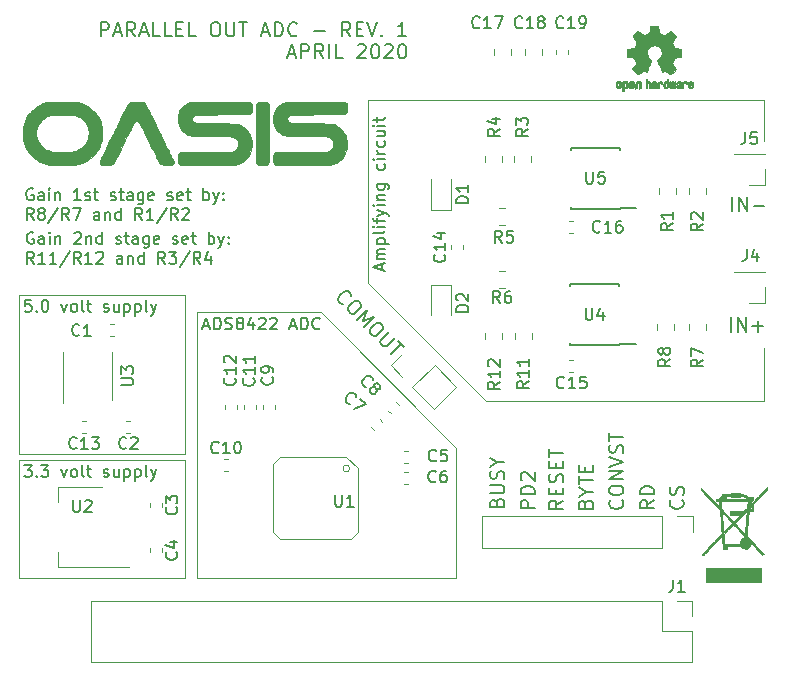
<source format=gbr>
G04 #@! TF.GenerationSoftware,KiCad,Pcbnew,(5.1.5-0-10_14)*
G04 #@! TF.CreationDate,2020-04-05T15:29:42+02:00*
G04 #@! TF.ProjectId,Oasis_ADC,4f617369-735f-4414-9443-2e6b69636164,rev?*
G04 #@! TF.SameCoordinates,Original*
G04 #@! TF.FileFunction,Legend,Top*
G04 #@! TF.FilePolarity,Positive*
%FSLAX46Y46*%
G04 Gerber Fmt 4.6, Leading zero omitted, Abs format (unit mm)*
G04 Created by KiCad (PCBNEW (5.1.5-0-10_14)) date 2020-04-05 15:29:42*
%MOMM*%
%LPD*%
G04 APERTURE LIST*
%ADD10C,0.120000*%
%ADD11C,0.180000*%
%ADD12C,0.200000*%
%ADD13C,0.150000*%
%ADD14C,0.010000*%
G04 APERTURE END LIST*
D10*
X40500000Y-33000000D02*
X41000000Y-33000000D01*
X30500000Y-23000000D02*
X40500000Y-33000000D01*
X30500000Y-8000000D02*
X30500000Y-7500000D01*
X64000000Y-8000000D02*
X64000000Y-7500000D01*
D11*
X2178904Y-18760000D02*
X2083666Y-18712380D01*
X1940809Y-18712380D01*
X1797952Y-18760000D01*
X1702714Y-18855238D01*
X1655095Y-18950476D01*
X1607476Y-19140952D01*
X1607476Y-19283809D01*
X1655095Y-19474285D01*
X1702714Y-19569523D01*
X1797952Y-19664761D01*
X1940809Y-19712380D01*
X2036047Y-19712380D01*
X2178904Y-19664761D01*
X2226523Y-19617142D01*
X2226523Y-19283809D01*
X2036047Y-19283809D01*
X3083666Y-19712380D02*
X3083666Y-19188571D01*
X3036047Y-19093333D01*
X2940809Y-19045714D01*
X2750333Y-19045714D01*
X2655095Y-19093333D01*
X3083666Y-19664761D02*
X2988428Y-19712380D01*
X2750333Y-19712380D01*
X2655095Y-19664761D01*
X2607476Y-19569523D01*
X2607476Y-19474285D01*
X2655095Y-19379047D01*
X2750333Y-19331428D01*
X2988428Y-19331428D01*
X3083666Y-19283809D01*
X3559857Y-19712380D02*
X3559857Y-19045714D01*
X3559857Y-18712380D02*
X3512238Y-18760000D01*
X3559857Y-18807619D01*
X3607476Y-18760000D01*
X3559857Y-18712380D01*
X3559857Y-18807619D01*
X4036047Y-19045714D02*
X4036047Y-19712380D01*
X4036047Y-19140952D02*
X4083666Y-19093333D01*
X4178904Y-19045714D01*
X4321761Y-19045714D01*
X4417000Y-19093333D01*
X4464619Y-19188571D01*
X4464619Y-19712380D01*
X5655095Y-18807619D02*
X5702714Y-18760000D01*
X5797952Y-18712380D01*
X6036047Y-18712380D01*
X6131285Y-18760000D01*
X6178904Y-18807619D01*
X6226523Y-18902857D01*
X6226523Y-18998095D01*
X6178904Y-19140952D01*
X5607476Y-19712380D01*
X6226523Y-19712380D01*
X6655095Y-19045714D02*
X6655095Y-19712380D01*
X6655095Y-19140952D02*
X6702714Y-19093333D01*
X6797952Y-19045714D01*
X6940809Y-19045714D01*
X7036047Y-19093333D01*
X7083666Y-19188571D01*
X7083666Y-19712380D01*
X7988428Y-19712380D02*
X7988428Y-18712380D01*
X7988428Y-19664761D02*
X7893190Y-19712380D01*
X7702714Y-19712380D01*
X7607476Y-19664761D01*
X7559857Y-19617142D01*
X7512238Y-19521904D01*
X7512238Y-19236190D01*
X7559857Y-19140952D01*
X7607476Y-19093333D01*
X7702714Y-19045714D01*
X7893190Y-19045714D01*
X7988428Y-19093333D01*
X9178904Y-19664761D02*
X9274142Y-19712380D01*
X9464619Y-19712380D01*
X9559857Y-19664761D01*
X9607476Y-19569523D01*
X9607476Y-19521904D01*
X9559857Y-19426666D01*
X9464619Y-19379047D01*
X9321761Y-19379047D01*
X9226523Y-19331428D01*
X9178904Y-19236190D01*
X9178904Y-19188571D01*
X9226523Y-19093333D01*
X9321761Y-19045714D01*
X9464619Y-19045714D01*
X9559857Y-19093333D01*
X9893190Y-19045714D02*
X10274142Y-19045714D01*
X10036047Y-18712380D02*
X10036047Y-19569523D01*
X10083666Y-19664761D01*
X10178904Y-19712380D01*
X10274142Y-19712380D01*
X11036047Y-19712380D02*
X11036047Y-19188571D01*
X10988428Y-19093333D01*
X10893190Y-19045714D01*
X10702714Y-19045714D01*
X10607476Y-19093333D01*
X11036047Y-19664761D02*
X10940809Y-19712380D01*
X10702714Y-19712380D01*
X10607476Y-19664761D01*
X10559857Y-19569523D01*
X10559857Y-19474285D01*
X10607476Y-19379047D01*
X10702714Y-19331428D01*
X10940809Y-19331428D01*
X11036047Y-19283809D01*
X11940809Y-19045714D02*
X11940809Y-19855238D01*
X11893190Y-19950476D01*
X11845571Y-19998095D01*
X11750333Y-20045714D01*
X11607476Y-20045714D01*
X11512238Y-19998095D01*
X11940809Y-19664761D02*
X11845571Y-19712380D01*
X11655095Y-19712380D01*
X11559857Y-19664761D01*
X11512238Y-19617142D01*
X11464619Y-19521904D01*
X11464619Y-19236190D01*
X11512238Y-19140952D01*
X11559857Y-19093333D01*
X11655095Y-19045714D01*
X11845571Y-19045714D01*
X11940809Y-19093333D01*
X12797952Y-19664761D02*
X12702714Y-19712380D01*
X12512238Y-19712380D01*
X12417000Y-19664761D01*
X12369380Y-19569523D01*
X12369380Y-19188571D01*
X12417000Y-19093333D01*
X12512238Y-19045714D01*
X12702714Y-19045714D01*
X12797952Y-19093333D01*
X12845571Y-19188571D01*
X12845571Y-19283809D01*
X12369380Y-19379047D01*
X13988428Y-19664761D02*
X14083666Y-19712380D01*
X14274142Y-19712380D01*
X14369380Y-19664761D01*
X14417000Y-19569523D01*
X14417000Y-19521904D01*
X14369380Y-19426666D01*
X14274142Y-19379047D01*
X14131285Y-19379047D01*
X14036047Y-19331428D01*
X13988428Y-19236190D01*
X13988428Y-19188571D01*
X14036047Y-19093333D01*
X14131285Y-19045714D01*
X14274142Y-19045714D01*
X14369380Y-19093333D01*
X15226523Y-19664761D02*
X15131285Y-19712380D01*
X14940809Y-19712380D01*
X14845571Y-19664761D01*
X14797952Y-19569523D01*
X14797952Y-19188571D01*
X14845571Y-19093333D01*
X14940809Y-19045714D01*
X15131285Y-19045714D01*
X15226523Y-19093333D01*
X15274142Y-19188571D01*
X15274142Y-19283809D01*
X14797952Y-19379047D01*
X15559857Y-19045714D02*
X15940809Y-19045714D01*
X15702714Y-18712380D02*
X15702714Y-19569523D01*
X15750333Y-19664761D01*
X15845571Y-19712380D01*
X15940809Y-19712380D01*
X17036047Y-19712380D02*
X17036047Y-18712380D01*
X17036047Y-19093333D02*
X17131285Y-19045714D01*
X17321761Y-19045714D01*
X17417000Y-19093333D01*
X17464619Y-19140952D01*
X17512238Y-19236190D01*
X17512238Y-19521904D01*
X17464619Y-19617142D01*
X17417000Y-19664761D01*
X17321761Y-19712380D01*
X17131285Y-19712380D01*
X17036047Y-19664761D01*
X17845571Y-19045714D02*
X18083666Y-19712380D01*
X18321761Y-19045714D02*
X18083666Y-19712380D01*
X17988428Y-19950476D01*
X17940809Y-19998095D01*
X17845571Y-20045714D01*
X18702714Y-19617142D02*
X18750333Y-19664761D01*
X18702714Y-19712380D01*
X18655095Y-19664761D01*
X18702714Y-19617142D01*
X18702714Y-19712380D01*
X18702714Y-19093333D02*
X18750333Y-19140952D01*
X18702714Y-19188571D01*
X18655095Y-19140952D01*
X18702714Y-19093333D01*
X18702714Y-19188571D01*
X2226523Y-21392380D02*
X1893190Y-20916190D01*
X1655095Y-21392380D02*
X1655095Y-20392380D01*
X2036047Y-20392380D01*
X2131285Y-20440000D01*
X2178904Y-20487619D01*
X2226523Y-20582857D01*
X2226523Y-20725714D01*
X2178904Y-20820952D01*
X2131285Y-20868571D01*
X2036047Y-20916190D01*
X1655095Y-20916190D01*
X3178904Y-21392380D02*
X2607476Y-21392380D01*
X2893190Y-21392380D02*
X2893190Y-20392380D01*
X2797952Y-20535238D01*
X2702714Y-20630476D01*
X2607476Y-20678095D01*
X4131285Y-21392380D02*
X3559857Y-21392380D01*
X3845571Y-21392380D02*
X3845571Y-20392380D01*
X3750333Y-20535238D01*
X3655095Y-20630476D01*
X3559857Y-20678095D01*
X5274142Y-20344761D02*
X4417000Y-21630476D01*
X6178904Y-21392380D02*
X5845571Y-20916190D01*
X5607476Y-21392380D02*
X5607476Y-20392380D01*
X5988428Y-20392380D01*
X6083666Y-20440000D01*
X6131285Y-20487619D01*
X6178904Y-20582857D01*
X6178904Y-20725714D01*
X6131285Y-20820952D01*
X6083666Y-20868571D01*
X5988428Y-20916190D01*
X5607476Y-20916190D01*
X7131285Y-21392380D02*
X6559857Y-21392380D01*
X6845571Y-21392380D02*
X6845571Y-20392380D01*
X6750333Y-20535238D01*
X6655095Y-20630476D01*
X6559857Y-20678095D01*
X7512238Y-20487619D02*
X7559857Y-20440000D01*
X7655095Y-20392380D01*
X7893190Y-20392380D01*
X7988428Y-20440000D01*
X8036047Y-20487619D01*
X8083666Y-20582857D01*
X8083666Y-20678095D01*
X8036047Y-20820952D01*
X7464619Y-21392380D01*
X8083666Y-21392380D01*
X9702714Y-21392380D02*
X9702714Y-20868571D01*
X9655095Y-20773333D01*
X9559857Y-20725714D01*
X9369380Y-20725714D01*
X9274142Y-20773333D01*
X9702714Y-21344761D02*
X9607476Y-21392380D01*
X9369380Y-21392380D01*
X9274142Y-21344761D01*
X9226523Y-21249523D01*
X9226523Y-21154285D01*
X9274142Y-21059047D01*
X9369380Y-21011428D01*
X9607476Y-21011428D01*
X9702714Y-20963809D01*
X10178904Y-20725714D02*
X10178904Y-21392380D01*
X10178904Y-20820952D02*
X10226523Y-20773333D01*
X10321761Y-20725714D01*
X10464619Y-20725714D01*
X10559857Y-20773333D01*
X10607476Y-20868571D01*
X10607476Y-21392380D01*
X11512238Y-21392380D02*
X11512238Y-20392380D01*
X11512238Y-21344761D02*
X11416999Y-21392380D01*
X11226523Y-21392380D01*
X11131285Y-21344761D01*
X11083666Y-21297142D01*
X11036047Y-21201904D01*
X11036047Y-20916190D01*
X11083666Y-20820952D01*
X11131285Y-20773333D01*
X11226523Y-20725714D01*
X11416999Y-20725714D01*
X11512238Y-20773333D01*
X13321761Y-21392380D02*
X12988428Y-20916190D01*
X12750333Y-21392380D02*
X12750333Y-20392380D01*
X13131285Y-20392380D01*
X13226523Y-20440000D01*
X13274142Y-20487619D01*
X13321761Y-20582857D01*
X13321761Y-20725714D01*
X13274142Y-20820952D01*
X13226523Y-20868571D01*
X13131285Y-20916190D01*
X12750333Y-20916190D01*
X13655095Y-20392380D02*
X14274142Y-20392380D01*
X13940809Y-20773333D01*
X14083666Y-20773333D01*
X14178904Y-20820952D01*
X14226523Y-20868571D01*
X14274142Y-20963809D01*
X14274142Y-21201904D01*
X14226523Y-21297142D01*
X14178904Y-21344761D01*
X14083666Y-21392380D01*
X13797952Y-21392380D01*
X13702714Y-21344761D01*
X13655095Y-21297142D01*
X15416999Y-20344761D02*
X14559857Y-21630476D01*
X16321761Y-21392380D02*
X15988428Y-20916190D01*
X15750333Y-21392380D02*
X15750333Y-20392380D01*
X16131285Y-20392380D01*
X16226523Y-20440000D01*
X16274142Y-20487619D01*
X16321761Y-20582857D01*
X16321761Y-20725714D01*
X16274142Y-20820952D01*
X16226523Y-20868571D01*
X16131285Y-20916190D01*
X15750333Y-20916190D01*
X17178904Y-20725714D02*
X17178904Y-21392380D01*
X16940809Y-20344761D02*
X16702714Y-21059047D01*
X17321761Y-21059047D01*
X2153904Y-15060000D02*
X2058666Y-15012380D01*
X1915809Y-15012380D01*
X1772952Y-15060000D01*
X1677714Y-15155238D01*
X1630095Y-15250476D01*
X1582476Y-15440952D01*
X1582476Y-15583809D01*
X1630095Y-15774285D01*
X1677714Y-15869523D01*
X1772952Y-15964761D01*
X1915809Y-16012380D01*
X2011047Y-16012380D01*
X2153904Y-15964761D01*
X2201523Y-15917142D01*
X2201523Y-15583809D01*
X2011047Y-15583809D01*
X3058666Y-16012380D02*
X3058666Y-15488571D01*
X3011047Y-15393333D01*
X2915809Y-15345714D01*
X2725333Y-15345714D01*
X2630095Y-15393333D01*
X3058666Y-15964761D02*
X2963428Y-16012380D01*
X2725333Y-16012380D01*
X2630095Y-15964761D01*
X2582476Y-15869523D01*
X2582476Y-15774285D01*
X2630095Y-15679047D01*
X2725333Y-15631428D01*
X2963428Y-15631428D01*
X3058666Y-15583809D01*
X3534857Y-16012380D02*
X3534857Y-15345714D01*
X3534857Y-15012380D02*
X3487238Y-15060000D01*
X3534857Y-15107619D01*
X3582476Y-15060000D01*
X3534857Y-15012380D01*
X3534857Y-15107619D01*
X4011047Y-15345714D02*
X4011047Y-16012380D01*
X4011047Y-15440952D02*
X4058666Y-15393333D01*
X4153904Y-15345714D01*
X4296761Y-15345714D01*
X4392000Y-15393333D01*
X4439619Y-15488571D01*
X4439619Y-16012380D01*
X6201523Y-16012380D02*
X5630095Y-16012380D01*
X5915809Y-16012380D02*
X5915809Y-15012380D01*
X5820571Y-15155238D01*
X5725333Y-15250476D01*
X5630095Y-15298095D01*
X6582476Y-15964761D02*
X6677714Y-16012380D01*
X6868190Y-16012380D01*
X6963428Y-15964761D01*
X7011047Y-15869523D01*
X7011047Y-15821904D01*
X6963428Y-15726666D01*
X6868190Y-15679047D01*
X6725333Y-15679047D01*
X6630095Y-15631428D01*
X6582476Y-15536190D01*
X6582476Y-15488571D01*
X6630095Y-15393333D01*
X6725333Y-15345714D01*
X6868190Y-15345714D01*
X6963428Y-15393333D01*
X7296761Y-15345714D02*
X7677714Y-15345714D01*
X7439619Y-15012380D02*
X7439619Y-15869523D01*
X7487238Y-15964761D01*
X7582476Y-16012380D01*
X7677714Y-16012380D01*
X8725333Y-15964761D02*
X8820571Y-16012380D01*
X9011047Y-16012380D01*
X9106285Y-15964761D01*
X9153904Y-15869523D01*
X9153904Y-15821904D01*
X9106285Y-15726666D01*
X9011047Y-15679047D01*
X8868190Y-15679047D01*
X8772952Y-15631428D01*
X8725333Y-15536190D01*
X8725333Y-15488571D01*
X8772952Y-15393333D01*
X8868190Y-15345714D01*
X9011047Y-15345714D01*
X9106285Y-15393333D01*
X9439619Y-15345714D02*
X9820571Y-15345714D01*
X9582476Y-15012380D02*
X9582476Y-15869523D01*
X9630095Y-15964761D01*
X9725333Y-16012380D01*
X9820571Y-16012380D01*
X10582476Y-16012380D02*
X10582476Y-15488571D01*
X10534857Y-15393333D01*
X10439619Y-15345714D01*
X10249142Y-15345714D01*
X10153904Y-15393333D01*
X10582476Y-15964761D02*
X10487238Y-16012380D01*
X10249142Y-16012380D01*
X10153904Y-15964761D01*
X10106285Y-15869523D01*
X10106285Y-15774285D01*
X10153904Y-15679047D01*
X10249142Y-15631428D01*
X10487238Y-15631428D01*
X10582476Y-15583809D01*
X11487238Y-15345714D02*
X11487238Y-16155238D01*
X11439619Y-16250476D01*
X11392000Y-16298095D01*
X11296761Y-16345714D01*
X11153904Y-16345714D01*
X11058666Y-16298095D01*
X11487238Y-15964761D02*
X11392000Y-16012380D01*
X11201523Y-16012380D01*
X11106285Y-15964761D01*
X11058666Y-15917142D01*
X11011047Y-15821904D01*
X11011047Y-15536190D01*
X11058666Y-15440952D01*
X11106285Y-15393333D01*
X11201523Y-15345714D01*
X11392000Y-15345714D01*
X11487238Y-15393333D01*
X12344380Y-15964761D02*
X12249142Y-16012380D01*
X12058666Y-16012380D01*
X11963428Y-15964761D01*
X11915809Y-15869523D01*
X11915809Y-15488571D01*
X11963428Y-15393333D01*
X12058666Y-15345714D01*
X12249142Y-15345714D01*
X12344380Y-15393333D01*
X12392000Y-15488571D01*
X12392000Y-15583809D01*
X11915809Y-15679047D01*
X13534857Y-15964761D02*
X13630095Y-16012380D01*
X13820571Y-16012380D01*
X13915809Y-15964761D01*
X13963428Y-15869523D01*
X13963428Y-15821904D01*
X13915809Y-15726666D01*
X13820571Y-15679047D01*
X13677714Y-15679047D01*
X13582476Y-15631428D01*
X13534857Y-15536190D01*
X13534857Y-15488571D01*
X13582476Y-15393333D01*
X13677714Y-15345714D01*
X13820571Y-15345714D01*
X13915809Y-15393333D01*
X14772952Y-15964761D02*
X14677714Y-16012380D01*
X14487238Y-16012380D01*
X14392000Y-15964761D01*
X14344380Y-15869523D01*
X14344380Y-15488571D01*
X14392000Y-15393333D01*
X14487238Y-15345714D01*
X14677714Y-15345714D01*
X14772952Y-15393333D01*
X14820571Y-15488571D01*
X14820571Y-15583809D01*
X14344380Y-15679047D01*
X15106285Y-15345714D02*
X15487238Y-15345714D01*
X15249142Y-15012380D02*
X15249142Y-15869523D01*
X15296761Y-15964761D01*
X15391999Y-16012380D01*
X15487238Y-16012380D01*
X16582476Y-16012380D02*
X16582476Y-15012380D01*
X16582476Y-15393333D02*
X16677714Y-15345714D01*
X16868190Y-15345714D01*
X16963428Y-15393333D01*
X17011047Y-15440952D01*
X17058666Y-15536190D01*
X17058666Y-15821904D01*
X17011047Y-15917142D01*
X16963428Y-15964761D01*
X16868190Y-16012380D01*
X16677714Y-16012380D01*
X16582476Y-15964761D01*
X17392000Y-15345714D02*
X17630095Y-16012380D01*
X17868190Y-15345714D02*
X17630095Y-16012380D01*
X17534857Y-16250476D01*
X17487238Y-16298095D01*
X17392000Y-16345714D01*
X18249142Y-15917142D02*
X18296761Y-15964761D01*
X18249142Y-16012380D01*
X18201523Y-15964761D01*
X18249142Y-15917142D01*
X18249142Y-16012380D01*
X18249142Y-15393333D02*
X18296761Y-15440952D01*
X18249142Y-15488571D01*
X18201523Y-15440952D01*
X18249142Y-15393333D01*
X18249142Y-15488571D01*
X2201523Y-17692380D02*
X1868190Y-17216190D01*
X1630095Y-17692380D02*
X1630095Y-16692380D01*
X2011047Y-16692380D01*
X2106285Y-16740000D01*
X2153904Y-16787619D01*
X2201523Y-16882857D01*
X2201523Y-17025714D01*
X2153904Y-17120952D01*
X2106285Y-17168571D01*
X2011047Y-17216190D01*
X1630095Y-17216190D01*
X2772952Y-17120952D02*
X2677714Y-17073333D01*
X2630095Y-17025714D01*
X2582476Y-16930476D01*
X2582476Y-16882857D01*
X2630095Y-16787619D01*
X2677714Y-16740000D01*
X2772952Y-16692380D01*
X2963428Y-16692380D01*
X3058666Y-16740000D01*
X3106285Y-16787619D01*
X3153904Y-16882857D01*
X3153904Y-16930476D01*
X3106285Y-17025714D01*
X3058666Y-17073333D01*
X2963428Y-17120952D01*
X2772952Y-17120952D01*
X2677714Y-17168571D01*
X2630095Y-17216190D01*
X2582476Y-17311428D01*
X2582476Y-17501904D01*
X2630095Y-17597142D01*
X2677714Y-17644761D01*
X2772952Y-17692380D01*
X2963428Y-17692380D01*
X3058666Y-17644761D01*
X3106285Y-17597142D01*
X3153904Y-17501904D01*
X3153904Y-17311428D01*
X3106285Y-17216190D01*
X3058666Y-17168571D01*
X2963428Y-17120952D01*
X4296761Y-16644761D02*
X3439619Y-17930476D01*
X5201523Y-17692380D02*
X4868190Y-17216190D01*
X4630095Y-17692380D02*
X4630095Y-16692380D01*
X5011047Y-16692380D01*
X5106285Y-16740000D01*
X5153904Y-16787619D01*
X5201523Y-16882857D01*
X5201523Y-17025714D01*
X5153904Y-17120952D01*
X5106285Y-17168571D01*
X5011047Y-17216190D01*
X4630095Y-17216190D01*
X5534857Y-16692380D02*
X6201523Y-16692380D01*
X5772952Y-17692380D01*
X7772952Y-17692380D02*
X7772952Y-17168571D01*
X7725333Y-17073333D01*
X7630095Y-17025714D01*
X7439619Y-17025714D01*
X7344380Y-17073333D01*
X7772952Y-17644761D02*
X7677714Y-17692380D01*
X7439619Y-17692380D01*
X7344380Y-17644761D01*
X7296761Y-17549523D01*
X7296761Y-17454285D01*
X7344380Y-17359047D01*
X7439619Y-17311428D01*
X7677714Y-17311428D01*
X7772952Y-17263809D01*
X8249142Y-17025714D02*
X8249142Y-17692380D01*
X8249142Y-17120952D02*
X8296761Y-17073333D01*
X8392000Y-17025714D01*
X8534857Y-17025714D01*
X8630095Y-17073333D01*
X8677714Y-17168571D01*
X8677714Y-17692380D01*
X9582476Y-17692380D02*
X9582476Y-16692380D01*
X9582476Y-17644761D02*
X9487238Y-17692380D01*
X9296761Y-17692380D01*
X9201523Y-17644761D01*
X9153904Y-17597142D01*
X9106285Y-17501904D01*
X9106285Y-17216190D01*
X9153904Y-17120952D01*
X9201523Y-17073333D01*
X9296761Y-17025714D01*
X9487238Y-17025714D01*
X9582476Y-17073333D01*
X11391999Y-17692380D02*
X11058666Y-17216190D01*
X10820571Y-17692380D02*
X10820571Y-16692380D01*
X11201523Y-16692380D01*
X11296761Y-16740000D01*
X11344380Y-16787619D01*
X11391999Y-16882857D01*
X11391999Y-17025714D01*
X11344380Y-17120952D01*
X11296761Y-17168571D01*
X11201523Y-17216190D01*
X10820571Y-17216190D01*
X12344380Y-17692380D02*
X11772952Y-17692380D01*
X12058666Y-17692380D02*
X12058666Y-16692380D01*
X11963428Y-16835238D01*
X11868190Y-16930476D01*
X11772952Y-16978095D01*
X13487238Y-16644761D02*
X12630095Y-17930476D01*
X14391999Y-17692380D02*
X14058666Y-17216190D01*
X13820571Y-17692380D02*
X13820571Y-16692380D01*
X14201523Y-16692380D01*
X14296761Y-16740000D01*
X14344380Y-16787619D01*
X14391999Y-16882857D01*
X14391999Y-17025714D01*
X14344380Y-17120952D01*
X14296761Y-17168571D01*
X14201523Y-17216190D01*
X13820571Y-17216190D01*
X14772952Y-16787619D02*
X14820571Y-16740000D01*
X14915809Y-16692380D01*
X15153904Y-16692380D01*
X15249142Y-16740000D01*
X15296761Y-16787619D01*
X15344380Y-16882857D01*
X15344380Y-16978095D01*
X15296761Y-17120952D01*
X14725333Y-17692380D01*
X15344380Y-17692380D01*
D12*
X23750000Y-3650000D02*
X24321428Y-3650000D01*
X23635714Y-3992857D02*
X24035714Y-2792857D01*
X24435714Y-3992857D01*
X24835714Y-3992857D02*
X24835714Y-2792857D01*
X25292857Y-2792857D01*
X25407142Y-2850000D01*
X25464285Y-2907142D01*
X25521428Y-3021428D01*
X25521428Y-3192857D01*
X25464285Y-3307142D01*
X25407142Y-3364285D01*
X25292857Y-3421428D01*
X24835714Y-3421428D01*
X26721428Y-3992857D02*
X26321428Y-3421428D01*
X26035714Y-3992857D02*
X26035714Y-2792857D01*
X26492857Y-2792857D01*
X26607142Y-2850000D01*
X26664285Y-2907142D01*
X26721428Y-3021428D01*
X26721428Y-3192857D01*
X26664285Y-3307142D01*
X26607142Y-3364285D01*
X26492857Y-3421428D01*
X26035714Y-3421428D01*
X27235714Y-3992857D02*
X27235714Y-2792857D01*
X28378571Y-3992857D02*
X27807142Y-3992857D01*
X27807142Y-2792857D01*
X29635714Y-2907142D02*
X29692857Y-2850000D01*
X29807142Y-2792857D01*
X30092857Y-2792857D01*
X30207142Y-2850000D01*
X30264285Y-2907142D01*
X30321428Y-3021428D01*
X30321428Y-3135714D01*
X30264285Y-3307142D01*
X29578571Y-3992857D01*
X30321428Y-3992857D01*
X31064285Y-2792857D02*
X31178571Y-2792857D01*
X31292857Y-2850000D01*
X31350000Y-2907142D01*
X31407142Y-3021428D01*
X31464285Y-3250000D01*
X31464285Y-3535714D01*
X31407142Y-3764285D01*
X31350000Y-3878571D01*
X31292857Y-3935714D01*
X31178571Y-3992857D01*
X31064285Y-3992857D01*
X30950000Y-3935714D01*
X30892857Y-3878571D01*
X30835714Y-3764285D01*
X30778571Y-3535714D01*
X30778571Y-3250000D01*
X30835714Y-3021428D01*
X30892857Y-2907142D01*
X30950000Y-2850000D01*
X31064285Y-2792857D01*
X31921428Y-2907142D02*
X31978571Y-2850000D01*
X32092857Y-2792857D01*
X32378571Y-2792857D01*
X32492857Y-2850000D01*
X32550000Y-2907142D01*
X32607142Y-3021428D01*
X32607142Y-3135714D01*
X32550000Y-3307142D01*
X31864285Y-3992857D01*
X32607142Y-3992857D01*
X33350000Y-2792857D02*
X33464285Y-2792857D01*
X33578571Y-2850000D01*
X33635714Y-2907142D01*
X33692857Y-3021428D01*
X33750000Y-3250000D01*
X33750000Y-3535714D01*
X33692857Y-3764285D01*
X33635714Y-3878571D01*
X33578571Y-3935714D01*
X33464285Y-3992857D01*
X33350000Y-3992857D01*
X33235714Y-3935714D01*
X33178571Y-3878571D01*
X33121428Y-3764285D01*
X33064285Y-3535714D01*
X33064285Y-3250000D01*
X33121428Y-3021428D01*
X33178571Y-2907142D01*
X33235714Y-2850000D01*
X33350000Y-2792857D01*
X7885714Y-2142857D02*
X7885714Y-942857D01*
X8342857Y-942857D01*
X8457142Y-1000000D01*
X8514285Y-1057142D01*
X8571428Y-1171428D01*
X8571428Y-1342857D01*
X8514285Y-1457142D01*
X8457142Y-1514285D01*
X8342857Y-1571428D01*
X7885714Y-1571428D01*
X9028571Y-1800000D02*
X9600000Y-1800000D01*
X8914285Y-2142857D02*
X9314285Y-942857D01*
X9714285Y-2142857D01*
X10800000Y-2142857D02*
X10400000Y-1571428D01*
X10114285Y-2142857D02*
X10114285Y-942857D01*
X10571428Y-942857D01*
X10685714Y-1000000D01*
X10742857Y-1057142D01*
X10800000Y-1171428D01*
X10800000Y-1342857D01*
X10742857Y-1457142D01*
X10685714Y-1514285D01*
X10571428Y-1571428D01*
X10114285Y-1571428D01*
X11257142Y-1800000D02*
X11828571Y-1800000D01*
X11142857Y-2142857D02*
X11542857Y-942857D01*
X11942857Y-2142857D01*
X12914285Y-2142857D02*
X12342857Y-2142857D01*
X12342857Y-942857D01*
X13885714Y-2142857D02*
X13314285Y-2142857D01*
X13314285Y-942857D01*
X14285714Y-1514285D02*
X14685714Y-1514285D01*
X14857142Y-2142857D02*
X14285714Y-2142857D01*
X14285714Y-942857D01*
X14857142Y-942857D01*
X15942857Y-2142857D02*
X15371428Y-2142857D01*
X15371428Y-942857D01*
X17485714Y-942857D02*
X17714285Y-942857D01*
X17828571Y-1000000D01*
X17942857Y-1114285D01*
X18000000Y-1342857D01*
X18000000Y-1742857D01*
X17942857Y-1971428D01*
X17828571Y-2085714D01*
X17714285Y-2142857D01*
X17485714Y-2142857D01*
X17371428Y-2085714D01*
X17257142Y-1971428D01*
X17200000Y-1742857D01*
X17200000Y-1342857D01*
X17257142Y-1114285D01*
X17371428Y-1000000D01*
X17485714Y-942857D01*
X18514285Y-942857D02*
X18514285Y-1914285D01*
X18571428Y-2028571D01*
X18628571Y-2085714D01*
X18742857Y-2142857D01*
X18971428Y-2142857D01*
X19085714Y-2085714D01*
X19142857Y-2028571D01*
X19200000Y-1914285D01*
X19200000Y-942857D01*
X19600000Y-942857D02*
X20285714Y-942857D01*
X19942857Y-2142857D02*
X19942857Y-942857D01*
X21542857Y-1800000D02*
X22114285Y-1800000D01*
X21428571Y-2142857D02*
X21828571Y-942857D01*
X22228571Y-2142857D01*
X22628571Y-2142857D02*
X22628571Y-942857D01*
X22914285Y-942857D01*
X23085714Y-1000000D01*
X23200000Y-1114285D01*
X23257142Y-1228571D01*
X23314285Y-1457142D01*
X23314285Y-1628571D01*
X23257142Y-1857142D01*
X23200000Y-1971428D01*
X23085714Y-2085714D01*
X22914285Y-2142857D01*
X22628571Y-2142857D01*
X24514285Y-2028571D02*
X24457142Y-2085714D01*
X24285714Y-2142857D01*
X24171428Y-2142857D01*
X24000000Y-2085714D01*
X23885714Y-1971428D01*
X23828571Y-1857142D01*
X23771428Y-1628571D01*
X23771428Y-1457142D01*
X23828571Y-1228571D01*
X23885714Y-1114285D01*
X24000000Y-1000000D01*
X24171428Y-942857D01*
X24285714Y-942857D01*
X24457142Y-1000000D01*
X24514285Y-1057142D01*
X25942857Y-1685714D02*
X26857142Y-1685714D01*
X29028571Y-2142857D02*
X28628571Y-1571428D01*
X28342857Y-2142857D02*
X28342857Y-942857D01*
X28799999Y-942857D01*
X28914285Y-1000000D01*
X28971428Y-1057142D01*
X29028571Y-1171428D01*
X29028571Y-1342857D01*
X28971428Y-1457142D01*
X28914285Y-1514285D01*
X28799999Y-1571428D01*
X28342857Y-1571428D01*
X29542857Y-1514285D02*
X29942857Y-1514285D01*
X30114285Y-2142857D02*
X29542857Y-2142857D01*
X29542857Y-942857D01*
X30114285Y-942857D01*
X30457142Y-942857D02*
X30857142Y-2142857D01*
X31257142Y-942857D01*
X31657142Y-2028571D02*
X31714285Y-2085714D01*
X31657142Y-2142857D01*
X31600000Y-2085714D01*
X31657142Y-2028571D01*
X31657142Y-2142857D01*
X33771428Y-2142857D02*
X33085714Y-2142857D01*
X33428571Y-2142857D02*
X33428571Y-942857D01*
X33314285Y-1114285D01*
X33199999Y-1228571D01*
X33085714Y-1285714D01*
D10*
X15000000Y-24000000D02*
X15000000Y-37500000D01*
X1000000Y-24000000D02*
X15000000Y-24000000D01*
X1000000Y-37500000D02*
X1000000Y-24000000D01*
X15000000Y-37500000D02*
X1000000Y-37500000D01*
X1000000Y-38000000D02*
X1000000Y-48000000D01*
X15000000Y-38000000D02*
X1000000Y-38000000D01*
X15000000Y-48000000D02*
X15000000Y-38000000D01*
X1000000Y-48000000D02*
X15000000Y-48000000D01*
D13*
X31666666Y-21928571D02*
X31666666Y-21452380D01*
X31952380Y-22023809D02*
X30952380Y-21690476D01*
X31952380Y-21357142D01*
X31952380Y-21023809D02*
X31285714Y-21023809D01*
X31380952Y-21023809D02*
X31333333Y-20976190D01*
X31285714Y-20880952D01*
X31285714Y-20738095D01*
X31333333Y-20642857D01*
X31428571Y-20595238D01*
X31952380Y-20595238D01*
X31428571Y-20595238D02*
X31333333Y-20547619D01*
X31285714Y-20452380D01*
X31285714Y-20309523D01*
X31333333Y-20214285D01*
X31428571Y-20166666D01*
X31952380Y-20166666D01*
X31285714Y-19690476D02*
X32285714Y-19690476D01*
X31333333Y-19690476D02*
X31285714Y-19595238D01*
X31285714Y-19404761D01*
X31333333Y-19309523D01*
X31380952Y-19261904D01*
X31476190Y-19214285D01*
X31761904Y-19214285D01*
X31857142Y-19261904D01*
X31904761Y-19309523D01*
X31952380Y-19404761D01*
X31952380Y-19595238D01*
X31904761Y-19690476D01*
X31952380Y-18642857D02*
X31904761Y-18738095D01*
X31809523Y-18785714D01*
X30952380Y-18785714D01*
X31952380Y-18261904D02*
X31285714Y-18261904D01*
X30952380Y-18261904D02*
X31000000Y-18309523D01*
X31047619Y-18261904D01*
X31000000Y-18214285D01*
X30952380Y-18261904D01*
X31047619Y-18261904D01*
X31285714Y-17928571D02*
X31285714Y-17547619D01*
X31952380Y-17785714D02*
X31095238Y-17785714D01*
X31000000Y-17738095D01*
X30952380Y-17642857D01*
X30952380Y-17547619D01*
X31285714Y-17309523D02*
X31952380Y-17071428D01*
X31285714Y-16833333D02*
X31952380Y-17071428D01*
X32190476Y-17166666D01*
X32238095Y-17214285D01*
X32285714Y-17309523D01*
X31952380Y-16452380D02*
X31285714Y-16452380D01*
X30952380Y-16452380D02*
X31000000Y-16500000D01*
X31047619Y-16452380D01*
X31000000Y-16404761D01*
X30952380Y-16452380D01*
X31047619Y-16452380D01*
X31285714Y-15976190D02*
X31952380Y-15976190D01*
X31380952Y-15976190D02*
X31333333Y-15928571D01*
X31285714Y-15833333D01*
X31285714Y-15690476D01*
X31333333Y-15595238D01*
X31428571Y-15547619D01*
X31952380Y-15547619D01*
X31285714Y-14642857D02*
X32095238Y-14642857D01*
X32190476Y-14690476D01*
X32238095Y-14738095D01*
X32285714Y-14833333D01*
X32285714Y-14976190D01*
X32238095Y-15071428D01*
X31904761Y-14642857D02*
X31952380Y-14738095D01*
X31952380Y-14928571D01*
X31904761Y-15023809D01*
X31857142Y-15071428D01*
X31761904Y-15119047D01*
X31476190Y-15119047D01*
X31380952Y-15071428D01*
X31333333Y-15023809D01*
X31285714Y-14928571D01*
X31285714Y-14738095D01*
X31333333Y-14642857D01*
X31904761Y-12976190D02*
X31952380Y-13071428D01*
X31952380Y-13261904D01*
X31904761Y-13357142D01*
X31857142Y-13404761D01*
X31761904Y-13452380D01*
X31476190Y-13452380D01*
X31380952Y-13404761D01*
X31333333Y-13357142D01*
X31285714Y-13261904D01*
X31285714Y-13071428D01*
X31333333Y-12976190D01*
X31952380Y-12547619D02*
X31285714Y-12547619D01*
X30952380Y-12547619D02*
X31000000Y-12595238D01*
X31047619Y-12547619D01*
X31000000Y-12500000D01*
X30952380Y-12547619D01*
X31047619Y-12547619D01*
X31952380Y-12071428D02*
X31285714Y-12071428D01*
X31476190Y-12071428D02*
X31380952Y-12023809D01*
X31333333Y-11976190D01*
X31285714Y-11880952D01*
X31285714Y-11785714D01*
X31904761Y-11023809D02*
X31952380Y-11119047D01*
X31952380Y-11309523D01*
X31904761Y-11404761D01*
X31857142Y-11452380D01*
X31761904Y-11500000D01*
X31476190Y-11500000D01*
X31380952Y-11452380D01*
X31333333Y-11404761D01*
X31285714Y-11309523D01*
X31285714Y-11119047D01*
X31333333Y-11023809D01*
X31285714Y-10166666D02*
X31952380Y-10166666D01*
X31285714Y-10595238D02*
X31809523Y-10595238D01*
X31904761Y-10547619D01*
X31952380Y-10452380D01*
X31952380Y-10309523D01*
X31904761Y-10214285D01*
X31857142Y-10166666D01*
X31952380Y-9690476D02*
X31285714Y-9690476D01*
X30952380Y-9690476D02*
X31000000Y-9738095D01*
X31047619Y-9690476D01*
X31000000Y-9642857D01*
X30952380Y-9690476D01*
X31047619Y-9690476D01*
X31285714Y-9357142D02*
X31285714Y-8976190D01*
X30952380Y-9214285D02*
X31809523Y-9214285D01*
X31904761Y-9166666D01*
X31952380Y-9071428D01*
X31952380Y-8976190D01*
X16571428Y-26666666D02*
X17047619Y-26666666D01*
X16476190Y-26952380D02*
X16809523Y-25952380D01*
X17142857Y-26952380D01*
X17476190Y-26952380D02*
X17476190Y-25952380D01*
X17714285Y-25952380D01*
X17857142Y-26000000D01*
X17952380Y-26095238D01*
X18000000Y-26190476D01*
X18047619Y-26380952D01*
X18047619Y-26523809D01*
X18000000Y-26714285D01*
X17952380Y-26809523D01*
X17857142Y-26904761D01*
X17714285Y-26952380D01*
X17476190Y-26952380D01*
X18428571Y-26904761D02*
X18571428Y-26952380D01*
X18809523Y-26952380D01*
X18904761Y-26904761D01*
X18952380Y-26857142D01*
X19000000Y-26761904D01*
X19000000Y-26666666D01*
X18952380Y-26571428D01*
X18904761Y-26523809D01*
X18809523Y-26476190D01*
X18619047Y-26428571D01*
X18523809Y-26380952D01*
X18476190Y-26333333D01*
X18428571Y-26238095D01*
X18428571Y-26142857D01*
X18476190Y-26047619D01*
X18523809Y-26000000D01*
X18619047Y-25952380D01*
X18857142Y-25952380D01*
X19000000Y-26000000D01*
X19571428Y-26380952D02*
X19476190Y-26333333D01*
X19428571Y-26285714D01*
X19380952Y-26190476D01*
X19380952Y-26142857D01*
X19428571Y-26047619D01*
X19476190Y-26000000D01*
X19571428Y-25952380D01*
X19761904Y-25952380D01*
X19857142Y-26000000D01*
X19904761Y-26047619D01*
X19952380Y-26142857D01*
X19952380Y-26190476D01*
X19904761Y-26285714D01*
X19857142Y-26333333D01*
X19761904Y-26380952D01*
X19571428Y-26380952D01*
X19476190Y-26428571D01*
X19428571Y-26476190D01*
X19380952Y-26571428D01*
X19380952Y-26761904D01*
X19428571Y-26857142D01*
X19476190Y-26904761D01*
X19571428Y-26952380D01*
X19761904Y-26952380D01*
X19857142Y-26904761D01*
X19904761Y-26857142D01*
X19952380Y-26761904D01*
X19952380Y-26571428D01*
X19904761Y-26476190D01*
X19857142Y-26428571D01*
X19761904Y-26380952D01*
X20809523Y-26285714D02*
X20809523Y-26952380D01*
X20571428Y-25904761D02*
X20333333Y-26619047D01*
X20952380Y-26619047D01*
X21285714Y-26047619D02*
X21333333Y-26000000D01*
X21428571Y-25952380D01*
X21666666Y-25952380D01*
X21761904Y-26000000D01*
X21809523Y-26047619D01*
X21857142Y-26142857D01*
X21857142Y-26238095D01*
X21809523Y-26380952D01*
X21238095Y-26952380D01*
X21857142Y-26952380D01*
X22238095Y-26047619D02*
X22285714Y-26000000D01*
X22380952Y-25952380D01*
X22619047Y-25952380D01*
X22714285Y-26000000D01*
X22761904Y-26047619D01*
X22809523Y-26142857D01*
X22809523Y-26238095D01*
X22761904Y-26380952D01*
X22190476Y-26952380D01*
X22809523Y-26952380D01*
X23952380Y-26666666D02*
X24428571Y-26666666D01*
X23857142Y-26952380D02*
X24190476Y-25952380D01*
X24523809Y-26952380D01*
X24857142Y-26952380D02*
X24857142Y-25952380D01*
X25095238Y-25952380D01*
X25238095Y-26000000D01*
X25333333Y-26095238D01*
X25380952Y-26190476D01*
X25428571Y-26380952D01*
X25428571Y-26523809D01*
X25380952Y-26714285D01*
X25333333Y-26809523D01*
X25238095Y-26904761D01*
X25095238Y-26952380D01*
X24857142Y-26952380D01*
X26428571Y-26857142D02*
X26380952Y-26904761D01*
X26238095Y-26952380D01*
X26142857Y-26952380D01*
X26000000Y-26904761D01*
X25904761Y-26809523D01*
X25857142Y-26714285D01*
X25809523Y-26523809D01*
X25809523Y-26380952D01*
X25857142Y-26190476D01*
X25904761Y-26095238D01*
X26000000Y-26000000D01*
X26142857Y-25952380D01*
X26238095Y-25952380D01*
X26380952Y-26000000D01*
X26428571Y-26047619D01*
X1976190Y-24452380D02*
X1500000Y-24452380D01*
X1452380Y-24928571D01*
X1500000Y-24880952D01*
X1595238Y-24833333D01*
X1833333Y-24833333D01*
X1928571Y-24880952D01*
X1976190Y-24928571D01*
X2023809Y-25023809D01*
X2023809Y-25261904D01*
X1976190Y-25357142D01*
X1928571Y-25404761D01*
X1833333Y-25452380D01*
X1595238Y-25452380D01*
X1500000Y-25404761D01*
X1452380Y-25357142D01*
X2452380Y-25357142D02*
X2500000Y-25404761D01*
X2452380Y-25452380D01*
X2404761Y-25404761D01*
X2452380Y-25357142D01*
X2452380Y-25452380D01*
X3119047Y-24452380D02*
X3214285Y-24452380D01*
X3309523Y-24500000D01*
X3357142Y-24547619D01*
X3404761Y-24642857D01*
X3452380Y-24833333D01*
X3452380Y-25071428D01*
X3404761Y-25261904D01*
X3357142Y-25357142D01*
X3309523Y-25404761D01*
X3214285Y-25452380D01*
X3119047Y-25452380D01*
X3023809Y-25404761D01*
X2976190Y-25357142D01*
X2928571Y-25261904D01*
X2880952Y-25071428D01*
X2880952Y-24833333D01*
X2928571Y-24642857D01*
X2976190Y-24547619D01*
X3023809Y-24500000D01*
X3119047Y-24452380D01*
X4547619Y-24785714D02*
X4785714Y-25452380D01*
X5023809Y-24785714D01*
X5547619Y-25452380D02*
X5452380Y-25404761D01*
X5404761Y-25357142D01*
X5357142Y-25261904D01*
X5357142Y-24976190D01*
X5404761Y-24880952D01*
X5452380Y-24833333D01*
X5547619Y-24785714D01*
X5690476Y-24785714D01*
X5785714Y-24833333D01*
X5833333Y-24880952D01*
X5880952Y-24976190D01*
X5880952Y-25261904D01*
X5833333Y-25357142D01*
X5785714Y-25404761D01*
X5690476Y-25452380D01*
X5547619Y-25452380D01*
X6452380Y-25452380D02*
X6357142Y-25404761D01*
X6309523Y-25309523D01*
X6309523Y-24452380D01*
X6690476Y-24785714D02*
X7071428Y-24785714D01*
X6833333Y-24452380D02*
X6833333Y-25309523D01*
X6880952Y-25404761D01*
X6976190Y-25452380D01*
X7071428Y-25452380D01*
X8119047Y-25404761D02*
X8214285Y-25452380D01*
X8404761Y-25452380D01*
X8500000Y-25404761D01*
X8547619Y-25309523D01*
X8547619Y-25261904D01*
X8500000Y-25166666D01*
X8404761Y-25119047D01*
X8261904Y-25119047D01*
X8166666Y-25071428D01*
X8119047Y-24976190D01*
X8119047Y-24928571D01*
X8166666Y-24833333D01*
X8261904Y-24785714D01*
X8404761Y-24785714D01*
X8500000Y-24833333D01*
X9404761Y-24785714D02*
X9404761Y-25452380D01*
X8976190Y-24785714D02*
X8976190Y-25309523D01*
X9023809Y-25404761D01*
X9119047Y-25452380D01*
X9261904Y-25452380D01*
X9357142Y-25404761D01*
X9404761Y-25357142D01*
X9880952Y-24785714D02*
X9880952Y-25785714D01*
X9880952Y-24833333D02*
X9976190Y-24785714D01*
X10166666Y-24785714D01*
X10261904Y-24833333D01*
X10309523Y-24880952D01*
X10357142Y-24976190D01*
X10357142Y-25261904D01*
X10309523Y-25357142D01*
X10261904Y-25404761D01*
X10166666Y-25452380D01*
X9976190Y-25452380D01*
X9880952Y-25404761D01*
X10785714Y-24785714D02*
X10785714Y-25785714D01*
X10785714Y-24833333D02*
X10880952Y-24785714D01*
X11071428Y-24785714D01*
X11166666Y-24833333D01*
X11214285Y-24880952D01*
X11261904Y-24976190D01*
X11261904Y-25261904D01*
X11214285Y-25357142D01*
X11166666Y-25404761D01*
X11071428Y-25452380D01*
X10880952Y-25452380D01*
X10785714Y-25404761D01*
X11833333Y-25452380D02*
X11738095Y-25404761D01*
X11690476Y-25309523D01*
X11690476Y-24452380D01*
X12119047Y-24785714D02*
X12357142Y-25452380D01*
X12595238Y-24785714D02*
X12357142Y-25452380D01*
X12261904Y-25690476D01*
X12214285Y-25738095D01*
X12119047Y-25785714D01*
X1404761Y-38452380D02*
X2023809Y-38452380D01*
X1690476Y-38833333D01*
X1833333Y-38833333D01*
X1928571Y-38880952D01*
X1976190Y-38928571D01*
X2023809Y-39023809D01*
X2023809Y-39261904D01*
X1976190Y-39357142D01*
X1928571Y-39404761D01*
X1833333Y-39452380D01*
X1547619Y-39452380D01*
X1452380Y-39404761D01*
X1404761Y-39357142D01*
X2452380Y-39357142D02*
X2500000Y-39404761D01*
X2452380Y-39452380D01*
X2404761Y-39404761D01*
X2452380Y-39357142D01*
X2452380Y-39452380D01*
X2833333Y-38452380D02*
X3452380Y-38452380D01*
X3119047Y-38833333D01*
X3261904Y-38833333D01*
X3357142Y-38880952D01*
X3404761Y-38928571D01*
X3452380Y-39023809D01*
X3452380Y-39261904D01*
X3404761Y-39357142D01*
X3357142Y-39404761D01*
X3261904Y-39452380D01*
X2976190Y-39452380D01*
X2880952Y-39404761D01*
X2833333Y-39357142D01*
X4547619Y-38785714D02*
X4785714Y-39452380D01*
X5023809Y-38785714D01*
X5547619Y-39452380D02*
X5452380Y-39404761D01*
X5404761Y-39357142D01*
X5357142Y-39261904D01*
X5357142Y-38976190D01*
X5404761Y-38880952D01*
X5452380Y-38833333D01*
X5547619Y-38785714D01*
X5690476Y-38785714D01*
X5785714Y-38833333D01*
X5833333Y-38880952D01*
X5880952Y-38976190D01*
X5880952Y-39261904D01*
X5833333Y-39357142D01*
X5785714Y-39404761D01*
X5690476Y-39452380D01*
X5547619Y-39452380D01*
X6452380Y-39452380D02*
X6357142Y-39404761D01*
X6309523Y-39309523D01*
X6309523Y-38452380D01*
X6690476Y-38785714D02*
X7071428Y-38785714D01*
X6833333Y-38452380D02*
X6833333Y-39309523D01*
X6880952Y-39404761D01*
X6976190Y-39452380D01*
X7071428Y-39452380D01*
X8119047Y-39404761D02*
X8214285Y-39452380D01*
X8404761Y-39452380D01*
X8500000Y-39404761D01*
X8547619Y-39309523D01*
X8547619Y-39261904D01*
X8500000Y-39166666D01*
X8404761Y-39119047D01*
X8261904Y-39119047D01*
X8166666Y-39071428D01*
X8119047Y-38976190D01*
X8119047Y-38928571D01*
X8166666Y-38833333D01*
X8261904Y-38785714D01*
X8404761Y-38785714D01*
X8500000Y-38833333D01*
X9404761Y-38785714D02*
X9404761Y-39452380D01*
X8976190Y-38785714D02*
X8976190Y-39309523D01*
X9023809Y-39404761D01*
X9119047Y-39452380D01*
X9261904Y-39452380D01*
X9357142Y-39404761D01*
X9404761Y-39357142D01*
X9880952Y-38785714D02*
X9880952Y-39785714D01*
X9880952Y-38833333D02*
X9976190Y-38785714D01*
X10166666Y-38785714D01*
X10261904Y-38833333D01*
X10309523Y-38880952D01*
X10357142Y-38976190D01*
X10357142Y-39261904D01*
X10309523Y-39357142D01*
X10261904Y-39404761D01*
X10166666Y-39452380D01*
X9976190Y-39452380D01*
X9880952Y-39404761D01*
X10785714Y-38785714D02*
X10785714Y-39785714D01*
X10785714Y-38833333D02*
X10880952Y-38785714D01*
X11071428Y-38785714D01*
X11166666Y-38833333D01*
X11214285Y-38880952D01*
X11261904Y-38976190D01*
X11261904Y-39261904D01*
X11214285Y-39357142D01*
X11166666Y-39404761D01*
X11071428Y-39452380D01*
X10880952Y-39452380D01*
X10785714Y-39404761D01*
X11833333Y-39452380D02*
X11738095Y-39404761D01*
X11690476Y-39309523D01*
X11690476Y-38452380D01*
X12119047Y-38785714D02*
X12357142Y-39452380D01*
X12595238Y-38785714D02*
X12357142Y-39452380D01*
X12261904Y-39690476D01*
X12214285Y-39738095D01*
X12119047Y-39785714D01*
D10*
X16000000Y-48000000D02*
X16000000Y-47500000D01*
X38000000Y-48000000D02*
X16000000Y-48000000D01*
X38000000Y-37000000D02*
X38000000Y-48000000D01*
X26500000Y-25500000D02*
X38000000Y-37000000D01*
X26000000Y-25500000D02*
X26500000Y-25500000D01*
X16000000Y-25500000D02*
X26000000Y-25500000D01*
X16000000Y-47500000D02*
X16000000Y-25500000D01*
X64000000Y-8000000D02*
X64000000Y-11000000D01*
X64000000Y-33000000D02*
X64000000Y-28500000D01*
X30500000Y-8000000D02*
X30500000Y-23000000D01*
X64000000Y-7500000D02*
X30500000Y-7500000D01*
X41000000Y-33000000D02*
X64000000Y-33000000D01*
D12*
X61228571Y-27142857D02*
X61228571Y-25942857D01*
X61800000Y-27142857D02*
X61800000Y-25942857D01*
X62485714Y-27142857D01*
X62485714Y-25942857D01*
X63057142Y-26685714D02*
X63971428Y-26685714D01*
X63514285Y-27142857D02*
X63514285Y-26228571D01*
X61328571Y-16942857D02*
X61328571Y-15742857D01*
X61900000Y-16942857D02*
X61900000Y-15742857D01*
X62585714Y-16942857D01*
X62585714Y-15742857D01*
X63157142Y-16485714D02*
X64071428Y-16485714D01*
X28418070Y-24824162D02*
X28337258Y-24824162D01*
X28175633Y-24743349D01*
X28094821Y-24662537D01*
X28014009Y-24500913D01*
X28014009Y-24339288D01*
X28054415Y-24218070D01*
X28175633Y-24016039D01*
X28296852Y-23894821D01*
X28498882Y-23773603D01*
X28620101Y-23733197D01*
X28781725Y-23733197D01*
X28943349Y-23814009D01*
X29024162Y-23894821D01*
X29104974Y-24056446D01*
X29104974Y-24137258D01*
X29711065Y-24581725D02*
X29872690Y-24743349D01*
X29913096Y-24864568D01*
X29913096Y-25026192D01*
X29791877Y-25228223D01*
X29509035Y-25511065D01*
X29307004Y-25632284D01*
X29145380Y-25632284D01*
X29024162Y-25591877D01*
X28862537Y-25430253D01*
X28822131Y-25309035D01*
X28822131Y-25147410D01*
X28943349Y-24945380D01*
X29226192Y-24662537D01*
X29428223Y-24541319D01*
X29589847Y-24541319D01*
X29711065Y-24581725D01*
X29589847Y-26157563D02*
X30438375Y-25309035D01*
X30115126Y-26197969D01*
X31004061Y-25874720D01*
X30155532Y-26723248D01*
X31569746Y-26440406D02*
X31731370Y-26602030D01*
X31771776Y-26723248D01*
X31771776Y-26884873D01*
X31650558Y-27086903D01*
X31367715Y-27369746D01*
X31165685Y-27490964D01*
X31004061Y-27490964D01*
X30882842Y-27450558D01*
X30721218Y-27288934D01*
X30680812Y-27167715D01*
X30680812Y-27006091D01*
X30802030Y-26804061D01*
X31084873Y-26521218D01*
X31286903Y-26399999D01*
X31448528Y-26400000D01*
X31569746Y-26440406D01*
X32297056Y-27167715D02*
X31610152Y-27854619D01*
X31569746Y-27975837D01*
X31569746Y-28056650D01*
X31610152Y-28177868D01*
X31771776Y-28339492D01*
X31892995Y-28379898D01*
X31973807Y-28379898D01*
X32095025Y-28339492D01*
X32781929Y-27652589D01*
X33064772Y-27935431D02*
X33549645Y-28420305D01*
X32458680Y-29026396D02*
X33307208Y-28177868D01*
X57128571Y-41400000D02*
X57185714Y-41457142D01*
X57242857Y-41628571D01*
X57242857Y-41742857D01*
X57185714Y-41914285D01*
X57071428Y-42028571D01*
X56957142Y-42085714D01*
X56728571Y-42142857D01*
X56557142Y-42142857D01*
X56328571Y-42085714D01*
X56214285Y-42028571D01*
X56100000Y-41914285D01*
X56042857Y-41742857D01*
X56042857Y-41628571D01*
X56100000Y-41457142D01*
X56157142Y-41400000D01*
X57185714Y-40942857D02*
X57242857Y-40771428D01*
X57242857Y-40485714D01*
X57185714Y-40371428D01*
X57128571Y-40314285D01*
X57014285Y-40257142D01*
X56900000Y-40257142D01*
X56785714Y-40314285D01*
X56728571Y-40371428D01*
X56671428Y-40485714D01*
X56614285Y-40714285D01*
X56557142Y-40828571D01*
X56500000Y-40885714D01*
X56385714Y-40942857D01*
X56271428Y-40942857D01*
X56157142Y-40885714D01*
X56100000Y-40828571D01*
X56042857Y-40714285D01*
X56042857Y-40428571D01*
X56100000Y-40257142D01*
X54742857Y-41428571D02*
X54171428Y-41828571D01*
X54742857Y-42114285D02*
X53542857Y-42114285D01*
X53542857Y-41657142D01*
X53600000Y-41542857D01*
X53657142Y-41485714D01*
X53771428Y-41428571D01*
X53942857Y-41428571D01*
X54057142Y-41485714D01*
X54114285Y-41542857D01*
X54171428Y-41657142D01*
X54171428Y-42114285D01*
X54742857Y-40914285D02*
X53542857Y-40914285D01*
X53542857Y-40628571D01*
X53600000Y-40457142D01*
X53714285Y-40342857D01*
X53828571Y-40285714D01*
X54057142Y-40228571D01*
X54228571Y-40228571D01*
X54457142Y-40285714D01*
X54571428Y-40342857D01*
X54685714Y-40457142D01*
X54742857Y-40628571D01*
X54742857Y-40914285D01*
X52028571Y-41428571D02*
X52085714Y-41485714D01*
X52142857Y-41657142D01*
X52142857Y-41771428D01*
X52085714Y-41942857D01*
X51971428Y-42057142D01*
X51857142Y-42114285D01*
X51628571Y-42171428D01*
X51457142Y-42171428D01*
X51228571Y-42114285D01*
X51114285Y-42057142D01*
X51000000Y-41942857D01*
X50942857Y-41771428D01*
X50942857Y-41657142D01*
X51000000Y-41485714D01*
X51057142Y-41428571D01*
X50942857Y-40685714D02*
X50942857Y-40457142D01*
X51000000Y-40342857D01*
X51114285Y-40228571D01*
X51342857Y-40171428D01*
X51742857Y-40171428D01*
X51971428Y-40228571D01*
X52085714Y-40342857D01*
X52142857Y-40457142D01*
X52142857Y-40685714D01*
X52085714Y-40800000D01*
X51971428Y-40914285D01*
X51742857Y-40971428D01*
X51342857Y-40971428D01*
X51114285Y-40914285D01*
X51000000Y-40800000D01*
X50942857Y-40685714D01*
X52142857Y-39657142D02*
X50942857Y-39657142D01*
X52142857Y-38971428D01*
X50942857Y-38971428D01*
X50942857Y-38571428D02*
X52142857Y-38171428D01*
X50942857Y-37771428D01*
X52085714Y-37428571D02*
X52142857Y-37257142D01*
X52142857Y-36971428D01*
X52085714Y-36857142D01*
X52028571Y-36800000D01*
X51914285Y-36742857D01*
X51800000Y-36742857D01*
X51685714Y-36800000D01*
X51628571Y-36857142D01*
X51571428Y-36971428D01*
X51514285Y-37200000D01*
X51457142Y-37314285D01*
X51400000Y-37371428D01*
X51285714Y-37428571D01*
X51171428Y-37428571D01*
X51057142Y-37371428D01*
X51000000Y-37314285D01*
X50942857Y-37200000D01*
X50942857Y-36914285D01*
X51000000Y-36742857D01*
X50942857Y-36400000D02*
X50942857Y-35714285D01*
X52142857Y-36057142D02*
X50942857Y-36057142D01*
X48914285Y-41728571D02*
X48971428Y-41557142D01*
X49028571Y-41500000D01*
X49142857Y-41442857D01*
X49314285Y-41442857D01*
X49428571Y-41500000D01*
X49485714Y-41557142D01*
X49542857Y-41671428D01*
X49542857Y-42128571D01*
X48342857Y-42128571D01*
X48342857Y-41728571D01*
X48400000Y-41614285D01*
X48457142Y-41557142D01*
X48571428Y-41500000D01*
X48685714Y-41500000D01*
X48800000Y-41557142D01*
X48857142Y-41614285D01*
X48914285Y-41728571D01*
X48914285Y-42128571D01*
X48971428Y-40700000D02*
X49542857Y-40700000D01*
X48342857Y-41100000D02*
X48971428Y-40700000D01*
X48342857Y-40300000D01*
X48342857Y-40071428D02*
X48342857Y-39385714D01*
X49542857Y-39728571D02*
X48342857Y-39728571D01*
X48914285Y-38985714D02*
X48914285Y-38585714D01*
X49542857Y-38414285D02*
X49542857Y-38985714D01*
X48342857Y-38985714D01*
X48342857Y-38414285D01*
X47042857Y-41442857D02*
X46471428Y-41842857D01*
X47042857Y-42128571D02*
X45842857Y-42128571D01*
X45842857Y-41671428D01*
X45900000Y-41557142D01*
X45957142Y-41500000D01*
X46071428Y-41442857D01*
X46242857Y-41442857D01*
X46357142Y-41500000D01*
X46414285Y-41557142D01*
X46471428Y-41671428D01*
X46471428Y-42128571D01*
X46414285Y-40928571D02*
X46414285Y-40528571D01*
X47042857Y-40357142D02*
X47042857Y-40928571D01*
X45842857Y-40928571D01*
X45842857Y-40357142D01*
X46985714Y-39900000D02*
X47042857Y-39728571D01*
X47042857Y-39442857D01*
X46985714Y-39328571D01*
X46928571Y-39271428D01*
X46814285Y-39214285D01*
X46700000Y-39214285D01*
X46585714Y-39271428D01*
X46528571Y-39328571D01*
X46471428Y-39442857D01*
X46414285Y-39671428D01*
X46357142Y-39785714D01*
X46300000Y-39842857D01*
X46185714Y-39900000D01*
X46071428Y-39900000D01*
X45957142Y-39842857D01*
X45900000Y-39785714D01*
X45842857Y-39671428D01*
X45842857Y-39385714D01*
X45900000Y-39214285D01*
X46414285Y-38700000D02*
X46414285Y-38300000D01*
X47042857Y-38128571D02*
X47042857Y-38700000D01*
X45842857Y-38700000D01*
X45842857Y-38128571D01*
X45842857Y-37785714D02*
X45842857Y-37100000D01*
X47042857Y-37442857D02*
X45842857Y-37442857D01*
X44642857Y-42085714D02*
X43442857Y-42085714D01*
X43442857Y-41628571D01*
X43500000Y-41514285D01*
X43557142Y-41457142D01*
X43671428Y-41400000D01*
X43842857Y-41400000D01*
X43957142Y-41457142D01*
X44014285Y-41514285D01*
X44071428Y-41628571D01*
X44071428Y-42085714D01*
X44642857Y-40885714D02*
X43442857Y-40885714D01*
X43442857Y-40600000D01*
X43500000Y-40428571D01*
X43614285Y-40314285D01*
X43728571Y-40257142D01*
X43957142Y-40200000D01*
X44128571Y-40200000D01*
X44357142Y-40257142D01*
X44471428Y-40314285D01*
X44585714Y-40428571D01*
X44642857Y-40600000D01*
X44642857Y-40885714D01*
X43557142Y-39742857D02*
X43500000Y-39685714D01*
X43442857Y-39571428D01*
X43442857Y-39285714D01*
X43500000Y-39171428D01*
X43557142Y-39114285D01*
X43671428Y-39057142D01*
X43785714Y-39057142D01*
X43957142Y-39114285D01*
X44642857Y-39800000D01*
X44642857Y-39057142D01*
X41414285Y-41628571D02*
X41471428Y-41457142D01*
X41528571Y-41400000D01*
X41642857Y-41342857D01*
X41814285Y-41342857D01*
X41928571Y-41400000D01*
X41985714Y-41457142D01*
X42042857Y-41571428D01*
X42042857Y-42028571D01*
X40842857Y-42028571D01*
X40842857Y-41628571D01*
X40900000Y-41514285D01*
X40957142Y-41457142D01*
X41071428Y-41400000D01*
X41185714Y-41400000D01*
X41300000Y-41457142D01*
X41357142Y-41514285D01*
X41414285Y-41628571D01*
X41414285Y-42028571D01*
X40842857Y-40828571D02*
X41814285Y-40828571D01*
X41928571Y-40771428D01*
X41985714Y-40714285D01*
X42042857Y-40600000D01*
X42042857Y-40371428D01*
X41985714Y-40257142D01*
X41928571Y-40200000D01*
X41814285Y-40142857D01*
X40842857Y-40142857D01*
X41985714Y-39628571D02*
X42042857Y-39457142D01*
X42042857Y-39171428D01*
X41985714Y-39057142D01*
X41928571Y-39000000D01*
X41814285Y-38942857D01*
X41700000Y-38942857D01*
X41585714Y-39000000D01*
X41528571Y-39057142D01*
X41471428Y-39171428D01*
X41414285Y-39400000D01*
X41357142Y-39514285D01*
X41300000Y-39571428D01*
X41185714Y-39628571D01*
X41071428Y-39628571D01*
X40957142Y-39571428D01*
X40900000Y-39514285D01*
X40842857Y-39400000D01*
X40842857Y-39114285D01*
X40900000Y-38942857D01*
X41471428Y-38200000D02*
X42042857Y-38200000D01*
X40842857Y-38600000D02*
X41471428Y-38200000D01*
X40842857Y-37800000D01*
D14*
G36*
X54853910Y-1242348D02*
G01*
X54932454Y-1242778D01*
X54989298Y-1243942D01*
X55028105Y-1246207D01*
X55052538Y-1249940D01*
X55066262Y-1255506D01*
X55072940Y-1263273D01*
X55076236Y-1273605D01*
X55076556Y-1274943D01*
X55081562Y-1299079D01*
X55090829Y-1346701D01*
X55103392Y-1412741D01*
X55118287Y-1492128D01*
X55134551Y-1579796D01*
X55135119Y-1582875D01*
X55151410Y-1668789D01*
X55166652Y-1744696D01*
X55179861Y-1806045D01*
X55190054Y-1848282D01*
X55196248Y-1866855D01*
X55196543Y-1867184D01*
X55214788Y-1876253D01*
X55252405Y-1891367D01*
X55301271Y-1909262D01*
X55301543Y-1909358D01*
X55363093Y-1932493D01*
X55435657Y-1961965D01*
X55504057Y-1991597D01*
X55507294Y-1993062D01*
X55618702Y-2043626D01*
X55865399Y-1875160D01*
X55941077Y-1823803D01*
X56009631Y-1777889D01*
X56067088Y-1740030D01*
X56109476Y-1712837D01*
X56132825Y-1698921D01*
X56135042Y-1697889D01*
X56152010Y-1702484D01*
X56183701Y-1724655D01*
X56231352Y-1765447D01*
X56296198Y-1825905D01*
X56362397Y-1890227D01*
X56426214Y-1953612D01*
X56483329Y-2011451D01*
X56530305Y-2060175D01*
X56563703Y-2096210D01*
X56580085Y-2115984D01*
X56580694Y-2117002D01*
X56582505Y-2130572D01*
X56575683Y-2152733D01*
X56558540Y-2186478D01*
X56529393Y-2234800D01*
X56486555Y-2300692D01*
X56429448Y-2385517D01*
X56378766Y-2460177D01*
X56333461Y-2527140D01*
X56296150Y-2582516D01*
X56269452Y-2622420D01*
X56255985Y-2642962D01*
X56255137Y-2644356D01*
X56256781Y-2664038D01*
X56269245Y-2702293D01*
X56290048Y-2751889D01*
X56297462Y-2767728D01*
X56329814Y-2838290D01*
X56364328Y-2918353D01*
X56392365Y-2987629D01*
X56412568Y-3039045D01*
X56428615Y-3078119D01*
X56437888Y-3098541D01*
X56439041Y-3100114D01*
X56456096Y-3102721D01*
X56496298Y-3109863D01*
X56554302Y-3120523D01*
X56624763Y-3133685D01*
X56702335Y-3148333D01*
X56781672Y-3163449D01*
X56857431Y-3178018D01*
X56924264Y-3191022D01*
X56976828Y-3201445D01*
X57009776Y-3208270D01*
X57017857Y-3210199D01*
X57026205Y-3214962D01*
X57032506Y-3225718D01*
X57037045Y-3246098D01*
X57040104Y-3279734D01*
X57041967Y-3330255D01*
X57042918Y-3401292D01*
X57043240Y-3496476D01*
X57043257Y-3535492D01*
X57043257Y-3852799D01*
X56967057Y-3867839D01*
X56924663Y-3875995D01*
X56861400Y-3887899D01*
X56784962Y-3902116D01*
X56703043Y-3917210D01*
X56680400Y-3921355D01*
X56604806Y-3936053D01*
X56538953Y-3950505D01*
X56488366Y-3963375D01*
X56458574Y-3973322D01*
X56453612Y-3976287D01*
X56441426Y-3997283D01*
X56423953Y-4037967D01*
X56404577Y-4090322D01*
X56400734Y-4101600D01*
X56375339Y-4171523D01*
X56343817Y-4250418D01*
X56312969Y-4321266D01*
X56312817Y-4321595D01*
X56261447Y-4432733D01*
X56430399Y-4681253D01*
X56599352Y-4929772D01*
X56382429Y-5147058D01*
X56316819Y-5211726D01*
X56256979Y-5268733D01*
X56206267Y-5315033D01*
X56168046Y-5347584D01*
X56145675Y-5363343D01*
X56142466Y-5364343D01*
X56123626Y-5356469D01*
X56085180Y-5334578D01*
X56031330Y-5301267D01*
X55966276Y-5259131D01*
X55895940Y-5211943D01*
X55824555Y-5163810D01*
X55760908Y-5121928D01*
X55709041Y-5088871D01*
X55672995Y-5067218D01*
X55656867Y-5059543D01*
X55637189Y-5066037D01*
X55599875Y-5083150D01*
X55552621Y-5107326D01*
X55547612Y-5110013D01*
X55483977Y-5141927D01*
X55440341Y-5157579D01*
X55413202Y-5157745D01*
X55399057Y-5143204D01*
X55398975Y-5143000D01*
X55391905Y-5125779D01*
X55375042Y-5084899D01*
X55349695Y-5023525D01*
X55317171Y-4944819D01*
X55278778Y-4851947D01*
X55235822Y-4748072D01*
X55194222Y-4647502D01*
X55148504Y-4536516D01*
X55106526Y-4433703D01*
X55069548Y-4342215D01*
X55038827Y-4265201D01*
X55015622Y-4205815D01*
X55001190Y-4167209D01*
X54996743Y-4152800D01*
X55007896Y-4136272D01*
X55037069Y-4109930D01*
X55075971Y-4080887D01*
X55186757Y-3989039D01*
X55273351Y-3883759D01*
X55334716Y-3767266D01*
X55369815Y-3641776D01*
X55377608Y-3509507D01*
X55371943Y-3448457D01*
X55341078Y-3321795D01*
X55287920Y-3209941D01*
X55215767Y-3114001D01*
X55127917Y-3035076D01*
X55027665Y-2974270D01*
X54918310Y-2932687D01*
X54803147Y-2911428D01*
X54685475Y-2911599D01*
X54568590Y-2934301D01*
X54455789Y-2980638D01*
X54350369Y-3051713D01*
X54306368Y-3091911D01*
X54221979Y-3195129D01*
X54163222Y-3307925D01*
X54129704Y-3427010D01*
X54121035Y-3549095D01*
X54136823Y-3670893D01*
X54176678Y-3789116D01*
X54240207Y-3900475D01*
X54327021Y-4001684D01*
X54424029Y-4080887D01*
X54464437Y-4111162D01*
X54492982Y-4137219D01*
X54503257Y-4152825D01*
X54497877Y-4169843D01*
X54482575Y-4210500D01*
X54458612Y-4271642D01*
X54427244Y-4350119D01*
X54389732Y-4442780D01*
X54347333Y-4546472D01*
X54305663Y-4647526D01*
X54259690Y-4758607D01*
X54217107Y-4861541D01*
X54179221Y-4953165D01*
X54147340Y-5030316D01*
X54122771Y-5089831D01*
X54106820Y-5128544D01*
X54100910Y-5143000D01*
X54086948Y-5157685D01*
X54059940Y-5157642D01*
X54016413Y-5142099D01*
X53952890Y-5110284D01*
X53952388Y-5110013D01*
X53904560Y-5085323D01*
X53865897Y-5067338D01*
X53844095Y-5059614D01*
X53843133Y-5059543D01*
X53826721Y-5067378D01*
X53790487Y-5089165D01*
X53738474Y-5122328D01*
X53674725Y-5164291D01*
X53604060Y-5211943D01*
X53532116Y-5260191D01*
X53467274Y-5302151D01*
X53413735Y-5335227D01*
X53375697Y-5356821D01*
X53357533Y-5364343D01*
X53340808Y-5354457D01*
X53307180Y-5326826D01*
X53260010Y-5284495D01*
X53202658Y-5230505D01*
X53138484Y-5167899D01*
X53117497Y-5146983D01*
X52900499Y-4929623D01*
X53065668Y-4687220D01*
X53115864Y-4612781D01*
X53159919Y-4545972D01*
X53195362Y-4490665D01*
X53219719Y-4450729D01*
X53230522Y-4430036D01*
X53230838Y-4428563D01*
X53225143Y-4409058D01*
X53209826Y-4369822D01*
X53187537Y-4317430D01*
X53171893Y-4282355D01*
X53142641Y-4215201D01*
X53115094Y-4147358D01*
X53093737Y-4090034D01*
X53087935Y-4072572D01*
X53071452Y-4025938D01*
X53055340Y-3989905D01*
X53046490Y-3976287D01*
X53026960Y-3967952D01*
X52984334Y-3956137D01*
X52924145Y-3942181D01*
X52851922Y-3927422D01*
X52819600Y-3921355D01*
X52737522Y-3906273D01*
X52658795Y-3891669D01*
X52591109Y-3878980D01*
X52542160Y-3869642D01*
X52532943Y-3867839D01*
X52456743Y-3852799D01*
X52456743Y-3535492D01*
X52456914Y-3431154D01*
X52457616Y-3352213D01*
X52459134Y-3295038D01*
X52461749Y-3255999D01*
X52465746Y-3231465D01*
X52471409Y-3217805D01*
X52479020Y-3211389D01*
X52482143Y-3210199D01*
X52500978Y-3205980D01*
X52542588Y-3197562D01*
X52601630Y-3185961D01*
X52672757Y-3172195D01*
X52750625Y-3157280D01*
X52829887Y-3142232D01*
X52905198Y-3128069D01*
X52971213Y-3115806D01*
X53022587Y-3106461D01*
X53053975Y-3101050D01*
X53060959Y-3100114D01*
X53067285Y-3087596D01*
X53081290Y-3054246D01*
X53100355Y-3006377D01*
X53107634Y-2987629D01*
X53136996Y-2915195D01*
X53171571Y-2835170D01*
X53202537Y-2767728D01*
X53225323Y-2716159D01*
X53240482Y-2673785D01*
X53245542Y-2647834D01*
X53244736Y-2644356D01*
X53234041Y-2627936D01*
X53209620Y-2591417D01*
X53174095Y-2538687D01*
X53130087Y-2473635D01*
X53080217Y-2400151D01*
X53070356Y-2385645D01*
X53012492Y-2299704D01*
X52969956Y-2234261D01*
X52941054Y-2186304D01*
X52924090Y-2152820D01*
X52917367Y-2130795D01*
X52919190Y-2117217D01*
X52919236Y-2117131D01*
X52933586Y-2099297D01*
X52965323Y-2064817D01*
X53011010Y-2017268D01*
X53067204Y-1960222D01*
X53130468Y-1897255D01*
X53137602Y-1890227D01*
X53217330Y-1813020D01*
X53278857Y-1756330D01*
X53323421Y-1719110D01*
X53352257Y-1700315D01*
X53364958Y-1697889D01*
X53383494Y-1708471D01*
X53421961Y-1732916D01*
X53476386Y-1768612D01*
X53542798Y-1812947D01*
X53617225Y-1863311D01*
X53634601Y-1875160D01*
X53881297Y-2043626D01*
X53992706Y-1993062D01*
X54060457Y-1963595D01*
X54133183Y-1933959D01*
X54195703Y-1910330D01*
X54198457Y-1909358D01*
X54247360Y-1891457D01*
X54285057Y-1876320D01*
X54303425Y-1867210D01*
X54303456Y-1867184D01*
X54309285Y-1850717D01*
X54319192Y-1810219D01*
X54332195Y-1750242D01*
X54347309Y-1675340D01*
X54363552Y-1590064D01*
X54364881Y-1582875D01*
X54381175Y-1495014D01*
X54396133Y-1415260D01*
X54408791Y-1348681D01*
X54418186Y-1300347D01*
X54423354Y-1275325D01*
X54423444Y-1274943D01*
X54426589Y-1264299D01*
X54432704Y-1256262D01*
X54445453Y-1250467D01*
X54468500Y-1246547D01*
X54505509Y-1244135D01*
X54560144Y-1242865D01*
X54636067Y-1242371D01*
X54736944Y-1242286D01*
X54750000Y-1242286D01*
X54853910Y-1242348D01*
G37*
X54853910Y-1242348D02*
X54932454Y-1242778D01*
X54989298Y-1243942D01*
X55028105Y-1246207D01*
X55052538Y-1249940D01*
X55066262Y-1255506D01*
X55072940Y-1263273D01*
X55076236Y-1273605D01*
X55076556Y-1274943D01*
X55081562Y-1299079D01*
X55090829Y-1346701D01*
X55103392Y-1412741D01*
X55118287Y-1492128D01*
X55134551Y-1579796D01*
X55135119Y-1582875D01*
X55151410Y-1668789D01*
X55166652Y-1744696D01*
X55179861Y-1806045D01*
X55190054Y-1848282D01*
X55196248Y-1866855D01*
X55196543Y-1867184D01*
X55214788Y-1876253D01*
X55252405Y-1891367D01*
X55301271Y-1909262D01*
X55301543Y-1909358D01*
X55363093Y-1932493D01*
X55435657Y-1961965D01*
X55504057Y-1991597D01*
X55507294Y-1993062D01*
X55618702Y-2043626D01*
X55865399Y-1875160D01*
X55941077Y-1823803D01*
X56009631Y-1777889D01*
X56067088Y-1740030D01*
X56109476Y-1712837D01*
X56132825Y-1698921D01*
X56135042Y-1697889D01*
X56152010Y-1702484D01*
X56183701Y-1724655D01*
X56231352Y-1765447D01*
X56296198Y-1825905D01*
X56362397Y-1890227D01*
X56426214Y-1953612D01*
X56483329Y-2011451D01*
X56530305Y-2060175D01*
X56563703Y-2096210D01*
X56580085Y-2115984D01*
X56580694Y-2117002D01*
X56582505Y-2130572D01*
X56575683Y-2152733D01*
X56558540Y-2186478D01*
X56529393Y-2234800D01*
X56486555Y-2300692D01*
X56429448Y-2385517D01*
X56378766Y-2460177D01*
X56333461Y-2527140D01*
X56296150Y-2582516D01*
X56269452Y-2622420D01*
X56255985Y-2642962D01*
X56255137Y-2644356D01*
X56256781Y-2664038D01*
X56269245Y-2702293D01*
X56290048Y-2751889D01*
X56297462Y-2767728D01*
X56329814Y-2838290D01*
X56364328Y-2918353D01*
X56392365Y-2987629D01*
X56412568Y-3039045D01*
X56428615Y-3078119D01*
X56437888Y-3098541D01*
X56439041Y-3100114D01*
X56456096Y-3102721D01*
X56496298Y-3109863D01*
X56554302Y-3120523D01*
X56624763Y-3133685D01*
X56702335Y-3148333D01*
X56781672Y-3163449D01*
X56857431Y-3178018D01*
X56924264Y-3191022D01*
X56976828Y-3201445D01*
X57009776Y-3208270D01*
X57017857Y-3210199D01*
X57026205Y-3214962D01*
X57032506Y-3225718D01*
X57037045Y-3246098D01*
X57040104Y-3279734D01*
X57041967Y-3330255D01*
X57042918Y-3401292D01*
X57043240Y-3496476D01*
X57043257Y-3535492D01*
X57043257Y-3852799D01*
X56967057Y-3867839D01*
X56924663Y-3875995D01*
X56861400Y-3887899D01*
X56784962Y-3902116D01*
X56703043Y-3917210D01*
X56680400Y-3921355D01*
X56604806Y-3936053D01*
X56538953Y-3950505D01*
X56488366Y-3963375D01*
X56458574Y-3973322D01*
X56453612Y-3976287D01*
X56441426Y-3997283D01*
X56423953Y-4037967D01*
X56404577Y-4090322D01*
X56400734Y-4101600D01*
X56375339Y-4171523D01*
X56343817Y-4250418D01*
X56312969Y-4321266D01*
X56312817Y-4321595D01*
X56261447Y-4432733D01*
X56430399Y-4681253D01*
X56599352Y-4929772D01*
X56382429Y-5147058D01*
X56316819Y-5211726D01*
X56256979Y-5268733D01*
X56206267Y-5315033D01*
X56168046Y-5347584D01*
X56145675Y-5363343D01*
X56142466Y-5364343D01*
X56123626Y-5356469D01*
X56085180Y-5334578D01*
X56031330Y-5301267D01*
X55966276Y-5259131D01*
X55895940Y-5211943D01*
X55824555Y-5163810D01*
X55760908Y-5121928D01*
X55709041Y-5088871D01*
X55672995Y-5067218D01*
X55656867Y-5059543D01*
X55637189Y-5066037D01*
X55599875Y-5083150D01*
X55552621Y-5107326D01*
X55547612Y-5110013D01*
X55483977Y-5141927D01*
X55440341Y-5157579D01*
X55413202Y-5157745D01*
X55399057Y-5143204D01*
X55398975Y-5143000D01*
X55391905Y-5125779D01*
X55375042Y-5084899D01*
X55349695Y-5023525D01*
X55317171Y-4944819D01*
X55278778Y-4851947D01*
X55235822Y-4748072D01*
X55194222Y-4647502D01*
X55148504Y-4536516D01*
X55106526Y-4433703D01*
X55069548Y-4342215D01*
X55038827Y-4265201D01*
X55015622Y-4205815D01*
X55001190Y-4167209D01*
X54996743Y-4152800D01*
X55007896Y-4136272D01*
X55037069Y-4109930D01*
X55075971Y-4080887D01*
X55186757Y-3989039D01*
X55273351Y-3883759D01*
X55334716Y-3767266D01*
X55369815Y-3641776D01*
X55377608Y-3509507D01*
X55371943Y-3448457D01*
X55341078Y-3321795D01*
X55287920Y-3209941D01*
X55215767Y-3114001D01*
X55127917Y-3035076D01*
X55027665Y-2974270D01*
X54918310Y-2932687D01*
X54803147Y-2911428D01*
X54685475Y-2911599D01*
X54568590Y-2934301D01*
X54455789Y-2980638D01*
X54350369Y-3051713D01*
X54306368Y-3091911D01*
X54221979Y-3195129D01*
X54163222Y-3307925D01*
X54129704Y-3427010D01*
X54121035Y-3549095D01*
X54136823Y-3670893D01*
X54176678Y-3789116D01*
X54240207Y-3900475D01*
X54327021Y-4001684D01*
X54424029Y-4080887D01*
X54464437Y-4111162D01*
X54492982Y-4137219D01*
X54503257Y-4152825D01*
X54497877Y-4169843D01*
X54482575Y-4210500D01*
X54458612Y-4271642D01*
X54427244Y-4350119D01*
X54389732Y-4442780D01*
X54347333Y-4546472D01*
X54305663Y-4647526D01*
X54259690Y-4758607D01*
X54217107Y-4861541D01*
X54179221Y-4953165D01*
X54147340Y-5030316D01*
X54122771Y-5089831D01*
X54106820Y-5128544D01*
X54100910Y-5143000D01*
X54086948Y-5157685D01*
X54059940Y-5157642D01*
X54016413Y-5142099D01*
X53952890Y-5110284D01*
X53952388Y-5110013D01*
X53904560Y-5085323D01*
X53865897Y-5067338D01*
X53844095Y-5059614D01*
X53843133Y-5059543D01*
X53826721Y-5067378D01*
X53790487Y-5089165D01*
X53738474Y-5122328D01*
X53674725Y-5164291D01*
X53604060Y-5211943D01*
X53532116Y-5260191D01*
X53467274Y-5302151D01*
X53413735Y-5335227D01*
X53375697Y-5356821D01*
X53357533Y-5364343D01*
X53340808Y-5354457D01*
X53307180Y-5326826D01*
X53260010Y-5284495D01*
X53202658Y-5230505D01*
X53138484Y-5167899D01*
X53117497Y-5146983D01*
X52900499Y-4929623D01*
X53065668Y-4687220D01*
X53115864Y-4612781D01*
X53159919Y-4545972D01*
X53195362Y-4490665D01*
X53219719Y-4450729D01*
X53230522Y-4430036D01*
X53230838Y-4428563D01*
X53225143Y-4409058D01*
X53209826Y-4369822D01*
X53187537Y-4317430D01*
X53171893Y-4282355D01*
X53142641Y-4215201D01*
X53115094Y-4147358D01*
X53093737Y-4090034D01*
X53087935Y-4072572D01*
X53071452Y-4025938D01*
X53055340Y-3989905D01*
X53046490Y-3976287D01*
X53026960Y-3967952D01*
X52984334Y-3956137D01*
X52924145Y-3942181D01*
X52851922Y-3927422D01*
X52819600Y-3921355D01*
X52737522Y-3906273D01*
X52658795Y-3891669D01*
X52591109Y-3878980D01*
X52542160Y-3869642D01*
X52532943Y-3867839D01*
X52456743Y-3852799D01*
X52456743Y-3535492D01*
X52456914Y-3431154D01*
X52457616Y-3352213D01*
X52459134Y-3295038D01*
X52461749Y-3255999D01*
X52465746Y-3231465D01*
X52471409Y-3217805D01*
X52479020Y-3211389D01*
X52482143Y-3210199D01*
X52500978Y-3205980D01*
X52542588Y-3197562D01*
X52601630Y-3185961D01*
X52672757Y-3172195D01*
X52750625Y-3157280D01*
X52829887Y-3142232D01*
X52905198Y-3128069D01*
X52971213Y-3115806D01*
X53022587Y-3106461D01*
X53053975Y-3101050D01*
X53060959Y-3100114D01*
X53067285Y-3087596D01*
X53081290Y-3054246D01*
X53100355Y-3006377D01*
X53107634Y-2987629D01*
X53136996Y-2915195D01*
X53171571Y-2835170D01*
X53202537Y-2767728D01*
X53225323Y-2716159D01*
X53240482Y-2673785D01*
X53245542Y-2647834D01*
X53244736Y-2644356D01*
X53234041Y-2627936D01*
X53209620Y-2591417D01*
X53174095Y-2538687D01*
X53130087Y-2473635D01*
X53080217Y-2400151D01*
X53070356Y-2385645D01*
X53012492Y-2299704D01*
X52969956Y-2234261D01*
X52941054Y-2186304D01*
X52924090Y-2152820D01*
X52917367Y-2130795D01*
X52919190Y-2117217D01*
X52919236Y-2117131D01*
X52933586Y-2099297D01*
X52965323Y-2064817D01*
X53011010Y-2017268D01*
X53067204Y-1960222D01*
X53130468Y-1897255D01*
X53137602Y-1890227D01*
X53217330Y-1813020D01*
X53278857Y-1756330D01*
X53323421Y-1719110D01*
X53352257Y-1700315D01*
X53364958Y-1697889D01*
X53383494Y-1708471D01*
X53421961Y-1732916D01*
X53476386Y-1768612D01*
X53542798Y-1812947D01*
X53617225Y-1863311D01*
X53634601Y-1875160D01*
X53881297Y-2043626D01*
X53992706Y-1993062D01*
X54060457Y-1963595D01*
X54133183Y-1933959D01*
X54195703Y-1910330D01*
X54198457Y-1909358D01*
X54247360Y-1891457D01*
X54285057Y-1876320D01*
X54303425Y-1867210D01*
X54303456Y-1867184D01*
X54309285Y-1850717D01*
X54319192Y-1810219D01*
X54332195Y-1750242D01*
X54347309Y-1675340D01*
X54363552Y-1590064D01*
X54364881Y-1582875D01*
X54381175Y-1495014D01*
X54396133Y-1415260D01*
X54408791Y-1348681D01*
X54418186Y-1300347D01*
X54423354Y-1275325D01*
X54423444Y-1274943D01*
X54426589Y-1264299D01*
X54432704Y-1256262D01*
X54445453Y-1250467D01*
X54468500Y-1246547D01*
X54505509Y-1244135D01*
X54560144Y-1242865D01*
X54636067Y-1242371D01*
X54736944Y-1242286D01*
X54750000Y-1242286D01*
X54853910Y-1242348D01*
G36*
X57903595Y-5966966D02*
G01*
X57961021Y-6004497D01*
X57988719Y-6038096D01*
X58010662Y-6099064D01*
X58012405Y-6147308D01*
X58008457Y-6211816D01*
X57859686Y-6276934D01*
X57787349Y-6310202D01*
X57740084Y-6336964D01*
X57715507Y-6360144D01*
X57711237Y-6382667D01*
X57724889Y-6407455D01*
X57739943Y-6423886D01*
X57783746Y-6450235D01*
X57831389Y-6452081D01*
X57875145Y-6431546D01*
X57907289Y-6390752D01*
X57913038Y-6376347D01*
X57940576Y-6331356D01*
X57972258Y-6312182D01*
X58015714Y-6295779D01*
X58015714Y-6357966D01*
X58011872Y-6400283D01*
X57996823Y-6435969D01*
X57965280Y-6476943D01*
X57960592Y-6482267D01*
X57925506Y-6518720D01*
X57895347Y-6538283D01*
X57857615Y-6547283D01*
X57826335Y-6550230D01*
X57770385Y-6550965D01*
X57730555Y-6541660D01*
X57705708Y-6527846D01*
X57666656Y-6497467D01*
X57639625Y-6464613D01*
X57622517Y-6423294D01*
X57613238Y-6367521D01*
X57609693Y-6291305D01*
X57609410Y-6252622D01*
X57610372Y-6206247D01*
X57698007Y-6206247D01*
X57699023Y-6231126D01*
X57701556Y-6235200D01*
X57718274Y-6229665D01*
X57754249Y-6215017D01*
X57802331Y-6194190D01*
X57812386Y-6189714D01*
X57873152Y-6158814D01*
X57906632Y-6131657D01*
X57913990Y-6106220D01*
X57896391Y-6080481D01*
X57881856Y-6069109D01*
X57829410Y-6046364D01*
X57780322Y-6050122D01*
X57739227Y-6077884D01*
X57710758Y-6127152D01*
X57701631Y-6166257D01*
X57698007Y-6206247D01*
X57610372Y-6206247D01*
X57611285Y-6162249D01*
X57618196Y-6095384D01*
X57631884Y-6046695D01*
X57654096Y-6010849D01*
X57686574Y-5982513D01*
X57700733Y-5973355D01*
X57765053Y-5949507D01*
X57835473Y-5948006D01*
X57903595Y-5966966D01*
G37*
X57903595Y-5966966D02*
X57961021Y-6004497D01*
X57988719Y-6038096D01*
X58010662Y-6099064D01*
X58012405Y-6147308D01*
X58008457Y-6211816D01*
X57859686Y-6276934D01*
X57787349Y-6310202D01*
X57740084Y-6336964D01*
X57715507Y-6360144D01*
X57711237Y-6382667D01*
X57724889Y-6407455D01*
X57739943Y-6423886D01*
X57783746Y-6450235D01*
X57831389Y-6452081D01*
X57875145Y-6431546D01*
X57907289Y-6390752D01*
X57913038Y-6376347D01*
X57940576Y-6331356D01*
X57972258Y-6312182D01*
X58015714Y-6295779D01*
X58015714Y-6357966D01*
X58011872Y-6400283D01*
X57996823Y-6435969D01*
X57965280Y-6476943D01*
X57960592Y-6482267D01*
X57925506Y-6518720D01*
X57895347Y-6538283D01*
X57857615Y-6547283D01*
X57826335Y-6550230D01*
X57770385Y-6550965D01*
X57730555Y-6541660D01*
X57705708Y-6527846D01*
X57666656Y-6497467D01*
X57639625Y-6464613D01*
X57622517Y-6423294D01*
X57613238Y-6367521D01*
X57609693Y-6291305D01*
X57609410Y-6252622D01*
X57610372Y-6206247D01*
X57698007Y-6206247D01*
X57699023Y-6231126D01*
X57701556Y-6235200D01*
X57718274Y-6229665D01*
X57754249Y-6215017D01*
X57802331Y-6194190D01*
X57812386Y-6189714D01*
X57873152Y-6158814D01*
X57906632Y-6131657D01*
X57913990Y-6106220D01*
X57896391Y-6080481D01*
X57881856Y-6069109D01*
X57829410Y-6046364D01*
X57780322Y-6050122D01*
X57739227Y-6077884D01*
X57710758Y-6127152D01*
X57701631Y-6166257D01*
X57698007Y-6206247D01*
X57610372Y-6206247D01*
X57611285Y-6162249D01*
X57618196Y-6095384D01*
X57631884Y-6046695D01*
X57654096Y-6010849D01*
X57686574Y-5982513D01*
X57700733Y-5973355D01*
X57765053Y-5949507D01*
X57835473Y-5948006D01*
X57903595Y-5966966D01*
G36*
X57402600Y-5958752D02*
G01*
X57419948Y-5966334D01*
X57461356Y-5999128D01*
X57496765Y-6046547D01*
X57518664Y-6097151D01*
X57522229Y-6122098D01*
X57510279Y-6156927D01*
X57484067Y-6175357D01*
X57455964Y-6186516D01*
X57443095Y-6188572D01*
X57436829Y-6173649D01*
X57424456Y-6141175D01*
X57419028Y-6126502D01*
X57388590Y-6075744D01*
X57344520Y-6050427D01*
X57288010Y-6051206D01*
X57283825Y-6052203D01*
X57253655Y-6066507D01*
X57231476Y-6094393D01*
X57216327Y-6139287D01*
X57207250Y-6204615D01*
X57203286Y-6293804D01*
X57202914Y-6341261D01*
X57202730Y-6416071D01*
X57201522Y-6467069D01*
X57198309Y-6499471D01*
X57192109Y-6518495D01*
X57181940Y-6529356D01*
X57166819Y-6537272D01*
X57165946Y-6537670D01*
X57136828Y-6549981D01*
X57122403Y-6554514D01*
X57120186Y-6540809D01*
X57118289Y-6502925D01*
X57116847Y-6445715D01*
X57115998Y-6374027D01*
X57115829Y-6321565D01*
X57116692Y-6220047D01*
X57120070Y-6143032D01*
X57127142Y-6086023D01*
X57139088Y-6044526D01*
X57157090Y-6014043D01*
X57182327Y-5990080D01*
X57207247Y-5973355D01*
X57267171Y-5951097D01*
X57336911Y-5946076D01*
X57402600Y-5958752D01*
G37*
X57402600Y-5958752D02*
X57419948Y-5966334D01*
X57461356Y-5999128D01*
X57496765Y-6046547D01*
X57518664Y-6097151D01*
X57522229Y-6122098D01*
X57510279Y-6156927D01*
X57484067Y-6175357D01*
X57455964Y-6186516D01*
X57443095Y-6188572D01*
X57436829Y-6173649D01*
X57424456Y-6141175D01*
X57419028Y-6126502D01*
X57388590Y-6075744D01*
X57344520Y-6050427D01*
X57288010Y-6051206D01*
X57283825Y-6052203D01*
X57253655Y-6066507D01*
X57231476Y-6094393D01*
X57216327Y-6139287D01*
X57207250Y-6204615D01*
X57203286Y-6293804D01*
X57202914Y-6341261D01*
X57202730Y-6416071D01*
X57201522Y-6467069D01*
X57198309Y-6499471D01*
X57192109Y-6518495D01*
X57181940Y-6529356D01*
X57166819Y-6537272D01*
X57165946Y-6537670D01*
X57136828Y-6549981D01*
X57122403Y-6554514D01*
X57120186Y-6540809D01*
X57118289Y-6502925D01*
X57116847Y-6445715D01*
X57115998Y-6374027D01*
X57115829Y-6321565D01*
X57116692Y-6220047D01*
X57120070Y-6143032D01*
X57127142Y-6086023D01*
X57139088Y-6044526D01*
X57157090Y-6014043D01*
X57182327Y-5990080D01*
X57207247Y-5973355D01*
X57267171Y-5951097D01*
X57336911Y-5946076D01*
X57402600Y-5958752D01*
G36*
X56894876Y-5956335D02*
G01*
X56936667Y-5975344D01*
X56969469Y-5998378D01*
X56993503Y-6024133D01*
X57010097Y-6057358D01*
X57020577Y-6102800D01*
X57026271Y-6165207D01*
X57028507Y-6249327D01*
X57028743Y-6304721D01*
X57028743Y-6520826D01*
X56991774Y-6537670D01*
X56962656Y-6549981D01*
X56948231Y-6554514D01*
X56945472Y-6541025D01*
X56943282Y-6504653D01*
X56941942Y-6451542D01*
X56941657Y-6409372D01*
X56940434Y-6348447D01*
X56937136Y-6300115D01*
X56932321Y-6270518D01*
X56928496Y-6264229D01*
X56902783Y-6270652D01*
X56862418Y-6287125D01*
X56815679Y-6309458D01*
X56770845Y-6333457D01*
X56736193Y-6354930D01*
X56720002Y-6369685D01*
X56719938Y-6369845D01*
X56721330Y-6397152D01*
X56733818Y-6423219D01*
X56755743Y-6444392D01*
X56787743Y-6451474D01*
X56815092Y-6450649D01*
X56853826Y-6450042D01*
X56874158Y-6459116D01*
X56886369Y-6483092D01*
X56887909Y-6487613D01*
X56893203Y-6521806D01*
X56879047Y-6542568D01*
X56842148Y-6552462D01*
X56802289Y-6554292D01*
X56730562Y-6540727D01*
X56693432Y-6521355D01*
X56647576Y-6475845D01*
X56623256Y-6419983D01*
X56621073Y-6360957D01*
X56641629Y-6305953D01*
X56672549Y-6271486D01*
X56703420Y-6252189D01*
X56751942Y-6227759D01*
X56808485Y-6202985D01*
X56817910Y-6199199D01*
X56880019Y-6171791D01*
X56915822Y-6147634D01*
X56927337Y-6123619D01*
X56916580Y-6096635D01*
X56898114Y-6075543D01*
X56854469Y-6049572D01*
X56806446Y-6047624D01*
X56762406Y-6067637D01*
X56730709Y-6107551D01*
X56726549Y-6117848D01*
X56702327Y-6155724D01*
X56666965Y-6183842D01*
X56622343Y-6206917D01*
X56622343Y-6141485D01*
X56624969Y-6101506D01*
X56636230Y-6069997D01*
X56661199Y-6036378D01*
X56685169Y-6010484D01*
X56722441Y-5973817D01*
X56751401Y-5954121D01*
X56782505Y-5946220D01*
X56817713Y-5944914D01*
X56894876Y-5956335D01*
G37*
X56894876Y-5956335D02*
X56936667Y-5975344D01*
X56969469Y-5998378D01*
X56993503Y-6024133D01*
X57010097Y-6057358D01*
X57020577Y-6102800D01*
X57026271Y-6165207D01*
X57028507Y-6249327D01*
X57028743Y-6304721D01*
X57028743Y-6520826D01*
X56991774Y-6537670D01*
X56962656Y-6549981D01*
X56948231Y-6554514D01*
X56945472Y-6541025D01*
X56943282Y-6504653D01*
X56941942Y-6451542D01*
X56941657Y-6409372D01*
X56940434Y-6348447D01*
X56937136Y-6300115D01*
X56932321Y-6270518D01*
X56928496Y-6264229D01*
X56902783Y-6270652D01*
X56862418Y-6287125D01*
X56815679Y-6309458D01*
X56770845Y-6333457D01*
X56736193Y-6354930D01*
X56720002Y-6369685D01*
X56719938Y-6369845D01*
X56721330Y-6397152D01*
X56733818Y-6423219D01*
X56755743Y-6444392D01*
X56787743Y-6451474D01*
X56815092Y-6450649D01*
X56853826Y-6450042D01*
X56874158Y-6459116D01*
X56886369Y-6483092D01*
X56887909Y-6487613D01*
X56893203Y-6521806D01*
X56879047Y-6542568D01*
X56842148Y-6552462D01*
X56802289Y-6554292D01*
X56730562Y-6540727D01*
X56693432Y-6521355D01*
X56647576Y-6475845D01*
X56623256Y-6419983D01*
X56621073Y-6360957D01*
X56641629Y-6305953D01*
X56672549Y-6271486D01*
X56703420Y-6252189D01*
X56751942Y-6227759D01*
X56808485Y-6202985D01*
X56817910Y-6199199D01*
X56880019Y-6171791D01*
X56915822Y-6147634D01*
X56927337Y-6123619D01*
X56916580Y-6096635D01*
X56898114Y-6075543D01*
X56854469Y-6049572D01*
X56806446Y-6047624D01*
X56762406Y-6067637D01*
X56730709Y-6107551D01*
X56726549Y-6117848D01*
X56702327Y-6155724D01*
X56666965Y-6183842D01*
X56622343Y-6206917D01*
X56622343Y-6141485D01*
X56624969Y-6101506D01*
X56636230Y-6069997D01*
X56661199Y-6036378D01*
X56685169Y-6010484D01*
X56722441Y-5973817D01*
X56751401Y-5954121D01*
X56782505Y-5946220D01*
X56817713Y-5944914D01*
X56894876Y-5956335D01*
G36*
X56529833Y-5958663D02*
G01*
X56532048Y-5996850D01*
X56533784Y-6054886D01*
X56534899Y-6128180D01*
X56535257Y-6205055D01*
X56535257Y-6465196D01*
X56489326Y-6511127D01*
X56457675Y-6539429D01*
X56429890Y-6550893D01*
X56391915Y-6550168D01*
X56376840Y-6548321D01*
X56329726Y-6542948D01*
X56290756Y-6539869D01*
X56281257Y-6539585D01*
X56249233Y-6541445D01*
X56203432Y-6546114D01*
X56185674Y-6548321D01*
X56142057Y-6551735D01*
X56112745Y-6544320D01*
X56083680Y-6521427D01*
X56073188Y-6511127D01*
X56027257Y-6465196D01*
X56027257Y-5978602D01*
X56064226Y-5961758D01*
X56096059Y-5949282D01*
X56114683Y-5944914D01*
X56119458Y-5958718D01*
X56123921Y-5997286D01*
X56127775Y-6056356D01*
X56130722Y-6131663D01*
X56132143Y-6195286D01*
X56136114Y-6445657D01*
X56170759Y-6450556D01*
X56202268Y-6447131D01*
X56217708Y-6436041D01*
X56222023Y-6415308D01*
X56225708Y-6371145D01*
X56228469Y-6309146D01*
X56230012Y-6234909D01*
X56230235Y-6196706D01*
X56230457Y-5976783D01*
X56276166Y-5960849D01*
X56308518Y-5950015D01*
X56326115Y-5944962D01*
X56326623Y-5944914D01*
X56328388Y-5958648D01*
X56330329Y-5996730D01*
X56332282Y-6054482D01*
X56334084Y-6127227D01*
X56335343Y-6195286D01*
X56339314Y-6445657D01*
X56426400Y-6445657D01*
X56430396Y-6217240D01*
X56434392Y-5988822D01*
X56476847Y-5966868D01*
X56508192Y-5951793D01*
X56526744Y-5944951D01*
X56527279Y-5944914D01*
X56529833Y-5958663D01*
G37*
X56529833Y-5958663D02*
X56532048Y-5996850D01*
X56533784Y-6054886D01*
X56534899Y-6128180D01*
X56535257Y-6205055D01*
X56535257Y-6465196D01*
X56489326Y-6511127D01*
X56457675Y-6539429D01*
X56429890Y-6550893D01*
X56391915Y-6550168D01*
X56376840Y-6548321D01*
X56329726Y-6542948D01*
X56290756Y-6539869D01*
X56281257Y-6539585D01*
X56249233Y-6541445D01*
X56203432Y-6546114D01*
X56185674Y-6548321D01*
X56142057Y-6551735D01*
X56112745Y-6544320D01*
X56083680Y-6521427D01*
X56073188Y-6511127D01*
X56027257Y-6465196D01*
X56027257Y-5978602D01*
X56064226Y-5961758D01*
X56096059Y-5949282D01*
X56114683Y-5944914D01*
X56119458Y-5958718D01*
X56123921Y-5997286D01*
X56127775Y-6056356D01*
X56130722Y-6131663D01*
X56132143Y-6195286D01*
X56136114Y-6445657D01*
X56170759Y-6450556D01*
X56202268Y-6447131D01*
X56217708Y-6436041D01*
X56222023Y-6415308D01*
X56225708Y-6371145D01*
X56228469Y-6309146D01*
X56230012Y-6234909D01*
X56230235Y-6196706D01*
X56230457Y-5976783D01*
X56276166Y-5960849D01*
X56308518Y-5950015D01*
X56326115Y-5944962D01*
X56326623Y-5944914D01*
X56328388Y-5958648D01*
X56330329Y-5996730D01*
X56332282Y-6054482D01*
X56334084Y-6127227D01*
X56335343Y-6195286D01*
X56339314Y-6445657D01*
X56426400Y-6445657D01*
X56430396Y-6217240D01*
X56434392Y-5988822D01*
X56476847Y-5966868D01*
X56508192Y-5951793D01*
X56526744Y-5944951D01*
X56527279Y-5944914D01*
X56529833Y-5958663D01*
G36*
X55940117Y-6065358D02*
G01*
X55939933Y-6173837D01*
X55939219Y-6257287D01*
X55937675Y-6319704D01*
X55935001Y-6365085D01*
X55930894Y-6397429D01*
X55925055Y-6420733D01*
X55917182Y-6438995D01*
X55911221Y-6449418D01*
X55861855Y-6505945D01*
X55799264Y-6541377D01*
X55730013Y-6554090D01*
X55660668Y-6542463D01*
X55619375Y-6521568D01*
X55576025Y-6485422D01*
X55546481Y-6441276D01*
X55528655Y-6383462D01*
X55520463Y-6306313D01*
X55519302Y-6249714D01*
X55519458Y-6245647D01*
X55620857Y-6245647D01*
X55621476Y-6310550D01*
X55624314Y-6353514D01*
X55630840Y-6381622D01*
X55642523Y-6401953D01*
X55656483Y-6417288D01*
X55703365Y-6446890D01*
X55753701Y-6449419D01*
X55801276Y-6424705D01*
X55804979Y-6421356D01*
X55820783Y-6403935D01*
X55830693Y-6383209D01*
X55836058Y-6352362D01*
X55838228Y-6304577D01*
X55838571Y-6251748D01*
X55837827Y-6185381D01*
X55834748Y-6141106D01*
X55828061Y-6112009D01*
X55816496Y-6091173D01*
X55807013Y-6080107D01*
X55762960Y-6052198D01*
X55712224Y-6048843D01*
X55663796Y-6070159D01*
X55654450Y-6078073D01*
X55638540Y-6095647D01*
X55628610Y-6116587D01*
X55623278Y-6147782D01*
X55621163Y-6196122D01*
X55620857Y-6245647D01*
X55519458Y-6245647D01*
X55522810Y-6158568D01*
X55534726Y-6090086D01*
X55557135Y-6038600D01*
X55592124Y-5998443D01*
X55619375Y-5977861D01*
X55668907Y-5955625D01*
X55726316Y-5945304D01*
X55779682Y-5948067D01*
X55809543Y-5959212D01*
X55821261Y-5962383D01*
X55829037Y-5950557D01*
X55834465Y-5918866D01*
X55838571Y-5870593D01*
X55843067Y-5816829D01*
X55849313Y-5784482D01*
X55860676Y-5765985D01*
X55880528Y-5753770D01*
X55893000Y-5748362D01*
X55940171Y-5728601D01*
X55940117Y-6065358D01*
G37*
X55940117Y-6065358D02*
X55939933Y-6173837D01*
X55939219Y-6257287D01*
X55937675Y-6319704D01*
X55935001Y-6365085D01*
X55930894Y-6397429D01*
X55925055Y-6420733D01*
X55917182Y-6438995D01*
X55911221Y-6449418D01*
X55861855Y-6505945D01*
X55799264Y-6541377D01*
X55730013Y-6554090D01*
X55660668Y-6542463D01*
X55619375Y-6521568D01*
X55576025Y-6485422D01*
X55546481Y-6441276D01*
X55528655Y-6383462D01*
X55520463Y-6306313D01*
X55519302Y-6249714D01*
X55519458Y-6245647D01*
X55620857Y-6245647D01*
X55621476Y-6310550D01*
X55624314Y-6353514D01*
X55630840Y-6381622D01*
X55642523Y-6401953D01*
X55656483Y-6417288D01*
X55703365Y-6446890D01*
X55753701Y-6449419D01*
X55801276Y-6424705D01*
X55804979Y-6421356D01*
X55820783Y-6403935D01*
X55830693Y-6383209D01*
X55836058Y-6352362D01*
X55838228Y-6304577D01*
X55838571Y-6251748D01*
X55837827Y-6185381D01*
X55834748Y-6141106D01*
X55828061Y-6112009D01*
X55816496Y-6091173D01*
X55807013Y-6080107D01*
X55762960Y-6052198D01*
X55712224Y-6048843D01*
X55663796Y-6070159D01*
X55654450Y-6078073D01*
X55638540Y-6095647D01*
X55628610Y-6116587D01*
X55623278Y-6147782D01*
X55621163Y-6196122D01*
X55620857Y-6245647D01*
X55519458Y-6245647D01*
X55522810Y-6158568D01*
X55534726Y-6090086D01*
X55557135Y-6038600D01*
X55592124Y-5998443D01*
X55619375Y-5977861D01*
X55668907Y-5955625D01*
X55726316Y-5945304D01*
X55779682Y-5948067D01*
X55809543Y-5959212D01*
X55821261Y-5962383D01*
X55829037Y-5950557D01*
X55834465Y-5918866D01*
X55838571Y-5870593D01*
X55843067Y-5816829D01*
X55849313Y-5784482D01*
X55860676Y-5765985D01*
X55880528Y-5753770D01*
X55893000Y-5748362D01*
X55940171Y-5728601D01*
X55940117Y-6065358D01*
G36*
X55279926Y-5949755D02*
G01*
X55345858Y-5974084D01*
X55399273Y-6017117D01*
X55420164Y-6047409D01*
X55442939Y-6102994D01*
X55442466Y-6143186D01*
X55418562Y-6170217D01*
X55409717Y-6174813D01*
X55371530Y-6189144D01*
X55352028Y-6185472D01*
X55345422Y-6161407D01*
X55345086Y-6148114D01*
X55332992Y-6099210D01*
X55301471Y-6064999D01*
X55257659Y-6048476D01*
X55208695Y-6052634D01*
X55168894Y-6074227D01*
X55155450Y-6086544D01*
X55145921Y-6101487D01*
X55139485Y-6124075D01*
X55135317Y-6159328D01*
X55132597Y-6212266D01*
X55130502Y-6287907D01*
X55129960Y-6311857D01*
X55127981Y-6393790D01*
X55125731Y-6451455D01*
X55122357Y-6489608D01*
X55117006Y-6513004D01*
X55108824Y-6526398D01*
X55096959Y-6534545D01*
X55089362Y-6538144D01*
X55057102Y-6550452D01*
X55038111Y-6554514D01*
X55031836Y-6540948D01*
X55028006Y-6499934D01*
X55026600Y-6430999D01*
X55027598Y-6333669D01*
X55027908Y-6318657D01*
X55030101Y-6229859D01*
X55032693Y-6165019D01*
X55036382Y-6119067D01*
X55041864Y-6086935D01*
X55049835Y-6063553D01*
X55060993Y-6043852D01*
X55066830Y-6035410D01*
X55100296Y-5998057D01*
X55137727Y-5969003D01*
X55142309Y-5966467D01*
X55209426Y-5946443D01*
X55279926Y-5949755D01*
G37*
X55279926Y-5949755D02*
X55345858Y-5974084D01*
X55399273Y-6017117D01*
X55420164Y-6047409D01*
X55442939Y-6102994D01*
X55442466Y-6143186D01*
X55418562Y-6170217D01*
X55409717Y-6174813D01*
X55371530Y-6189144D01*
X55352028Y-6185472D01*
X55345422Y-6161407D01*
X55345086Y-6148114D01*
X55332992Y-6099210D01*
X55301471Y-6064999D01*
X55257659Y-6048476D01*
X55208695Y-6052634D01*
X55168894Y-6074227D01*
X55155450Y-6086544D01*
X55145921Y-6101487D01*
X55139485Y-6124075D01*
X55135317Y-6159328D01*
X55132597Y-6212266D01*
X55130502Y-6287907D01*
X55129960Y-6311857D01*
X55127981Y-6393790D01*
X55125731Y-6451455D01*
X55122357Y-6489608D01*
X55117006Y-6513004D01*
X55108824Y-6526398D01*
X55096959Y-6534545D01*
X55089362Y-6538144D01*
X55057102Y-6550452D01*
X55038111Y-6554514D01*
X55031836Y-6540948D01*
X55028006Y-6499934D01*
X55026600Y-6430999D01*
X55027598Y-6333669D01*
X55027908Y-6318657D01*
X55030101Y-6229859D01*
X55032693Y-6165019D01*
X55036382Y-6119067D01*
X55041864Y-6086935D01*
X55049835Y-6063553D01*
X55060993Y-6043852D01*
X55066830Y-6035410D01*
X55100296Y-5998057D01*
X55137727Y-5969003D01*
X55142309Y-5966467D01*
X55209426Y-5946443D01*
X55279926Y-5949755D01*
G36*
X54789744Y-5950968D02*
G01*
X54846616Y-5972087D01*
X54847267Y-5972493D01*
X54882440Y-5998380D01*
X54908407Y-6028633D01*
X54926670Y-6068058D01*
X54938732Y-6121462D01*
X54946096Y-6193651D01*
X54950264Y-6289432D01*
X54950629Y-6303078D01*
X54955876Y-6508842D01*
X54911716Y-6531678D01*
X54879763Y-6547110D01*
X54860470Y-6554423D01*
X54859578Y-6554514D01*
X54856239Y-6541022D01*
X54853587Y-6504626D01*
X54851956Y-6451452D01*
X54851600Y-6408393D01*
X54851592Y-6338641D01*
X54848403Y-6294837D01*
X54837288Y-6273944D01*
X54813501Y-6272925D01*
X54772296Y-6288741D01*
X54710086Y-6317815D01*
X54664341Y-6341963D01*
X54640813Y-6362913D01*
X54633896Y-6385747D01*
X54633886Y-6386877D01*
X54645299Y-6426212D01*
X54679092Y-6447462D01*
X54730809Y-6450539D01*
X54768061Y-6450006D01*
X54787703Y-6460735D01*
X54799952Y-6486505D01*
X54807002Y-6519337D01*
X54796842Y-6537966D01*
X54793017Y-6540632D01*
X54757001Y-6551340D01*
X54706566Y-6552856D01*
X54654626Y-6545759D01*
X54617822Y-6532788D01*
X54566938Y-6489585D01*
X54538014Y-6429446D01*
X54532286Y-6382462D01*
X54536657Y-6340082D01*
X54552475Y-6305488D01*
X54583797Y-6274763D01*
X54634678Y-6243990D01*
X54709176Y-6209252D01*
X54713714Y-6207288D01*
X54780821Y-6176287D01*
X54822232Y-6150862D01*
X54839981Y-6128014D01*
X54836107Y-6104745D01*
X54812643Y-6078056D01*
X54805627Y-6071914D01*
X54758630Y-6048100D01*
X54709933Y-6049103D01*
X54667522Y-6072451D01*
X54639384Y-6115675D01*
X54636769Y-6124160D01*
X54611308Y-6165308D01*
X54579001Y-6185128D01*
X54532286Y-6204770D01*
X54532286Y-6153950D01*
X54546496Y-6080082D01*
X54588675Y-6012327D01*
X54610624Y-5989661D01*
X54660517Y-5960569D01*
X54723967Y-5947400D01*
X54789744Y-5950968D01*
G37*
X54789744Y-5950968D02*
X54846616Y-5972087D01*
X54847267Y-5972493D01*
X54882440Y-5998380D01*
X54908407Y-6028633D01*
X54926670Y-6068058D01*
X54938732Y-6121462D01*
X54946096Y-6193651D01*
X54950264Y-6289432D01*
X54950629Y-6303078D01*
X54955876Y-6508842D01*
X54911716Y-6531678D01*
X54879763Y-6547110D01*
X54860470Y-6554423D01*
X54859578Y-6554514D01*
X54856239Y-6541022D01*
X54853587Y-6504626D01*
X54851956Y-6451452D01*
X54851600Y-6408393D01*
X54851592Y-6338641D01*
X54848403Y-6294837D01*
X54837288Y-6273944D01*
X54813501Y-6272925D01*
X54772296Y-6288741D01*
X54710086Y-6317815D01*
X54664341Y-6341963D01*
X54640813Y-6362913D01*
X54633896Y-6385747D01*
X54633886Y-6386877D01*
X54645299Y-6426212D01*
X54679092Y-6447462D01*
X54730809Y-6450539D01*
X54768061Y-6450006D01*
X54787703Y-6460735D01*
X54799952Y-6486505D01*
X54807002Y-6519337D01*
X54796842Y-6537966D01*
X54793017Y-6540632D01*
X54757001Y-6551340D01*
X54706566Y-6552856D01*
X54654626Y-6545759D01*
X54617822Y-6532788D01*
X54566938Y-6489585D01*
X54538014Y-6429446D01*
X54532286Y-6382462D01*
X54536657Y-6340082D01*
X54552475Y-6305488D01*
X54583797Y-6274763D01*
X54634678Y-6243990D01*
X54709176Y-6209252D01*
X54713714Y-6207288D01*
X54780821Y-6176287D01*
X54822232Y-6150862D01*
X54839981Y-6128014D01*
X54836107Y-6104745D01*
X54812643Y-6078056D01*
X54805627Y-6071914D01*
X54758630Y-6048100D01*
X54709933Y-6049103D01*
X54667522Y-6072451D01*
X54639384Y-6115675D01*
X54636769Y-6124160D01*
X54611308Y-6165308D01*
X54579001Y-6185128D01*
X54532286Y-6204770D01*
X54532286Y-6153950D01*
X54546496Y-6080082D01*
X54588675Y-6012327D01*
X54610624Y-5989661D01*
X54660517Y-5960569D01*
X54723967Y-5947400D01*
X54789744Y-5950968D01*
G36*
X54125886Y-5851289D02*
G01*
X54130139Y-5910613D01*
X54135025Y-5945572D01*
X54141795Y-5960820D01*
X54151702Y-5961015D01*
X54154914Y-5959195D01*
X54197644Y-5946015D01*
X54253227Y-5946785D01*
X54309737Y-5960333D01*
X54345082Y-5977861D01*
X54381321Y-6005861D01*
X54407813Y-6037549D01*
X54425999Y-6077813D01*
X54437322Y-6131543D01*
X54443222Y-6203626D01*
X54445143Y-6298951D01*
X54445177Y-6317237D01*
X54445200Y-6522646D01*
X54399491Y-6538580D01*
X54367027Y-6549420D01*
X54349215Y-6554468D01*
X54348691Y-6554514D01*
X54346937Y-6540828D01*
X54345444Y-6503076D01*
X54344326Y-6446224D01*
X54343697Y-6375234D01*
X54343600Y-6332073D01*
X54343398Y-6246973D01*
X54342358Y-6185981D01*
X54339831Y-6144177D01*
X54335164Y-6116642D01*
X54327707Y-6098456D01*
X54316811Y-6084698D01*
X54310007Y-6078073D01*
X54263272Y-6051375D01*
X54212272Y-6049375D01*
X54166001Y-6071955D01*
X54157444Y-6080107D01*
X54144893Y-6095436D01*
X54136188Y-6113618D01*
X54130631Y-6139909D01*
X54127526Y-6179562D01*
X54126176Y-6237832D01*
X54125886Y-6318173D01*
X54125886Y-6522646D01*
X54080177Y-6538580D01*
X54047713Y-6549420D01*
X54029901Y-6554468D01*
X54029377Y-6554514D01*
X54028037Y-6540623D01*
X54026828Y-6501439D01*
X54025801Y-6440700D01*
X54025002Y-6362141D01*
X54024481Y-6269498D01*
X54024286Y-6166509D01*
X54024286Y-5769342D01*
X54071457Y-5749444D01*
X54118629Y-5729547D01*
X54125886Y-5851289D01*
G37*
X54125886Y-5851289D02*
X54130139Y-5910613D01*
X54135025Y-5945572D01*
X54141795Y-5960820D01*
X54151702Y-5961015D01*
X54154914Y-5959195D01*
X54197644Y-5946015D01*
X54253227Y-5946785D01*
X54309737Y-5960333D01*
X54345082Y-5977861D01*
X54381321Y-6005861D01*
X54407813Y-6037549D01*
X54425999Y-6077813D01*
X54437322Y-6131543D01*
X54443222Y-6203626D01*
X54445143Y-6298951D01*
X54445177Y-6317237D01*
X54445200Y-6522646D01*
X54399491Y-6538580D01*
X54367027Y-6549420D01*
X54349215Y-6554468D01*
X54348691Y-6554514D01*
X54346937Y-6540828D01*
X54345444Y-6503076D01*
X54344326Y-6446224D01*
X54343697Y-6375234D01*
X54343600Y-6332073D01*
X54343398Y-6246973D01*
X54342358Y-6185981D01*
X54339831Y-6144177D01*
X54335164Y-6116642D01*
X54327707Y-6098456D01*
X54316811Y-6084698D01*
X54310007Y-6078073D01*
X54263272Y-6051375D01*
X54212272Y-6049375D01*
X54166001Y-6071955D01*
X54157444Y-6080107D01*
X54144893Y-6095436D01*
X54136188Y-6113618D01*
X54130631Y-6139909D01*
X54127526Y-6179562D01*
X54126176Y-6237832D01*
X54125886Y-6318173D01*
X54125886Y-6522646D01*
X54080177Y-6538580D01*
X54047713Y-6549420D01*
X54029901Y-6554468D01*
X54029377Y-6554514D01*
X54028037Y-6540623D01*
X54026828Y-6501439D01*
X54025801Y-6440700D01*
X54025002Y-6362141D01*
X54024481Y-6269498D01*
X54024286Y-6166509D01*
X54024286Y-5769342D01*
X54071457Y-5749444D01*
X54118629Y-5729547D01*
X54125886Y-5851289D01*
G36*
X52918303Y-5931239D02*
G01*
X52975527Y-5969735D01*
X53019749Y-6025335D01*
X53046167Y-6096086D01*
X53051510Y-6148162D01*
X53050903Y-6169893D01*
X53045822Y-6186531D01*
X53031855Y-6201437D01*
X53004589Y-6217973D01*
X52959612Y-6239498D01*
X52892511Y-6269374D01*
X52892171Y-6269524D01*
X52830407Y-6297813D01*
X52779759Y-6322933D01*
X52745404Y-6342179D01*
X52732518Y-6352848D01*
X52732514Y-6352934D01*
X52743872Y-6376166D01*
X52770431Y-6401774D01*
X52800923Y-6420221D01*
X52816370Y-6423886D01*
X52858515Y-6411212D01*
X52894808Y-6379471D01*
X52912517Y-6344572D01*
X52929552Y-6318845D01*
X52962922Y-6289546D01*
X53002149Y-6264235D01*
X53036756Y-6250471D01*
X53043993Y-6249714D01*
X53052139Y-6262160D01*
X53052630Y-6293972D01*
X53046643Y-6336866D01*
X53035357Y-6382558D01*
X53019950Y-6422761D01*
X53019171Y-6424322D01*
X52972804Y-6489062D01*
X52912711Y-6533097D01*
X52844465Y-6554711D01*
X52773638Y-6552185D01*
X52705804Y-6523804D01*
X52702788Y-6521808D01*
X52649427Y-6473448D01*
X52614340Y-6410352D01*
X52594922Y-6327387D01*
X52592316Y-6304078D01*
X52587701Y-6194055D01*
X52593233Y-6142748D01*
X52732514Y-6142748D01*
X52734324Y-6174753D01*
X52744222Y-6184093D01*
X52768898Y-6177105D01*
X52807795Y-6160587D01*
X52851275Y-6139881D01*
X52852356Y-6139333D01*
X52889209Y-6119949D01*
X52904000Y-6107013D01*
X52900353Y-6093451D01*
X52884995Y-6075632D01*
X52845923Y-6049845D01*
X52803846Y-6047950D01*
X52766103Y-6066717D01*
X52740034Y-6102915D01*
X52732514Y-6142748D01*
X52593233Y-6142748D01*
X52597194Y-6106027D01*
X52621550Y-6036212D01*
X52655456Y-5987302D01*
X52716653Y-5937878D01*
X52784063Y-5913359D01*
X52852880Y-5911797D01*
X52918303Y-5931239D01*
G37*
X52918303Y-5931239D02*
X52975527Y-5969735D01*
X53019749Y-6025335D01*
X53046167Y-6096086D01*
X53051510Y-6148162D01*
X53050903Y-6169893D01*
X53045822Y-6186531D01*
X53031855Y-6201437D01*
X53004589Y-6217973D01*
X52959612Y-6239498D01*
X52892511Y-6269374D01*
X52892171Y-6269524D01*
X52830407Y-6297813D01*
X52779759Y-6322933D01*
X52745404Y-6342179D01*
X52732518Y-6352848D01*
X52732514Y-6352934D01*
X52743872Y-6376166D01*
X52770431Y-6401774D01*
X52800923Y-6420221D01*
X52816370Y-6423886D01*
X52858515Y-6411212D01*
X52894808Y-6379471D01*
X52912517Y-6344572D01*
X52929552Y-6318845D01*
X52962922Y-6289546D01*
X53002149Y-6264235D01*
X53036756Y-6250471D01*
X53043993Y-6249714D01*
X53052139Y-6262160D01*
X53052630Y-6293972D01*
X53046643Y-6336866D01*
X53035357Y-6382558D01*
X53019950Y-6422761D01*
X53019171Y-6424322D01*
X52972804Y-6489062D01*
X52912711Y-6533097D01*
X52844465Y-6554711D01*
X52773638Y-6552185D01*
X52705804Y-6523804D01*
X52702788Y-6521808D01*
X52649427Y-6473448D01*
X52614340Y-6410352D01*
X52594922Y-6327387D01*
X52592316Y-6304078D01*
X52587701Y-6194055D01*
X52593233Y-6142748D01*
X52732514Y-6142748D01*
X52734324Y-6174753D01*
X52744222Y-6184093D01*
X52768898Y-6177105D01*
X52807795Y-6160587D01*
X52851275Y-6139881D01*
X52852356Y-6139333D01*
X52889209Y-6119949D01*
X52904000Y-6107013D01*
X52900353Y-6093451D01*
X52884995Y-6075632D01*
X52845923Y-6049845D01*
X52803846Y-6047950D01*
X52766103Y-6066717D01*
X52740034Y-6102915D01*
X52732514Y-6142748D01*
X52593233Y-6142748D01*
X52597194Y-6106027D01*
X52621550Y-6036212D01*
X52655456Y-5987302D01*
X52716653Y-5937878D01*
X52784063Y-5913359D01*
X52852880Y-5911797D01*
X52918303Y-5931239D01*
G36*
X51791115Y-5921962D02*
G01*
X51859145Y-5957733D01*
X51909351Y-6015301D01*
X51927185Y-6052312D01*
X51941063Y-6107882D01*
X51948167Y-6178096D01*
X51948840Y-6254727D01*
X51943427Y-6329552D01*
X51932270Y-6394342D01*
X51915714Y-6440873D01*
X51910626Y-6448887D01*
X51850355Y-6508707D01*
X51778769Y-6544535D01*
X51701092Y-6555020D01*
X51622548Y-6538810D01*
X51600689Y-6529092D01*
X51558122Y-6499143D01*
X51520763Y-6459433D01*
X51517232Y-6454397D01*
X51502881Y-6430124D01*
X51493394Y-6404178D01*
X51487790Y-6370022D01*
X51485086Y-6321119D01*
X51484299Y-6250935D01*
X51484286Y-6235200D01*
X51484322Y-6230192D01*
X51629429Y-6230192D01*
X51630273Y-6296430D01*
X51633596Y-6340386D01*
X51640583Y-6368779D01*
X51652416Y-6388325D01*
X51658457Y-6394857D01*
X51693186Y-6419680D01*
X51726903Y-6418548D01*
X51760995Y-6397016D01*
X51781329Y-6374029D01*
X51793371Y-6340478D01*
X51800134Y-6287569D01*
X51800598Y-6281399D01*
X51801752Y-6185513D01*
X51789688Y-6114299D01*
X51764570Y-6068194D01*
X51726560Y-6047635D01*
X51712992Y-6046514D01*
X51677364Y-6052152D01*
X51652994Y-6071686D01*
X51638093Y-6109042D01*
X51630875Y-6168150D01*
X51629429Y-6230192D01*
X51484322Y-6230192D01*
X51484826Y-6160413D01*
X51487096Y-6108159D01*
X51492068Y-6071949D01*
X51500713Y-6045299D01*
X51514005Y-6021722D01*
X51516943Y-6017338D01*
X51566313Y-5958249D01*
X51620109Y-5923947D01*
X51685602Y-5910331D01*
X51707842Y-5909665D01*
X51791115Y-5921962D01*
G37*
X51791115Y-5921962D02*
X51859145Y-5957733D01*
X51909351Y-6015301D01*
X51927185Y-6052312D01*
X51941063Y-6107882D01*
X51948167Y-6178096D01*
X51948840Y-6254727D01*
X51943427Y-6329552D01*
X51932270Y-6394342D01*
X51915714Y-6440873D01*
X51910626Y-6448887D01*
X51850355Y-6508707D01*
X51778769Y-6544535D01*
X51701092Y-6555020D01*
X51622548Y-6538810D01*
X51600689Y-6529092D01*
X51558122Y-6499143D01*
X51520763Y-6459433D01*
X51517232Y-6454397D01*
X51502881Y-6430124D01*
X51493394Y-6404178D01*
X51487790Y-6370022D01*
X51485086Y-6321119D01*
X51484299Y-6250935D01*
X51484286Y-6235200D01*
X51484322Y-6230192D01*
X51629429Y-6230192D01*
X51630273Y-6296430D01*
X51633596Y-6340386D01*
X51640583Y-6368779D01*
X51652416Y-6388325D01*
X51658457Y-6394857D01*
X51693186Y-6419680D01*
X51726903Y-6418548D01*
X51760995Y-6397016D01*
X51781329Y-6374029D01*
X51793371Y-6340478D01*
X51800134Y-6287569D01*
X51800598Y-6281399D01*
X51801752Y-6185513D01*
X51789688Y-6114299D01*
X51764570Y-6068194D01*
X51726560Y-6047635D01*
X51712992Y-6046514D01*
X51677364Y-6052152D01*
X51652994Y-6071686D01*
X51638093Y-6109042D01*
X51630875Y-6168150D01*
X51629429Y-6230192D01*
X51484322Y-6230192D01*
X51484826Y-6160413D01*
X51487096Y-6108159D01*
X51492068Y-6071949D01*
X51500713Y-6045299D01*
X51514005Y-6021722D01*
X51516943Y-6017338D01*
X51566313Y-5958249D01*
X51620109Y-5923947D01*
X51685602Y-5910331D01*
X51707842Y-5909665D01*
X51791115Y-5921962D01*
G36*
X53466093Y-5927780D02*
G01*
X53512672Y-5954723D01*
X53545057Y-5981466D01*
X53568742Y-6009484D01*
X53585059Y-6043748D01*
X53595339Y-6089227D01*
X53600914Y-6150892D01*
X53603116Y-6233711D01*
X53603371Y-6293246D01*
X53603371Y-6512391D01*
X53541686Y-6540044D01*
X53480000Y-6567697D01*
X53472743Y-6327670D01*
X53469744Y-6238028D01*
X53466598Y-6172962D01*
X53462701Y-6128026D01*
X53457447Y-6098770D01*
X53450231Y-6080748D01*
X53440450Y-6069511D01*
X53437312Y-6067079D01*
X53389761Y-6048083D01*
X53341697Y-6055600D01*
X53313086Y-6075543D01*
X53301447Y-6089675D01*
X53293391Y-6108220D01*
X53288271Y-6136334D01*
X53285441Y-6179173D01*
X53284256Y-6241895D01*
X53284057Y-6307261D01*
X53284018Y-6389268D01*
X53282614Y-6447316D01*
X53277914Y-6486465D01*
X53267987Y-6511780D01*
X53250903Y-6528323D01*
X53224732Y-6541156D01*
X53189775Y-6554491D01*
X53151596Y-6569007D01*
X53156141Y-6311389D01*
X53157971Y-6218519D01*
X53160112Y-6149889D01*
X53163181Y-6100711D01*
X53167794Y-6066198D01*
X53174568Y-6041562D01*
X53184119Y-6022016D01*
X53195634Y-6004770D01*
X53251190Y-5949680D01*
X53318980Y-5917822D01*
X53392713Y-5910191D01*
X53466093Y-5927780D01*
G37*
X53466093Y-5927780D02*
X53512672Y-5954723D01*
X53545057Y-5981466D01*
X53568742Y-6009484D01*
X53585059Y-6043748D01*
X53595339Y-6089227D01*
X53600914Y-6150892D01*
X53603116Y-6233711D01*
X53603371Y-6293246D01*
X53603371Y-6512391D01*
X53541686Y-6540044D01*
X53480000Y-6567697D01*
X53472743Y-6327670D01*
X53469744Y-6238028D01*
X53466598Y-6172962D01*
X53462701Y-6128026D01*
X53457447Y-6098770D01*
X53450231Y-6080748D01*
X53440450Y-6069511D01*
X53437312Y-6067079D01*
X53389761Y-6048083D01*
X53341697Y-6055600D01*
X53313086Y-6075543D01*
X53301447Y-6089675D01*
X53293391Y-6108220D01*
X53288271Y-6136334D01*
X53285441Y-6179173D01*
X53284256Y-6241895D01*
X53284057Y-6307261D01*
X53284018Y-6389268D01*
X53282614Y-6447316D01*
X53277914Y-6486465D01*
X53267987Y-6511780D01*
X53250903Y-6528323D01*
X53224732Y-6541156D01*
X53189775Y-6554491D01*
X53151596Y-6569007D01*
X53156141Y-6311389D01*
X53157971Y-6218519D01*
X53160112Y-6149889D01*
X53163181Y-6100711D01*
X53167794Y-6066198D01*
X53174568Y-6041562D01*
X53184119Y-6022016D01*
X53195634Y-6004770D01*
X53251190Y-5949680D01*
X53318980Y-5917822D01*
X53392713Y-5910191D01*
X53466093Y-5927780D01*
G36*
X52349744Y-5919918D02*
G01*
X52405201Y-5947568D01*
X52454148Y-5998480D01*
X52467629Y-6017338D01*
X52482314Y-6042015D01*
X52491842Y-6068816D01*
X52497293Y-6104587D01*
X52499747Y-6156169D01*
X52500286Y-6224267D01*
X52497852Y-6317588D01*
X52489394Y-6387657D01*
X52473174Y-6439931D01*
X52447454Y-6479869D01*
X52410497Y-6512929D01*
X52407782Y-6514886D01*
X52371360Y-6534908D01*
X52327502Y-6544815D01*
X52271724Y-6547257D01*
X52181048Y-6547257D01*
X52181010Y-6635283D01*
X52180166Y-6684308D01*
X52175024Y-6713065D01*
X52161587Y-6730311D01*
X52135858Y-6744808D01*
X52129679Y-6747769D01*
X52100764Y-6761648D01*
X52078376Y-6770414D01*
X52061729Y-6771171D01*
X52050036Y-6761023D01*
X52042510Y-6737073D01*
X52038366Y-6696426D01*
X52036815Y-6636186D01*
X52037071Y-6553455D01*
X52038349Y-6445339D01*
X52038748Y-6413000D01*
X52040185Y-6301524D01*
X52041472Y-6228603D01*
X52180971Y-6228603D01*
X52181755Y-6290499D01*
X52185240Y-6330997D01*
X52193124Y-6357708D01*
X52207105Y-6378244D01*
X52216597Y-6388260D01*
X52255404Y-6417567D01*
X52289763Y-6419952D01*
X52325216Y-6395750D01*
X52326114Y-6394857D01*
X52340539Y-6376153D01*
X52349313Y-6350732D01*
X52353739Y-6311584D01*
X52355118Y-6251697D01*
X52355143Y-6238430D01*
X52351812Y-6155901D01*
X52340969Y-6098691D01*
X52321340Y-6063766D01*
X52291650Y-6048094D01*
X52274491Y-6046514D01*
X52233766Y-6053926D01*
X52205832Y-6078330D01*
X52189017Y-6122980D01*
X52181650Y-6191130D01*
X52180971Y-6228603D01*
X52041472Y-6228603D01*
X52041708Y-6215245D01*
X52043677Y-6150333D01*
X52046450Y-6102958D01*
X52050388Y-6069290D01*
X52055849Y-6045498D01*
X52063192Y-6027753D01*
X52072777Y-6012224D01*
X52076887Y-6006381D01*
X52131405Y-5951185D01*
X52200336Y-5919890D01*
X52280072Y-5911165D01*
X52349744Y-5919918D01*
G37*
X52349744Y-5919918D02*
X52405201Y-5947568D01*
X52454148Y-5998480D01*
X52467629Y-6017338D01*
X52482314Y-6042015D01*
X52491842Y-6068816D01*
X52497293Y-6104587D01*
X52499747Y-6156169D01*
X52500286Y-6224267D01*
X52497852Y-6317588D01*
X52489394Y-6387657D01*
X52473174Y-6439931D01*
X52447454Y-6479869D01*
X52410497Y-6512929D01*
X52407782Y-6514886D01*
X52371360Y-6534908D01*
X52327502Y-6544815D01*
X52271724Y-6547257D01*
X52181048Y-6547257D01*
X52181010Y-6635283D01*
X52180166Y-6684308D01*
X52175024Y-6713065D01*
X52161587Y-6730311D01*
X52135858Y-6744808D01*
X52129679Y-6747769D01*
X52100764Y-6761648D01*
X52078376Y-6770414D01*
X52061729Y-6771171D01*
X52050036Y-6761023D01*
X52042510Y-6737073D01*
X52038366Y-6696426D01*
X52036815Y-6636186D01*
X52037071Y-6553455D01*
X52038349Y-6445339D01*
X52038748Y-6413000D01*
X52040185Y-6301524D01*
X52041472Y-6228603D01*
X52180971Y-6228603D01*
X52181755Y-6290499D01*
X52185240Y-6330997D01*
X52193124Y-6357708D01*
X52207105Y-6378244D01*
X52216597Y-6388260D01*
X52255404Y-6417567D01*
X52289763Y-6419952D01*
X52325216Y-6395750D01*
X52326114Y-6394857D01*
X52340539Y-6376153D01*
X52349313Y-6350732D01*
X52353739Y-6311584D01*
X52355118Y-6251697D01*
X52355143Y-6238430D01*
X52351812Y-6155901D01*
X52340969Y-6098691D01*
X52321340Y-6063766D01*
X52291650Y-6048094D01*
X52274491Y-6046514D01*
X52233766Y-6053926D01*
X52205832Y-6078330D01*
X52189017Y-6122980D01*
X52181650Y-6191130D01*
X52180971Y-6228603D01*
X52041472Y-6228603D01*
X52041708Y-6215245D01*
X52043677Y-6150333D01*
X52046450Y-6102958D01*
X52050388Y-6069290D01*
X52055849Y-6045498D01*
X52063192Y-6027753D01*
X52072777Y-6012224D01*
X52076887Y-6006381D01*
X52131405Y-5951185D01*
X52200336Y-5919890D01*
X52280072Y-5911165D01*
X52349744Y-5919918D01*
G36*
X27467153Y-7669800D02*
G01*
X27674630Y-7670148D01*
X27857758Y-7670691D01*
X28017183Y-7671431D01*
X28153549Y-7672372D01*
X28267503Y-7673516D01*
X28359690Y-7674867D01*
X28430756Y-7676426D01*
X28481345Y-7678196D01*
X28512104Y-7680182D01*
X28522206Y-7681708D01*
X28586214Y-7712411D01*
X28646294Y-7762368D01*
X28693015Y-7823153D01*
X28703794Y-7843934D01*
X28712725Y-7867013D01*
X28719370Y-7894316D01*
X28724058Y-7930192D01*
X28727118Y-7978988D01*
X28728878Y-8045053D01*
X28729666Y-8132733D01*
X28729801Y-8188140D01*
X28729058Y-8295722D01*
X28726691Y-8387767D01*
X28722861Y-8460770D01*
X28717732Y-8511227D01*
X28714004Y-8529541D01*
X28680116Y-8600111D01*
X28625851Y-8664679D01*
X28558890Y-8714195D01*
X28555885Y-8715826D01*
X28497278Y-8747166D01*
X26288889Y-8754934D01*
X25994001Y-8755993D01*
X25726000Y-8757010D01*
X25483549Y-8758001D01*
X25265313Y-8758986D01*
X25069955Y-8759982D01*
X24896140Y-8761006D01*
X24742532Y-8762077D01*
X24607795Y-8763213D01*
X24490593Y-8764431D01*
X24389590Y-8765749D01*
X24303451Y-8767185D01*
X24230839Y-8768757D01*
X24170418Y-8770483D01*
X24120854Y-8772380D01*
X24080809Y-8774467D01*
X24048948Y-8776761D01*
X24023935Y-8779280D01*
X24004434Y-8782042D01*
X23989110Y-8785065D01*
X23986467Y-8785693D01*
X23908981Y-8807438D01*
X23851388Y-8831593D01*
X23805437Y-8862684D01*
X23762878Y-8905235D01*
X23757777Y-8911127D01*
X23712303Y-8974790D01*
X23687226Y-9039791D01*
X23679501Y-9115825D01*
X23680868Y-9156111D01*
X23696841Y-9240172D01*
X23733996Y-9311642D01*
X23793507Y-9371422D01*
X23876548Y-9420410D01*
X23984291Y-9459504D01*
X24115778Y-9489225D01*
X24143783Y-9492220D01*
X24193203Y-9494987D01*
X24264721Y-9497537D01*
X24359020Y-9499877D01*
X24476783Y-9502019D01*
X24618694Y-9503971D01*
X24785437Y-9505743D01*
X24977694Y-9507344D01*
X25196150Y-9508784D01*
X25441487Y-9510072D01*
X25703278Y-9511175D01*
X25953679Y-9512141D01*
X26177601Y-9513092D01*
X26376786Y-9514111D01*
X26552977Y-9515282D01*
X26707917Y-9516686D01*
X26843349Y-9518407D01*
X26961015Y-9520527D01*
X27062658Y-9523131D01*
X27150021Y-9526299D01*
X27224847Y-9530116D01*
X27288877Y-9534664D01*
X27343856Y-9540026D01*
X27391525Y-9546285D01*
X27433627Y-9553524D01*
X27471906Y-9561825D01*
X27508103Y-9571272D01*
X27543962Y-9581947D01*
X27581226Y-9593934D01*
X27604362Y-9601584D01*
X27796993Y-9680130D01*
X27976083Y-9783362D01*
X28141408Y-9911085D01*
X28292748Y-10063102D01*
X28429879Y-10239217D01*
X28549414Y-10433444D01*
X28609682Y-10557381D01*
X28656079Y-10686047D01*
X28689856Y-10824765D01*
X28712266Y-10978859D01*
X28724559Y-11153654D01*
X28725650Y-11183253D01*
X28728290Y-11317027D01*
X28726067Y-11430947D01*
X28718196Y-11533085D01*
X28703891Y-11631513D01*
X28682367Y-11734303D01*
X28665455Y-11802222D01*
X28602353Y-11989611D01*
X28514012Y-12168507D01*
X28402715Y-12336659D01*
X28270746Y-12491818D01*
X28120390Y-12631731D01*
X27953929Y-12754149D01*
X27773649Y-12856822D01*
X27581833Y-12937497D01*
X27481278Y-12969173D01*
X27340167Y-13008722D01*
X25033000Y-13012095D01*
X24734011Y-13012524D01*
X24461939Y-13012886D01*
X24215481Y-13013169D01*
X23993331Y-13013361D01*
X23794185Y-13013448D01*
X23616740Y-13013419D01*
X23459689Y-13013259D01*
X23321729Y-13012958D01*
X23201556Y-13012502D01*
X23097864Y-13011878D01*
X23009349Y-13011075D01*
X22934707Y-13010078D01*
X22872634Y-13008876D01*
X22821824Y-13007456D01*
X22780974Y-13005806D01*
X22748778Y-13003911D01*
X22723933Y-13001761D01*
X22705133Y-12999343D01*
X22691075Y-12996642D01*
X22680453Y-12993648D01*
X22671964Y-12990348D01*
X22669389Y-12989180D01*
X22623235Y-12962102D01*
X22581377Y-12928828D01*
X22574887Y-12922307D01*
X22549408Y-12893033D01*
X22529803Y-12863608D01*
X22515317Y-12829919D01*
X22505199Y-12787850D01*
X22498696Y-12733287D01*
X22495054Y-12662116D01*
X22493521Y-12570222D01*
X22493310Y-12476481D01*
X22493696Y-12373724D01*
X22494820Y-12294962D01*
X22496989Y-12235975D01*
X22500511Y-12192537D01*
X22505694Y-12160427D01*
X22512846Y-12135421D01*
X22519317Y-12119601D01*
X22559254Y-12057519D01*
X22615264Y-12003626D01*
X22678104Y-11966139D01*
X22700905Y-11958164D01*
X22723912Y-11955769D01*
X22775039Y-11953503D01*
X22854183Y-11951366D01*
X22961244Y-11949361D01*
X23096118Y-11947487D01*
X23258703Y-11945745D01*
X23448898Y-11944138D01*
X23666600Y-11942665D01*
X23911707Y-11941328D01*
X24184118Y-11940128D01*
X24483730Y-11939065D01*
X24757833Y-11938276D01*
X25039491Y-11937515D01*
X25294383Y-11936758D01*
X25523965Y-11935988D01*
X25729695Y-11935185D01*
X25913029Y-11934330D01*
X26075423Y-11933403D01*
X26218335Y-11932385D01*
X26343219Y-11931256D01*
X26451534Y-11929999D01*
X26544735Y-11928593D01*
X26624279Y-11927019D01*
X26691622Y-11925258D01*
X26748222Y-11923290D01*
X26795534Y-11921098D01*
X26835015Y-11918660D01*
X26868122Y-11915958D01*
X26896311Y-11912973D01*
X26920907Y-11909705D01*
X27022282Y-11892776D01*
X27102783Y-11873569D01*
X27169753Y-11849220D01*
X27230534Y-11816863D01*
X27292469Y-11773634D01*
X27315266Y-11755812D01*
X27397591Y-11684672D01*
X27460217Y-11616588D01*
X27509528Y-11543835D01*
X27541221Y-11482406D01*
X27560046Y-11438126D01*
X27571527Y-11397953D01*
X27577372Y-11352193D01*
X27579290Y-11291151D01*
X27579352Y-11266000D01*
X27574343Y-11161991D01*
X27557394Y-11076713D01*
X27525119Y-11001998D01*
X27474133Y-10929682D01*
X27412061Y-10862505D01*
X27297736Y-10765982D01*
X27170820Y-10690856D01*
X27036126Y-10639549D01*
X26924259Y-10617068D01*
X26889364Y-10614642D01*
X26827615Y-10612397D01*
X26740380Y-10610346D01*
X26629024Y-10608501D01*
X26494917Y-10606877D01*
X26339425Y-10605487D01*
X26163916Y-10604344D01*
X25969757Y-10603461D01*
X25758316Y-10602853D01*
X25530959Y-10602532D01*
X25435537Y-10602487D01*
X25236235Y-10602306D01*
X25041377Y-10601863D01*
X24853282Y-10601177D01*
X24674269Y-10600269D01*
X24506656Y-10599159D01*
X24352764Y-10597866D01*
X24214911Y-10596411D01*
X24095417Y-10594813D01*
X23996599Y-10593094D01*
X23920779Y-10591272D01*
X23870274Y-10589369D01*
X23861778Y-10588876D01*
X23644470Y-10563972D01*
X23446236Y-10518508D01*
X23266313Y-10452002D01*
X23103943Y-10363975D01*
X22958366Y-10253945D01*
X22828821Y-10121432D01*
X22714550Y-9965953D01*
X22623890Y-9805500D01*
X22574621Y-9699851D01*
X22537021Y-9601105D01*
X22509964Y-9503199D01*
X22492325Y-9400070D01*
X22482980Y-9285654D01*
X22480803Y-9153889D01*
X22483003Y-9046126D01*
X22489072Y-8917399D01*
X22499361Y-8809708D01*
X22515349Y-8716000D01*
X22538515Y-8629224D01*
X22570337Y-8542327D01*
X22605219Y-8463267D01*
X22692455Y-8303485D01*
X22797664Y-8160790D01*
X22923424Y-8032415D01*
X23072310Y-7915594D01*
X23179534Y-7846448D01*
X23272036Y-7794541D01*
X23358894Y-7754894D01*
X23453821Y-7721608D01*
X23504361Y-7706699D01*
X23614833Y-7675514D01*
X26041944Y-7670884D01*
X26380848Y-7670300D01*
X26692175Y-7669897D01*
X26976571Y-7669677D01*
X27234682Y-7669644D01*
X27467153Y-7669800D01*
G37*
X27467153Y-7669800D02*
X27674630Y-7670148D01*
X27857758Y-7670691D01*
X28017183Y-7671431D01*
X28153549Y-7672372D01*
X28267503Y-7673516D01*
X28359690Y-7674867D01*
X28430756Y-7676426D01*
X28481345Y-7678196D01*
X28512104Y-7680182D01*
X28522206Y-7681708D01*
X28586214Y-7712411D01*
X28646294Y-7762368D01*
X28693015Y-7823153D01*
X28703794Y-7843934D01*
X28712725Y-7867013D01*
X28719370Y-7894316D01*
X28724058Y-7930192D01*
X28727118Y-7978988D01*
X28728878Y-8045053D01*
X28729666Y-8132733D01*
X28729801Y-8188140D01*
X28729058Y-8295722D01*
X28726691Y-8387767D01*
X28722861Y-8460770D01*
X28717732Y-8511227D01*
X28714004Y-8529541D01*
X28680116Y-8600111D01*
X28625851Y-8664679D01*
X28558890Y-8714195D01*
X28555885Y-8715826D01*
X28497278Y-8747166D01*
X26288889Y-8754934D01*
X25994001Y-8755993D01*
X25726000Y-8757010D01*
X25483549Y-8758001D01*
X25265313Y-8758986D01*
X25069955Y-8759982D01*
X24896140Y-8761006D01*
X24742532Y-8762077D01*
X24607795Y-8763213D01*
X24490593Y-8764431D01*
X24389590Y-8765749D01*
X24303451Y-8767185D01*
X24230839Y-8768757D01*
X24170418Y-8770483D01*
X24120854Y-8772380D01*
X24080809Y-8774467D01*
X24048948Y-8776761D01*
X24023935Y-8779280D01*
X24004434Y-8782042D01*
X23989110Y-8785065D01*
X23986467Y-8785693D01*
X23908981Y-8807438D01*
X23851388Y-8831593D01*
X23805437Y-8862684D01*
X23762878Y-8905235D01*
X23757777Y-8911127D01*
X23712303Y-8974790D01*
X23687226Y-9039791D01*
X23679501Y-9115825D01*
X23680868Y-9156111D01*
X23696841Y-9240172D01*
X23733996Y-9311642D01*
X23793507Y-9371422D01*
X23876548Y-9420410D01*
X23984291Y-9459504D01*
X24115778Y-9489225D01*
X24143783Y-9492220D01*
X24193203Y-9494987D01*
X24264721Y-9497537D01*
X24359020Y-9499877D01*
X24476783Y-9502019D01*
X24618694Y-9503971D01*
X24785437Y-9505743D01*
X24977694Y-9507344D01*
X25196150Y-9508784D01*
X25441487Y-9510072D01*
X25703278Y-9511175D01*
X25953679Y-9512141D01*
X26177601Y-9513092D01*
X26376786Y-9514111D01*
X26552977Y-9515282D01*
X26707917Y-9516686D01*
X26843349Y-9518407D01*
X26961015Y-9520527D01*
X27062658Y-9523131D01*
X27150021Y-9526299D01*
X27224847Y-9530116D01*
X27288877Y-9534664D01*
X27343856Y-9540026D01*
X27391525Y-9546285D01*
X27433627Y-9553524D01*
X27471906Y-9561825D01*
X27508103Y-9571272D01*
X27543962Y-9581947D01*
X27581226Y-9593934D01*
X27604362Y-9601584D01*
X27796993Y-9680130D01*
X27976083Y-9783362D01*
X28141408Y-9911085D01*
X28292748Y-10063102D01*
X28429879Y-10239217D01*
X28549414Y-10433444D01*
X28609682Y-10557381D01*
X28656079Y-10686047D01*
X28689856Y-10824765D01*
X28712266Y-10978859D01*
X28724559Y-11153654D01*
X28725650Y-11183253D01*
X28728290Y-11317027D01*
X28726067Y-11430947D01*
X28718196Y-11533085D01*
X28703891Y-11631513D01*
X28682367Y-11734303D01*
X28665455Y-11802222D01*
X28602353Y-11989611D01*
X28514012Y-12168507D01*
X28402715Y-12336659D01*
X28270746Y-12491818D01*
X28120390Y-12631731D01*
X27953929Y-12754149D01*
X27773649Y-12856822D01*
X27581833Y-12937497D01*
X27481278Y-12969173D01*
X27340167Y-13008722D01*
X25033000Y-13012095D01*
X24734011Y-13012524D01*
X24461939Y-13012886D01*
X24215481Y-13013169D01*
X23993331Y-13013361D01*
X23794185Y-13013448D01*
X23616740Y-13013419D01*
X23459689Y-13013259D01*
X23321729Y-13012958D01*
X23201556Y-13012502D01*
X23097864Y-13011878D01*
X23009349Y-13011075D01*
X22934707Y-13010078D01*
X22872634Y-13008876D01*
X22821824Y-13007456D01*
X22780974Y-13005806D01*
X22748778Y-13003911D01*
X22723933Y-13001761D01*
X22705133Y-12999343D01*
X22691075Y-12996642D01*
X22680453Y-12993648D01*
X22671964Y-12990348D01*
X22669389Y-12989180D01*
X22623235Y-12962102D01*
X22581377Y-12928828D01*
X22574887Y-12922307D01*
X22549408Y-12893033D01*
X22529803Y-12863608D01*
X22515317Y-12829919D01*
X22505199Y-12787850D01*
X22498696Y-12733287D01*
X22495054Y-12662116D01*
X22493521Y-12570222D01*
X22493310Y-12476481D01*
X22493696Y-12373724D01*
X22494820Y-12294962D01*
X22496989Y-12235975D01*
X22500511Y-12192537D01*
X22505694Y-12160427D01*
X22512846Y-12135421D01*
X22519317Y-12119601D01*
X22559254Y-12057519D01*
X22615264Y-12003626D01*
X22678104Y-11966139D01*
X22700905Y-11958164D01*
X22723912Y-11955769D01*
X22775039Y-11953503D01*
X22854183Y-11951366D01*
X22961244Y-11949361D01*
X23096118Y-11947487D01*
X23258703Y-11945745D01*
X23448898Y-11944138D01*
X23666600Y-11942665D01*
X23911707Y-11941328D01*
X24184118Y-11940128D01*
X24483730Y-11939065D01*
X24757833Y-11938276D01*
X25039491Y-11937515D01*
X25294383Y-11936758D01*
X25523965Y-11935988D01*
X25729695Y-11935185D01*
X25913029Y-11934330D01*
X26075423Y-11933403D01*
X26218335Y-11932385D01*
X26343219Y-11931256D01*
X26451534Y-11929999D01*
X26544735Y-11928593D01*
X26624279Y-11927019D01*
X26691622Y-11925258D01*
X26748222Y-11923290D01*
X26795534Y-11921098D01*
X26835015Y-11918660D01*
X26868122Y-11915958D01*
X26896311Y-11912973D01*
X26920907Y-11909705D01*
X27022282Y-11892776D01*
X27102783Y-11873569D01*
X27169753Y-11849220D01*
X27230534Y-11816863D01*
X27292469Y-11773634D01*
X27315266Y-11755812D01*
X27397591Y-11684672D01*
X27460217Y-11616588D01*
X27509528Y-11543835D01*
X27541221Y-11482406D01*
X27560046Y-11438126D01*
X27571527Y-11397953D01*
X27577372Y-11352193D01*
X27579290Y-11291151D01*
X27579352Y-11266000D01*
X27574343Y-11161991D01*
X27557394Y-11076713D01*
X27525119Y-11001998D01*
X27474133Y-10929682D01*
X27412061Y-10862505D01*
X27297736Y-10765982D01*
X27170820Y-10690856D01*
X27036126Y-10639549D01*
X26924259Y-10617068D01*
X26889364Y-10614642D01*
X26827615Y-10612397D01*
X26740380Y-10610346D01*
X26629024Y-10608501D01*
X26494917Y-10606877D01*
X26339425Y-10605487D01*
X26163916Y-10604344D01*
X25969757Y-10603461D01*
X25758316Y-10602853D01*
X25530959Y-10602532D01*
X25435537Y-10602487D01*
X25236235Y-10602306D01*
X25041377Y-10601863D01*
X24853282Y-10601177D01*
X24674269Y-10600269D01*
X24506656Y-10599159D01*
X24352764Y-10597866D01*
X24214911Y-10596411D01*
X24095417Y-10594813D01*
X23996599Y-10593094D01*
X23920779Y-10591272D01*
X23870274Y-10589369D01*
X23861778Y-10588876D01*
X23644470Y-10563972D01*
X23446236Y-10518508D01*
X23266313Y-10452002D01*
X23103943Y-10363975D01*
X22958366Y-10253945D01*
X22828821Y-10121432D01*
X22714550Y-9965953D01*
X22623890Y-9805500D01*
X22574621Y-9699851D01*
X22537021Y-9601105D01*
X22509964Y-9503199D01*
X22492325Y-9400070D01*
X22482980Y-9285654D01*
X22480803Y-9153889D01*
X22483003Y-9046126D01*
X22489072Y-8917399D01*
X22499361Y-8809708D01*
X22515349Y-8716000D01*
X22538515Y-8629224D01*
X22570337Y-8542327D01*
X22605219Y-8463267D01*
X22692455Y-8303485D01*
X22797664Y-8160790D01*
X22923424Y-8032415D01*
X23072310Y-7915594D01*
X23179534Y-7846448D01*
X23272036Y-7794541D01*
X23358894Y-7754894D01*
X23453821Y-7721608D01*
X23504361Y-7706699D01*
X23614833Y-7675514D01*
X26041944Y-7670884D01*
X26380848Y-7670300D01*
X26692175Y-7669897D01*
X26976571Y-7669677D01*
X27234682Y-7669644D01*
X27467153Y-7669800D01*
G36*
X21667656Y-7666609D02*
G01*
X21754494Y-7669461D01*
X21830116Y-7674222D01*
X21888895Y-7680891D01*
X21925209Y-7689469D01*
X21925481Y-7689582D01*
X22002457Y-7736513D01*
X22062878Y-7804016D01*
X22085247Y-7844055D01*
X22088553Y-7852000D01*
X22091569Y-7861753D01*
X22094307Y-7874585D01*
X22096782Y-7891764D01*
X22099007Y-7914560D01*
X22100995Y-7944244D01*
X22102759Y-7982086D01*
X22104314Y-8029355D01*
X22105673Y-8087321D01*
X22106850Y-8157254D01*
X22107856Y-8240424D01*
X22108708Y-8338101D01*
X22109416Y-8451554D01*
X22109997Y-8582053D01*
X22110461Y-8730869D01*
X22110824Y-8899271D01*
X22111099Y-9088529D01*
X22111298Y-9299913D01*
X22111436Y-9534693D01*
X22111527Y-9794138D01*
X22111582Y-10079518D01*
X22111611Y-10327611D01*
X22111567Y-10680294D01*
X22111362Y-11005002D01*
X22110997Y-11301980D01*
X22110468Y-11571475D01*
X22109775Y-11813732D01*
X22108917Y-12028998D01*
X22107891Y-12217519D01*
X22106697Y-12379540D01*
X22105333Y-12515309D01*
X22103797Y-12625070D01*
X22102089Y-12709070D01*
X22100206Y-12767556D01*
X22098148Y-12800773D01*
X22097040Y-12808024D01*
X22067562Y-12871002D01*
X22018516Y-12931052D01*
X21957853Y-12978982D01*
X21941037Y-12988387D01*
X21920808Y-12997490D01*
X21897888Y-13004331D01*
X21868131Y-13009221D01*
X21827391Y-13012470D01*
X21771522Y-13014389D01*
X21696377Y-13015289D01*
X21597812Y-13015481D01*
X21579868Y-13015467D01*
X21476224Y-13015108D01*
X21396635Y-13014065D01*
X21336936Y-13012035D01*
X21292962Y-13008715D01*
X21260548Y-13003803D01*
X21235529Y-12996996D01*
X21215944Y-12989025D01*
X21140150Y-12939071D01*
X21082182Y-12869722D01*
X21061471Y-12829258D01*
X21058682Y-12820412D01*
X21056138Y-12806999D01*
X21053828Y-12787780D01*
X21051740Y-12761519D01*
X21049864Y-12726977D01*
X21048190Y-12682915D01*
X21046705Y-12628097D01*
X21045401Y-12561284D01*
X21044266Y-12481237D01*
X21043289Y-12386720D01*
X21042459Y-12276493D01*
X21041767Y-12149319D01*
X21041200Y-12003960D01*
X21040749Y-11839177D01*
X21040402Y-11653734D01*
X21040149Y-11446391D01*
X21039979Y-11215911D01*
X21039882Y-10961055D01*
X21039846Y-10680587D01*
X21039861Y-10373267D01*
X21039865Y-10338647D01*
X21039913Y-10030854D01*
X21039983Y-9750017D01*
X21040090Y-9494867D01*
X21040246Y-9264140D01*
X21040465Y-9056567D01*
X21040760Y-8870883D01*
X21041145Y-8705819D01*
X21041633Y-8560110D01*
X21042238Y-8432488D01*
X21042973Y-8321687D01*
X21043851Y-8226440D01*
X21044887Y-8145479D01*
X21046093Y-8077539D01*
X21047482Y-8021352D01*
X21049069Y-7975651D01*
X21050866Y-7939170D01*
X21052888Y-7910641D01*
X21055147Y-7888799D01*
X21057656Y-7872375D01*
X21060431Y-7860103D01*
X21063483Y-7850717D01*
X21066308Y-7844055D01*
X21116262Y-7768261D01*
X21185611Y-7710293D01*
X21226074Y-7689582D01*
X21262089Y-7680981D01*
X21320637Y-7674289D01*
X21396092Y-7669506D01*
X21482830Y-7666632D01*
X21575227Y-7665666D01*
X21667656Y-7666609D01*
G37*
X21667656Y-7666609D02*
X21754494Y-7669461D01*
X21830116Y-7674222D01*
X21888895Y-7680891D01*
X21925209Y-7689469D01*
X21925481Y-7689582D01*
X22002457Y-7736513D01*
X22062878Y-7804016D01*
X22085247Y-7844055D01*
X22088553Y-7852000D01*
X22091569Y-7861753D01*
X22094307Y-7874585D01*
X22096782Y-7891764D01*
X22099007Y-7914560D01*
X22100995Y-7944244D01*
X22102759Y-7982086D01*
X22104314Y-8029355D01*
X22105673Y-8087321D01*
X22106850Y-8157254D01*
X22107856Y-8240424D01*
X22108708Y-8338101D01*
X22109416Y-8451554D01*
X22109997Y-8582053D01*
X22110461Y-8730869D01*
X22110824Y-8899271D01*
X22111099Y-9088529D01*
X22111298Y-9299913D01*
X22111436Y-9534693D01*
X22111527Y-9794138D01*
X22111582Y-10079518D01*
X22111611Y-10327611D01*
X22111567Y-10680294D01*
X22111362Y-11005002D01*
X22110997Y-11301980D01*
X22110468Y-11571475D01*
X22109775Y-11813732D01*
X22108917Y-12028998D01*
X22107891Y-12217519D01*
X22106697Y-12379540D01*
X22105333Y-12515309D01*
X22103797Y-12625070D01*
X22102089Y-12709070D01*
X22100206Y-12767556D01*
X22098148Y-12800773D01*
X22097040Y-12808024D01*
X22067562Y-12871002D01*
X22018516Y-12931052D01*
X21957853Y-12978982D01*
X21941037Y-12988387D01*
X21920808Y-12997490D01*
X21897888Y-13004331D01*
X21868131Y-13009221D01*
X21827391Y-13012470D01*
X21771522Y-13014389D01*
X21696377Y-13015289D01*
X21597812Y-13015481D01*
X21579868Y-13015467D01*
X21476224Y-13015108D01*
X21396635Y-13014065D01*
X21336936Y-13012035D01*
X21292962Y-13008715D01*
X21260548Y-13003803D01*
X21235529Y-12996996D01*
X21215944Y-12989025D01*
X21140150Y-12939071D01*
X21082182Y-12869722D01*
X21061471Y-12829258D01*
X21058682Y-12820412D01*
X21056138Y-12806999D01*
X21053828Y-12787780D01*
X21051740Y-12761519D01*
X21049864Y-12726977D01*
X21048190Y-12682915D01*
X21046705Y-12628097D01*
X21045401Y-12561284D01*
X21044266Y-12481237D01*
X21043289Y-12386720D01*
X21042459Y-12276493D01*
X21041767Y-12149319D01*
X21041200Y-12003960D01*
X21040749Y-11839177D01*
X21040402Y-11653734D01*
X21040149Y-11446391D01*
X21039979Y-11215911D01*
X21039882Y-10961055D01*
X21039846Y-10680587D01*
X21039861Y-10373267D01*
X21039865Y-10338647D01*
X21039913Y-10030854D01*
X21039983Y-9750017D01*
X21040090Y-9494867D01*
X21040246Y-9264140D01*
X21040465Y-9056567D01*
X21040760Y-8870883D01*
X21041145Y-8705819D01*
X21041633Y-8560110D01*
X21042238Y-8432488D01*
X21042973Y-8321687D01*
X21043851Y-8226440D01*
X21044887Y-8145479D01*
X21046093Y-8077539D01*
X21047482Y-8021352D01*
X21049069Y-7975651D01*
X21050866Y-7939170D01*
X21052888Y-7910641D01*
X21055147Y-7888799D01*
X21057656Y-7872375D01*
X21060431Y-7860103D01*
X21063483Y-7850717D01*
X21066308Y-7844055D01*
X21116262Y-7768261D01*
X21185611Y-7710293D01*
X21226074Y-7689582D01*
X21262089Y-7680981D01*
X21320637Y-7674289D01*
X21396092Y-7669506D01*
X21482830Y-7666632D01*
X21575227Y-7665666D01*
X21667656Y-7666609D01*
G36*
X19409709Y-7669800D02*
G01*
X19617186Y-7670148D01*
X19800314Y-7670691D01*
X19959738Y-7671431D01*
X20096105Y-7672372D01*
X20210059Y-7673516D01*
X20302246Y-7674867D01*
X20373312Y-7676426D01*
X20423901Y-7678196D01*
X20454660Y-7680182D01*
X20464762Y-7681708D01*
X20528770Y-7712411D01*
X20588850Y-7762368D01*
X20635570Y-7823153D01*
X20646350Y-7843934D01*
X20655280Y-7867013D01*
X20661926Y-7894316D01*
X20666614Y-7930192D01*
X20669674Y-7978988D01*
X20671433Y-8045053D01*
X20672222Y-8132733D01*
X20672357Y-8188140D01*
X20671614Y-8295722D01*
X20669246Y-8387767D01*
X20665417Y-8460770D01*
X20660288Y-8511227D01*
X20656560Y-8529541D01*
X20622672Y-8600111D01*
X20568407Y-8664679D01*
X20501445Y-8714195D01*
X20498440Y-8715826D01*
X20439833Y-8747166D01*
X18231444Y-8754934D01*
X17936557Y-8755993D01*
X17668555Y-8757010D01*
X17426105Y-8758001D01*
X17207868Y-8758986D01*
X17012511Y-8759982D01*
X16838696Y-8761006D01*
X16685087Y-8762077D01*
X16550350Y-8763213D01*
X16433148Y-8764431D01*
X16332146Y-8765749D01*
X16246006Y-8767185D01*
X16173394Y-8768757D01*
X16112974Y-8770483D01*
X16063409Y-8772380D01*
X16023364Y-8774467D01*
X15991503Y-8776761D01*
X15966490Y-8779280D01*
X15946990Y-8782042D01*
X15931665Y-8785065D01*
X15929022Y-8785693D01*
X15851537Y-8807438D01*
X15793944Y-8831593D01*
X15747993Y-8862684D01*
X15705433Y-8905235D01*
X15700333Y-8911127D01*
X15654859Y-8974790D01*
X15629781Y-9039791D01*
X15622056Y-9115825D01*
X15623424Y-9156111D01*
X15639396Y-9240172D01*
X15676552Y-9311642D01*
X15736063Y-9371422D01*
X15819104Y-9420410D01*
X15926847Y-9459504D01*
X16058333Y-9489225D01*
X16086339Y-9492220D01*
X16135759Y-9494987D01*
X16207277Y-9497537D01*
X16301576Y-9499877D01*
X16419339Y-9502019D01*
X16561250Y-9503971D01*
X16727993Y-9505743D01*
X16920250Y-9507344D01*
X17138705Y-9508784D01*
X17384042Y-9510072D01*
X17645833Y-9511175D01*
X17896234Y-9512141D01*
X18120156Y-9513092D01*
X18319341Y-9514111D01*
X18495533Y-9515282D01*
X18650473Y-9516686D01*
X18785905Y-9518407D01*
X18903571Y-9520527D01*
X19005214Y-9523131D01*
X19092577Y-9526299D01*
X19167402Y-9530116D01*
X19231433Y-9534664D01*
X19286411Y-9540026D01*
X19334080Y-9546285D01*
X19376183Y-9553524D01*
X19414461Y-9561825D01*
X19450659Y-9571272D01*
X19486518Y-9581947D01*
X19523781Y-9593934D01*
X19546917Y-9601584D01*
X19739549Y-9680130D01*
X19918638Y-9783362D01*
X20083964Y-9911085D01*
X20235303Y-10063102D01*
X20372434Y-10239217D01*
X20491970Y-10433444D01*
X20552237Y-10557381D01*
X20598634Y-10686047D01*
X20632412Y-10824765D01*
X20654822Y-10978859D01*
X20667115Y-11153654D01*
X20668205Y-11183253D01*
X20670846Y-11317027D01*
X20668623Y-11430947D01*
X20660751Y-11533085D01*
X20646446Y-11631513D01*
X20624923Y-11734303D01*
X20608011Y-11802222D01*
X20544909Y-11989611D01*
X20456567Y-12168507D01*
X20345270Y-12336659D01*
X20213302Y-12491818D01*
X20062945Y-12631731D01*
X19896485Y-12754149D01*
X19716205Y-12856822D01*
X19524388Y-12937497D01*
X19423833Y-12969173D01*
X19282722Y-13008722D01*
X16975555Y-13012095D01*
X16676566Y-13012524D01*
X16404495Y-13012886D01*
X16158036Y-13013169D01*
X15935887Y-13013361D01*
X15736741Y-13013448D01*
X15559295Y-13013419D01*
X15402245Y-13013259D01*
X15264285Y-13012958D01*
X15144111Y-13012502D01*
X15040419Y-13011878D01*
X14951905Y-13011075D01*
X14877263Y-13010078D01*
X14815189Y-13008876D01*
X14764380Y-13007456D01*
X14723529Y-13005806D01*
X14691333Y-13003911D01*
X14666488Y-13001761D01*
X14647688Y-12999343D01*
X14633630Y-12996642D01*
X14623009Y-12993648D01*
X14614520Y-12990348D01*
X14611944Y-12989180D01*
X14565791Y-12962102D01*
X14523932Y-12928828D01*
X14517443Y-12922307D01*
X14491964Y-12893033D01*
X14472358Y-12863608D01*
X14457873Y-12829919D01*
X14447755Y-12787850D01*
X14441252Y-12733287D01*
X14437610Y-12662116D01*
X14436077Y-12570222D01*
X14435865Y-12476481D01*
X14436251Y-12373724D01*
X14437375Y-12294962D01*
X14439544Y-12235975D01*
X14443067Y-12192537D01*
X14448250Y-12160427D01*
X14455402Y-12135421D01*
X14461872Y-12119601D01*
X14501809Y-12057519D01*
X14557820Y-12003626D01*
X14620659Y-11966139D01*
X14643460Y-11958164D01*
X14666467Y-11955769D01*
X14717594Y-11953503D01*
X14796739Y-11951366D01*
X14903799Y-11949361D01*
X15038673Y-11947487D01*
X15201259Y-11945745D01*
X15391454Y-11944138D01*
X15609156Y-11942665D01*
X15854263Y-11941328D01*
X16126674Y-11940128D01*
X16426285Y-11939065D01*
X16700389Y-11938276D01*
X16982046Y-11937515D01*
X17236938Y-11936758D01*
X17466521Y-11935988D01*
X17672251Y-11935185D01*
X17855585Y-11934330D01*
X18017979Y-11933403D01*
X18160890Y-11932385D01*
X18285775Y-11931256D01*
X18394089Y-11929999D01*
X18487290Y-11928593D01*
X18566834Y-11927019D01*
X18634178Y-11925258D01*
X18690778Y-11923290D01*
X18738090Y-11921098D01*
X18777571Y-11918660D01*
X18810678Y-11915958D01*
X18838867Y-11912973D01*
X18863463Y-11909705D01*
X18964838Y-11892776D01*
X19045339Y-11873569D01*
X19112309Y-11849220D01*
X19173090Y-11816863D01*
X19235024Y-11773634D01*
X19257821Y-11755812D01*
X19340146Y-11684672D01*
X19402773Y-11616588D01*
X19452084Y-11543835D01*
X19483776Y-11482406D01*
X19502601Y-11438126D01*
X19514082Y-11397953D01*
X19519928Y-11352193D01*
X19521846Y-11291151D01*
X19521908Y-11266000D01*
X19516898Y-11161991D01*
X19499949Y-11076713D01*
X19467674Y-11001998D01*
X19416689Y-10929682D01*
X19354617Y-10862505D01*
X19240291Y-10765982D01*
X19113376Y-10690856D01*
X18978681Y-10639549D01*
X18866814Y-10617068D01*
X18831920Y-10614642D01*
X18770171Y-10612397D01*
X18682935Y-10610346D01*
X18571580Y-10608501D01*
X18437473Y-10606877D01*
X18281981Y-10605487D01*
X18106472Y-10604344D01*
X17912313Y-10603461D01*
X17700871Y-10602853D01*
X17473515Y-10602532D01*
X17378092Y-10602487D01*
X17178791Y-10602306D01*
X16983933Y-10601863D01*
X16795838Y-10601177D01*
X16616824Y-10600269D01*
X16449212Y-10599159D01*
X16295320Y-10597866D01*
X16157467Y-10596411D01*
X16037972Y-10594813D01*
X15939155Y-10593094D01*
X15863335Y-10591272D01*
X15812830Y-10589369D01*
X15804333Y-10588876D01*
X15587026Y-10563972D01*
X15388791Y-10518508D01*
X15208869Y-10452002D01*
X15046499Y-10363975D01*
X14900921Y-10253945D01*
X14771377Y-10121432D01*
X14657105Y-9965953D01*
X14566445Y-9805500D01*
X14517177Y-9699851D01*
X14479576Y-9601105D01*
X14452519Y-9503199D01*
X14434880Y-9400070D01*
X14425535Y-9285654D01*
X14423358Y-9153889D01*
X14425559Y-9046126D01*
X14431628Y-8917399D01*
X14441917Y-8809708D01*
X14457905Y-8716000D01*
X14481071Y-8629224D01*
X14512893Y-8542327D01*
X14547775Y-8463267D01*
X14635010Y-8303485D01*
X14740220Y-8160790D01*
X14865980Y-8032415D01*
X15014865Y-7915594D01*
X15122090Y-7846448D01*
X15214591Y-7794541D01*
X15301450Y-7754894D01*
X15396376Y-7721608D01*
X15446917Y-7706699D01*
X15557389Y-7675514D01*
X17984500Y-7670884D01*
X18323403Y-7670300D01*
X18634730Y-7669897D01*
X18919126Y-7669677D01*
X19177238Y-7669644D01*
X19409709Y-7669800D01*
G37*
X19409709Y-7669800D02*
X19617186Y-7670148D01*
X19800314Y-7670691D01*
X19959738Y-7671431D01*
X20096105Y-7672372D01*
X20210059Y-7673516D01*
X20302246Y-7674867D01*
X20373312Y-7676426D01*
X20423901Y-7678196D01*
X20454660Y-7680182D01*
X20464762Y-7681708D01*
X20528770Y-7712411D01*
X20588850Y-7762368D01*
X20635570Y-7823153D01*
X20646350Y-7843934D01*
X20655280Y-7867013D01*
X20661926Y-7894316D01*
X20666614Y-7930192D01*
X20669674Y-7978988D01*
X20671433Y-8045053D01*
X20672222Y-8132733D01*
X20672357Y-8188140D01*
X20671614Y-8295722D01*
X20669246Y-8387767D01*
X20665417Y-8460770D01*
X20660288Y-8511227D01*
X20656560Y-8529541D01*
X20622672Y-8600111D01*
X20568407Y-8664679D01*
X20501445Y-8714195D01*
X20498440Y-8715826D01*
X20439833Y-8747166D01*
X18231444Y-8754934D01*
X17936557Y-8755993D01*
X17668555Y-8757010D01*
X17426105Y-8758001D01*
X17207868Y-8758986D01*
X17012511Y-8759982D01*
X16838696Y-8761006D01*
X16685087Y-8762077D01*
X16550350Y-8763213D01*
X16433148Y-8764431D01*
X16332146Y-8765749D01*
X16246006Y-8767185D01*
X16173394Y-8768757D01*
X16112974Y-8770483D01*
X16063409Y-8772380D01*
X16023364Y-8774467D01*
X15991503Y-8776761D01*
X15966490Y-8779280D01*
X15946990Y-8782042D01*
X15931665Y-8785065D01*
X15929022Y-8785693D01*
X15851537Y-8807438D01*
X15793944Y-8831593D01*
X15747993Y-8862684D01*
X15705433Y-8905235D01*
X15700333Y-8911127D01*
X15654859Y-8974790D01*
X15629781Y-9039791D01*
X15622056Y-9115825D01*
X15623424Y-9156111D01*
X15639396Y-9240172D01*
X15676552Y-9311642D01*
X15736063Y-9371422D01*
X15819104Y-9420410D01*
X15926847Y-9459504D01*
X16058333Y-9489225D01*
X16086339Y-9492220D01*
X16135759Y-9494987D01*
X16207277Y-9497537D01*
X16301576Y-9499877D01*
X16419339Y-9502019D01*
X16561250Y-9503971D01*
X16727993Y-9505743D01*
X16920250Y-9507344D01*
X17138705Y-9508784D01*
X17384042Y-9510072D01*
X17645833Y-9511175D01*
X17896234Y-9512141D01*
X18120156Y-9513092D01*
X18319341Y-9514111D01*
X18495533Y-9515282D01*
X18650473Y-9516686D01*
X18785905Y-9518407D01*
X18903571Y-9520527D01*
X19005214Y-9523131D01*
X19092577Y-9526299D01*
X19167402Y-9530116D01*
X19231433Y-9534664D01*
X19286411Y-9540026D01*
X19334080Y-9546285D01*
X19376183Y-9553524D01*
X19414461Y-9561825D01*
X19450659Y-9571272D01*
X19486518Y-9581947D01*
X19523781Y-9593934D01*
X19546917Y-9601584D01*
X19739549Y-9680130D01*
X19918638Y-9783362D01*
X20083964Y-9911085D01*
X20235303Y-10063102D01*
X20372434Y-10239217D01*
X20491970Y-10433444D01*
X20552237Y-10557381D01*
X20598634Y-10686047D01*
X20632412Y-10824765D01*
X20654822Y-10978859D01*
X20667115Y-11153654D01*
X20668205Y-11183253D01*
X20670846Y-11317027D01*
X20668623Y-11430947D01*
X20660751Y-11533085D01*
X20646446Y-11631513D01*
X20624923Y-11734303D01*
X20608011Y-11802222D01*
X20544909Y-11989611D01*
X20456567Y-12168507D01*
X20345270Y-12336659D01*
X20213302Y-12491818D01*
X20062945Y-12631731D01*
X19896485Y-12754149D01*
X19716205Y-12856822D01*
X19524388Y-12937497D01*
X19423833Y-12969173D01*
X19282722Y-13008722D01*
X16975555Y-13012095D01*
X16676566Y-13012524D01*
X16404495Y-13012886D01*
X16158036Y-13013169D01*
X15935887Y-13013361D01*
X15736741Y-13013448D01*
X15559295Y-13013419D01*
X15402245Y-13013259D01*
X15264285Y-13012958D01*
X15144111Y-13012502D01*
X15040419Y-13011878D01*
X14951905Y-13011075D01*
X14877263Y-13010078D01*
X14815189Y-13008876D01*
X14764380Y-13007456D01*
X14723529Y-13005806D01*
X14691333Y-13003911D01*
X14666488Y-13001761D01*
X14647688Y-12999343D01*
X14633630Y-12996642D01*
X14623009Y-12993648D01*
X14614520Y-12990348D01*
X14611944Y-12989180D01*
X14565791Y-12962102D01*
X14523932Y-12928828D01*
X14517443Y-12922307D01*
X14491964Y-12893033D01*
X14472358Y-12863608D01*
X14457873Y-12829919D01*
X14447755Y-12787850D01*
X14441252Y-12733287D01*
X14437610Y-12662116D01*
X14436077Y-12570222D01*
X14435865Y-12476481D01*
X14436251Y-12373724D01*
X14437375Y-12294962D01*
X14439544Y-12235975D01*
X14443067Y-12192537D01*
X14448250Y-12160427D01*
X14455402Y-12135421D01*
X14461872Y-12119601D01*
X14501809Y-12057519D01*
X14557820Y-12003626D01*
X14620659Y-11966139D01*
X14643460Y-11958164D01*
X14666467Y-11955769D01*
X14717594Y-11953503D01*
X14796739Y-11951366D01*
X14903799Y-11949361D01*
X15038673Y-11947487D01*
X15201259Y-11945745D01*
X15391454Y-11944138D01*
X15609156Y-11942665D01*
X15854263Y-11941328D01*
X16126674Y-11940128D01*
X16426285Y-11939065D01*
X16700389Y-11938276D01*
X16982046Y-11937515D01*
X17236938Y-11936758D01*
X17466521Y-11935988D01*
X17672251Y-11935185D01*
X17855585Y-11934330D01*
X18017979Y-11933403D01*
X18160890Y-11932385D01*
X18285775Y-11931256D01*
X18394089Y-11929999D01*
X18487290Y-11928593D01*
X18566834Y-11927019D01*
X18634178Y-11925258D01*
X18690778Y-11923290D01*
X18738090Y-11921098D01*
X18777571Y-11918660D01*
X18810678Y-11915958D01*
X18838867Y-11912973D01*
X18863463Y-11909705D01*
X18964838Y-11892776D01*
X19045339Y-11873569D01*
X19112309Y-11849220D01*
X19173090Y-11816863D01*
X19235024Y-11773634D01*
X19257821Y-11755812D01*
X19340146Y-11684672D01*
X19402773Y-11616588D01*
X19452084Y-11543835D01*
X19483776Y-11482406D01*
X19502601Y-11438126D01*
X19514082Y-11397953D01*
X19519928Y-11352193D01*
X19521846Y-11291151D01*
X19521908Y-11266000D01*
X19516898Y-11161991D01*
X19499949Y-11076713D01*
X19467674Y-11001998D01*
X19416689Y-10929682D01*
X19354617Y-10862505D01*
X19240291Y-10765982D01*
X19113376Y-10690856D01*
X18978681Y-10639549D01*
X18866814Y-10617068D01*
X18831920Y-10614642D01*
X18770171Y-10612397D01*
X18682935Y-10610346D01*
X18571580Y-10608501D01*
X18437473Y-10606877D01*
X18281981Y-10605487D01*
X18106472Y-10604344D01*
X17912313Y-10603461D01*
X17700871Y-10602853D01*
X17473515Y-10602532D01*
X17378092Y-10602487D01*
X17178791Y-10602306D01*
X16983933Y-10601863D01*
X16795838Y-10601177D01*
X16616824Y-10600269D01*
X16449212Y-10599159D01*
X16295320Y-10597866D01*
X16157467Y-10596411D01*
X16037972Y-10594813D01*
X15939155Y-10593094D01*
X15863335Y-10591272D01*
X15812830Y-10589369D01*
X15804333Y-10588876D01*
X15587026Y-10563972D01*
X15388791Y-10518508D01*
X15208869Y-10452002D01*
X15046499Y-10363975D01*
X14900921Y-10253945D01*
X14771377Y-10121432D01*
X14657105Y-9965953D01*
X14566445Y-9805500D01*
X14517177Y-9699851D01*
X14479576Y-9601105D01*
X14452519Y-9503199D01*
X14434880Y-9400070D01*
X14425535Y-9285654D01*
X14423358Y-9153889D01*
X14425559Y-9046126D01*
X14431628Y-8917399D01*
X14441917Y-8809708D01*
X14457905Y-8716000D01*
X14481071Y-8629224D01*
X14512893Y-8542327D01*
X14547775Y-8463267D01*
X14635010Y-8303485D01*
X14740220Y-8160790D01*
X14865980Y-8032415D01*
X15014865Y-7915594D01*
X15122090Y-7846448D01*
X15214591Y-7794541D01*
X15301450Y-7754894D01*
X15396376Y-7721608D01*
X15446917Y-7706699D01*
X15557389Y-7675514D01*
X17984500Y-7670884D01*
X18323403Y-7670300D01*
X18634730Y-7669897D01*
X18919126Y-7669677D01*
X19177238Y-7669644D01*
X19409709Y-7669800D01*
G36*
X11228711Y-7670879D02*
G01*
X11302674Y-7674363D01*
X11361696Y-7680286D01*
X11409095Y-7689107D01*
X11448191Y-7701286D01*
X11482301Y-7717284D01*
X11514746Y-7737560D01*
X11548843Y-7762574D01*
X11548900Y-7762617D01*
X11597270Y-7805861D01*
X11644236Y-7857784D01*
X11665548Y-7886389D01*
X11680445Y-7912023D01*
X11706442Y-7960472D01*
X11742248Y-8029196D01*
X11786572Y-8115653D01*
X11838122Y-8217300D01*
X11895610Y-8331597D01*
X11957743Y-8456002D01*
X12023231Y-8587974D01*
X12070462Y-8683666D01*
X12128795Y-8802060D01*
X12198143Y-8942708D01*
X12277002Y-9102569D01*
X12363871Y-9278602D01*
X12457249Y-9467766D01*
X12555634Y-9667020D01*
X12657525Y-9873323D01*
X12761419Y-10083633D01*
X12865815Y-10294909D01*
X12969211Y-10504111D01*
X13070106Y-10708197D01*
X13098221Y-10765055D01*
X13225571Y-11022567D01*
X13341024Y-11256012D01*
X13445161Y-11466638D01*
X13538564Y-11655691D01*
X13621815Y-11824418D01*
X13695496Y-11974067D01*
X13760188Y-12105884D01*
X13816473Y-12221115D01*
X13864934Y-12321008D01*
X13906151Y-12406810D01*
X13940707Y-12479767D01*
X13969184Y-12541127D01*
X13992163Y-12592136D01*
X14010226Y-12634041D01*
X14023955Y-12668089D01*
X14033931Y-12695527D01*
X14040738Y-12717602D01*
X14044955Y-12735560D01*
X14047166Y-12750648D01*
X14047952Y-12764114D01*
X14047895Y-12777204D01*
X14047576Y-12791165D01*
X14047500Y-12799446D01*
X14046245Y-12855078D01*
X14040986Y-12891372D01*
X14029479Y-12917160D01*
X14012222Y-12938370D01*
X13991029Y-12960212D01*
X13970547Y-12977504D01*
X13947318Y-12990778D01*
X13917886Y-13000563D01*
X13878794Y-13007391D01*
X13826587Y-13011794D01*
X13757808Y-13014301D01*
X13669000Y-13015445D01*
X13556708Y-13015756D01*
X13508451Y-13015766D01*
X13116167Y-13015755D01*
X13031500Y-12975665D01*
X12942823Y-12919748D01*
X12858914Y-12839821D01*
X12783604Y-12740080D01*
X12731025Y-12646596D01*
X12670302Y-12522215D01*
X12600647Y-12380038D01*
X12523429Y-12222827D01*
X12440017Y-12053344D01*
X12351779Y-11874351D01*
X12260083Y-11688611D01*
X12166298Y-11498886D01*
X12071793Y-11307938D01*
X11977935Y-11118529D01*
X11886094Y-10933423D01*
X11797637Y-10755380D01*
X11713934Y-10587163D01*
X11636352Y-10431535D01*
X11566261Y-10291258D01*
X11505028Y-10169094D01*
X11454022Y-10067805D01*
X11428352Y-10017128D01*
X11356046Y-9875466D01*
X11294612Y-9756858D01*
X11242568Y-9658983D01*
X11198432Y-9579521D01*
X11160721Y-9516151D01*
X11127953Y-9466552D01*
X11098647Y-9428404D01*
X11071319Y-9399386D01*
X11044487Y-9377178D01*
X11016670Y-9359458D01*
X11003868Y-9352554D01*
X10942714Y-9335726D01*
X10874705Y-9341031D01*
X10808830Y-9367247D01*
X10786651Y-9382111D01*
X10732608Y-9432575D01*
X10675928Y-9504105D01*
X10615487Y-9598405D01*
X10550163Y-9717183D01*
X10500405Y-9816888D01*
X10479392Y-9860104D01*
X10446841Y-9926623D01*
X10403735Y-10014455D01*
X10351053Y-10121609D01*
X10289777Y-10246095D01*
X10220887Y-10385922D01*
X10145366Y-10539100D01*
X10064194Y-10703637D01*
X9978351Y-10877545D01*
X9888820Y-11058831D01*
X9796581Y-11245506D01*
X9711060Y-11418499D01*
X9600310Y-11642496D01*
X9501298Y-11842639D01*
X9413205Y-12020348D01*
X9335210Y-12177044D01*
X9266494Y-12314146D01*
X9206236Y-12433076D01*
X9153616Y-12535253D01*
X9107814Y-12622097D01*
X9068010Y-12695029D01*
X9033385Y-12755469D01*
X9003117Y-12804836D01*
X8976387Y-12844553D01*
X8952375Y-12876037D01*
X8930261Y-12900711D01*
X8909225Y-12919993D01*
X8888446Y-12935304D01*
X8867105Y-12948065D01*
X8844382Y-12959695D01*
X8819456Y-12971615D01*
X8812278Y-12975050D01*
X8727611Y-13015755D01*
X8339555Y-13014872D01*
X8230541Y-13014122D01*
X8131968Y-13012474D01*
X8047488Y-13010055D01*
X7980753Y-13006995D01*
X7935413Y-13003420D01*
X7916222Y-12999995D01*
X7883808Y-12981297D01*
X7845971Y-12951712D01*
X7835083Y-12941677D01*
X7809533Y-12914401D01*
X7795762Y-12888741D01*
X7790189Y-12854332D01*
X7789222Y-12808921D01*
X7797922Y-12718412D01*
X7817963Y-12645883D01*
X7830022Y-12618251D01*
X7854054Y-12566647D01*
X7889429Y-12492349D01*
X7935516Y-12396640D01*
X7991685Y-12280796D01*
X8057306Y-12146100D01*
X8131750Y-11993830D01*
X8214386Y-11825266D01*
X8304584Y-11641687D01*
X8401714Y-11444375D01*
X8505146Y-11234607D01*
X8614250Y-11013665D01*
X8728396Y-10782827D01*
X8846953Y-10543373D01*
X8969293Y-10296584D01*
X9094783Y-10043739D01*
X9222796Y-9786117D01*
X9352700Y-9524999D01*
X9483865Y-9261664D01*
X9508205Y-9212833D01*
X9617687Y-8993227D01*
X9715383Y-8797421D01*
X9802120Y-8623968D01*
X9878724Y-8471419D01*
X9946020Y-8338329D01*
X10004836Y-8223249D01*
X10055996Y-8124731D01*
X10100327Y-8041328D01*
X10138655Y-7971594D01*
X10171807Y-7914079D01*
X10200607Y-7867337D01*
X10225882Y-7829920D01*
X10248459Y-7800380D01*
X10269163Y-7777271D01*
X10288820Y-7759145D01*
X10308257Y-7744553D01*
X10328299Y-7732049D01*
X10349772Y-7720186D01*
X10364500Y-7712339D01*
X10435055Y-7674722D01*
X10883989Y-7670456D01*
X11022687Y-7669385D01*
X11136488Y-7669373D01*
X11228711Y-7670879D01*
G37*
X11228711Y-7670879D02*
X11302674Y-7674363D01*
X11361696Y-7680286D01*
X11409095Y-7689107D01*
X11448191Y-7701286D01*
X11482301Y-7717284D01*
X11514746Y-7737560D01*
X11548843Y-7762574D01*
X11548900Y-7762617D01*
X11597270Y-7805861D01*
X11644236Y-7857784D01*
X11665548Y-7886389D01*
X11680445Y-7912023D01*
X11706442Y-7960472D01*
X11742248Y-8029196D01*
X11786572Y-8115653D01*
X11838122Y-8217300D01*
X11895610Y-8331597D01*
X11957743Y-8456002D01*
X12023231Y-8587974D01*
X12070462Y-8683666D01*
X12128795Y-8802060D01*
X12198143Y-8942708D01*
X12277002Y-9102569D01*
X12363871Y-9278602D01*
X12457249Y-9467766D01*
X12555634Y-9667020D01*
X12657525Y-9873323D01*
X12761419Y-10083633D01*
X12865815Y-10294909D01*
X12969211Y-10504111D01*
X13070106Y-10708197D01*
X13098221Y-10765055D01*
X13225571Y-11022567D01*
X13341024Y-11256012D01*
X13445161Y-11466638D01*
X13538564Y-11655691D01*
X13621815Y-11824418D01*
X13695496Y-11974067D01*
X13760188Y-12105884D01*
X13816473Y-12221115D01*
X13864934Y-12321008D01*
X13906151Y-12406810D01*
X13940707Y-12479767D01*
X13969184Y-12541127D01*
X13992163Y-12592136D01*
X14010226Y-12634041D01*
X14023955Y-12668089D01*
X14033931Y-12695527D01*
X14040738Y-12717602D01*
X14044955Y-12735560D01*
X14047166Y-12750648D01*
X14047952Y-12764114D01*
X14047895Y-12777204D01*
X14047576Y-12791165D01*
X14047500Y-12799446D01*
X14046245Y-12855078D01*
X14040986Y-12891372D01*
X14029479Y-12917160D01*
X14012222Y-12938370D01*
X13991029Y-12960212D01*
X13970547Y-12977504D01*
X13947318Y-12990778D01*
X13917886Y-13000563D01*
X13878794Y-13007391D01*
X13826587Y-13011794D01*
X13757808Y-13014301D01*
X13669000Y-13015445D01*
X13556708Y-13015756D01*
X13508451Y-13015766D01*
X13116167Y-13015755D01*
X13031500Y-12975665D01*
X12942823Y-12919748D01*
X12858914Y-12839821D01*
X12783604Y-12740080D01*
X12731025Y-12646596D01*
X12670302Y-12522215D01*
X12600647Y-12380038D01*
X12523429Y-12222827D01*
X12440017Y-12053344D01*
X12351779Y-11874351D01*
X12260083Y-11688611D01*
X12166298Y-11498886D01*
X12071793Y-11307938D01*
X11977935Y-11118529D01*
X11886094Y-10933423D01*
X11797637Y-10755380D01*
X11713934Y-10587163D01*
X11636352Y-10431535D01*
X11566261Y-10291258D01*
X11505028Y-10169094D01*
X11454022Y-10067805D01*
X11428352Y-10017128D01*
X11356046Y-9875466D01*
X11294612Y-9756858D01*
X11242568Y-9658983D01*
X11198432Y-9579521D01*
X11160721Y-9516151D01*
X11127953Y-9466552D01*
X11098647Y-9428404D01*
X11071319Y-9399386D01*
X11044487Y-9377178D01*
X11016670Y-9359458D01*
X11003868Y-9352554D01*
X10942714Y-9335726D01*
X10874705Y-9341031D01*
X10808830Y-9367247D01*
X10786651Y-9382111D01*
X10732608Y-9432575D01*
X10675928Y-9504105D01*
X10615487Y-9598405D01*
X10550163Y-9717183D01*
X10500405Y-9816888D01*
X10479392Y-9860104D01*
X10446841Y-9926623D01*
X10403735Y-10014455D01*
X10351053Y-10121609D01*
X10289777Y-10246095D01*
X10220887Y-10385922D01*
X10145366Y-10539100D01*
X10064194Y-10703637D01*
X9978351Y-10877545D01*
X9888820Y-11058831D01*
X9796581Y-11245506D01*
X9711060Y-11418499D01*
X9600310Y-11642496D01*
X9501298Y-11842639D01*
X9413205Y-12020348D01*
X9335210Y-12177044D01*
X9266494Y-12314146D01*
X9206236Y-12433076D01*
X9153616Y-12535253D01*
X9107814Y-12622097D01*
X9068010Y-12695029D01*
X9033385Y-12755469D01*
X9003117Y-12804836D01*
X8976387Y-12844553D01*
X8952375Y-12876037D01*
X8930261Y-12900711D01*
X8909225Y-12919993D01*
X8888446Y-12935304D01*
X8867105Y-12948065D01*
X8844382Y-12959695D01*
X8819456Y-12971615D01*
X8812278Y-12975050D01*
X8727611Y-13015755D01*
X8339555Y-13014872D01*
X8230541Y-13014122D01*
X8131968Y-13012474D01*
X8047488Y-13010055D01*
X7980753Y-13006995D01*
X7935413Y-13003420D01*
X7916222Y-12999995D01*
X7883808Y-12981297D01*
X7845971Y-12951712D01*
X7835083Y-12941677D01*
X7809533Y-12914401D01*
X7795762Y-12888741D01*
X7790189Y-12854332D01*
X7789222Y-12808921D01*
X7797922Y-12718412D01*
X7817963Y-12645883D01*
X7830022Y-12618251D01*
X7854054Y-12566647D01*
X7889429Y-12492349D01*
X7935516Y-12396640D01*
X7991685Y-12280796D01*
X8057306Y-12146100D01*
X8131750Y-11993830D01*
X8214386Y-11825266D01*
X8304584Y-11641687D01*
X8401714Y-11444375D01*
X8505146Y-11234607D01*
X8614250Y-11013665D01*
X8728396Y-10782827D01*
X8846953Y-10543373D01*
X8969293Y-10296584D01*
X9094783Y-10043739D01*
X9222796Y-9786117D01*
X9352700Y-9524999D01*
X9483865Y-9261664D01*
X9508205Y-9212833D01*
X9617687Y-8993227D01*
X9715383Y-8797421D01*
X9802120Y-8623968D01*
X9878724Y-8471419D01*
X9946020Y-8338329D01*
X10004836Y-8223249D01*
X10055996Y-8124731D01*
X10100327Y-8041328D01*
X10138655Y-7971594D01*
X10171807Y-7914079D01*
X10200607Y-7867337D01*
X10225882Y-7829920D01*
X10248459Y-7800380D01*
X10269163Y-7777271D01*
X10288820Y-7759145D01*
X10308257Y-7744553D01*
X10328299Y-7732049D01*
X10349772Y-7720186D01*
X10364500Y-7712339D01*
X10435055Y-7674722D01*
X10883989Y-7670456D01*
X11022687Y-7669385D01*
X11136488Y-7669373D01*
X11228711Y-7670879D01*
G36*
X4851730Y-7674734D02*
G01*
X5027854Y-7674807D01*
X5179989Y-7674996D01*
X5310251Y-7675354D01*
X5420756Y-7675937D01*
X5513622Y-7676798D01*
X5590964Y-7677992D01*
X5654899Y-7679573D01*
X5707543Y-7681596D01*
X5751014Y-7684115D01*
X5787426Y-7687185D01*
X5818897Y-7690860D01*
X5847544Y-7695194D01*
X5875482Y-7700241D01*
X5904828Y-7706057D01*
X5910099Y-7707124D01*
X6171658Y-7773656D01*
X6419507Y-7864644D01*
X6654328Y-7980459D01*
X6876805Y-8121469D01*
X7087621Y-8288047D01*
X7230975Y-8422419D01*
X7382283Y-8583746D01*
X7510902Y-8742980D01*
X7621099Y-8906393D01*
X7717138Y-9080259D01*
X7795999Y-9253259D01*
X7863835Y-9431137D01*
X7916113Y-9605139D01*
X7954314Y-9782464D01*
X7979916Y-9970310D01*
X7994398Y-10175875D01*
X7996389Y-10228833D01*
X7997932Y-10470199D01*
X7985731Y-10691248D01*
X7958835Y-10896822D01*
X7916290Y-11091762D01*
X7857146Y-11280907D01*
X7780449Y-11469100D01*
X7732718Y-11569389D01*
X7630801Y-11755122D01*
X7514850Y-11929522D01*
X7381196Y-12097322D01*
X7226171Y-12263257D01*
X7105812Y-12378234D01*
X6924082Y-12527012D01*
X6721437Y-12660151D01*
X6501579Y-12775810D01*
X6268212Y-12872149D01*
X6025039Y-12947327D01*
X5903675Y-12975829D01*
X5874530Y-12981861D01*
X5846927Y-12987098D01*
X5818714Y-12991601D01*
X5787740Y-12995432D01*
X5751854Y-12998652D01*
X5708904Y-13001323D01*
X5656741Y-13003507D01*
X5593212Y-13005265D01*
X5516166Y-13006659D01*
X5423453Y-13007750D01*
X5312921Y-13008601D01*
X5182419Y-13009272D01*
X5029796Y-13009825D01*
X4852901Y-13010323D01*
X4684778Y-13010740D01*
X4471681Y-13011147D01*
X4284977Y-13011247D01*
X4122840Y-13011017D01*
X3983442Y-13010432D01*
X3864954Y-13009465D01*
X3765551Y-13008092D01*
X3683405Y-13006289D01*
X3616687Y-13004029D01*
X3563572Y-13001288D01*
X3522231Y-12998041D01*
X3491517Y-12994364D01*
X3249247Y-12945053D01*
X3007877Y-12870012D01*
X2772719Y-12771386D01*
X2549087Y-12651321D01*
X2398778Y-12553217D01*
X2308995Y-12484267D01*
X2209998Y-12398962D01*
X2106877Y-12302469D01*
X2004720Y-12199952D01*
X1908616Y-12096575D01*
X1823654Y-11997504D01*
X1754923Y-11907902D01*
X1736598Y-11881181D01*
X1595910Y-11645922D01*
X1482705Y-11406867D01*
X1396319Y-11162319D01*
X1336093Y-10910580D01*
X1319921Y-10812633D01*
X1310982Y-10730195D01*
X1304373Y-10626185D01*
X1300099Y-10507155D01*
X1298165Y-10379660D01*
X1298400Y-10305813D01*
X2414857Y-10305813D01*
X2416547Y-10403957D01*
X2428055Y-10554474D01*
X2452258Y-10689197D01*
X2491744Y-10818681D01*
X2549101Y-10953482D01*
X2553476Y-10962611D01*
X2625664Y-11092813D01*
X2715871Y-11224344D01*
X2819634Y-11352443D01*
X2932494Y-11472346D01*
X3049989Y-11579290D01*
X3167659Y-11668513D01*
X3273667Y-11731576D01*
X3433903Y-11800177D01*
X3615545Y-11855661D01*
X3814529Y-11897070D01*
X4026793Y-11923447D01*
X4113278Y-11929506D01*
X4198157Y-11932798D01*
X4305699Y-11934825D01*
X4430378Y-11935661D01*
X4566664Y-11935378D01*
X4709032Y-11934048D01*
X4851954Y-11931744D01*
X4989901Y-11928539D01*
X5117348Y-11924503D01*
X5228766Y-11919711D01*
X5318628Y-11914235D01*
X5326833Y-11913603D01*
X5463244Y-11900722D01*
X5577755Y-11884666D01*
X5676640Y-11863940D01*
X5766172Y-11837049D01*
X5852624Y-11802497D01*
X5912619Y-11773981D01*
X6074039Y-11685759D01*
X6213298Y-11592965D01*
X6336453Y-11490916D01*
X6449564Y-11374926D01*
X6490080Y-11327542D01*
X6617916Y-11155646D01*
X6718517Y-10980899D01*
X6792866Y-10800893D01*
X6841947Y-10613221D01*
X6866743Y-10415479D01*
X6867428Y-10404160D01*
X6865963Y-10211162D01*
X6838728Y-10025364D01*
X6785275Y-9845674D01*
X6705157Y-9671001D01*
X6597925Y-9500254D01*
X6463131Y-9332340D01*
X6399764Y-9264028D01*
X6291299Y-9156945D01*
X6190580Y-9070348D01*
X6091415Y-9000182D01*
X5987609Y-8942393D01*
X5872970Y-8892928D01*
X5785444Y-8861904D01*
X5720197Y-8840717D01*
X5660844Y-8822726D01*
X5604430Y-8807670D01*
X5547996Y-8795289D01*
X5488587Y-8785324D01*
X5423245Y-8777512D01*
X5349014Y-8771595D01*
X5262937Y-8767312D01*
X5162058Y-8764402D01*
X5043418Y-8762606D01*
X4904062Y-8761663D01*
X4741033Y-8761312D01*
X4642444Y-8761277D01*
X4450641Y-8761520D01*
X4284317Y-8762473D01*
X4140735Y-8764472D01*
X4017153Y-8767853D01*
X3910834Y-8772954D01*
X3819037Y-8780110D01*
X3739023Y-8789659D01*
X3668052Y-8801936D01*
X3603386Y-8817278D01*
X3542284Y-8836021D01*
X3482007Y-8858503D01*
X3419815Y-8885058D01*
X3352970Y-8916024D01*
X3342723Y-8920903D01*
X3165591Y-9020859D01*
X3001371Y-9144661D01*
X2852025Y-9290144D01*
X2719517Y-9455142D01*
X2605811Y-9637491D01*
X2512870Y-9835023D01*
X2512035Y-9837111D01*
X2467625Y-9959520D01*
X2437749Y-10071767D01*
X2420722Y-10183861D01*
X2414857Y-10305813D01*
X1298400Y-10305813D01*
X1298578Y-10250254D01*
X1301343Y-10125491D01*
X1306464Y-10011923D01*
X1313949Y-9916105D01*
X1319133Y-9872930D01*
X1370156Y-9613338D01*
X1448003Y-9361769D01*
X1552069Y-9119607D01*
X1681747Y-8888234D01*
X1836432Y-8669035D01*
X1858485Y-8641333D01*
X1899629Y-8593283D01*
X1955210Y-8532475D01*
X2019072Y-8465444D01*
X2085054Y-8398728D01*
X2112024Y-8372269D01*
X2310871Y-8198713D01*
X2526240Y-8047728D01*
X2756873Y-7919971D01*
X3001512Y-7816098D01*
X3258897Y-7736763D01*
X3388901Y-7707124D01*
X3418696Y-7701173D01*
X3446724Y-7695998D01*
X3475101Y-7691547D01*
X3505944Y-7687764D01*
X3541369Y-7684596D01*
X3583492Y-7681987D01*
X3634431Y-7679884D01*
X3696301Y-7678231D01*
X3771219Y-7676975D01*
X3861302Y-7676062D01*
X3968665Y-7675436D01*
X4095426Y-7675043D01*
X4243700Y-7674830D01*
X4415605Y-7674741D01*
X4613256Y-7674722D01*
X4649500Y-7674722D01*
X4851730Y-7674734D01*
G37*
X4851730Y-7674734D02*
X5027854Y-7674807D01*
X5179989Y-7674996D01*
X5310251Y-7675354D01*
X5420756Y-7675937D01*
X5513622Y-7676798D01*
X5590964Y-7677992D01*
X5654899Y-7679573D01*
X5707543Y-7681596D01*
X5751014Y-7684115D01*
X5787426Y-7687185D01*
X5818897Y-7690860D01*
X5847544Y-7695194D01*
X5875482Y-7700241D01*
X5904828Y-7706057D01*
X5910099Y-7707124D01*
X6171658Y-7773656D01*
X6419507Y-7864644D01*
X6654328Y-7980459D01*
X6876805Y-8121469D01*
X7087621Y-8288047D01*
X7230975Y-8422419D01*
X7382283Y-8583746D01*
X7510902Y-8742980D01*
X7621099Y-8906393D01*
X7717138Y-9080259D01*
X7795999Y-9253259D01*
X7863835Y-9431137D01*
X7916113Y-9605139D01*
X7954314Y-9782464D01*
X7979916Y-9970310D01*
X7994398Y-10175875D01*
X7996389Y-10228833D01*
X7997932Y-10470199D01*
X7985731Y-10691248D01*
X7958835Y-10896822D01*
X7916290Y-11091762D01*
X7857146Y-11280907D01*
X7780449Y-11469100D01*
X7732718Y-11569389D01*
X7630801Y-11755122D01*
X7514850Y-11929522D01*
X7381196Y-12097322D01*
X7226171Y-12263257D01*
X7105812Y-12378234D01*
X6924082Y-12527012D01*
X6721437Y-12660151D01*
X6501579Y-12775810D01*
X6268212Y-12872149D01*
X6025039Y-12947327D01*
X5903675Y-12975829D01*
X5874530Y-12981861D01*
X5846927Y-12987098D01*
X5818714Y-12991601D01*
X5787740Y-12995432D01*
X5751854Y-12998652D01*
X5708904Y-13001323D01*
X5656741Y-13003507D01*
X5593212Y-13005265D01*
X5516166Y-13006659D01*
X5423453Y-13007750D01*
X5312921Y-13008601D01*
X5182419Y-13009272D01*
X5029796Y-13009825D01*
X4852901Y-13010323D01*
X4684778Y-13010740D01*
X4471681Y-13011147D01*
X4284977Y-13011247D01*
X4122840Y-13011017D01*
X3983442Y-13010432D01*
X3864954Y-13009465D01*
X3765551Y-13008092D01*
X3683405Y-13006289D01*
X3616687Y-13004029D01*
X3563572Y-13001288D01*
X3522231Y-12998041D01*
X3491517Y-12994364D01*
X3249247Y-12945053D01*
X3007877Y-12870012D01*
X2772719Y-12771386D01*
X2549087Y-12651321D01*
X2398778Y-12553217D01*
X2308995Y-12484267D01*
X2209998Y-12398962D01*
X2106877Y-12302469D01*
X2004720Y-12199952D01*
X1908616Y-12096575D01*
X1823654Y-11997504D01*
X1754923Y-11907902D01*
X1736598Y-11881181D01*
X1595910Y-11645922D01*
X1482705Y-11406867D01*
X1396319Y-11162319D01*
X1336093Y-10910580D01*
X1319921Y-10812633D01*
X1310982Y-10730195D01*
X1304373Y-10626185D01*
X1300099Y-10507155D01*
X1298165Y-10379660D01*
X1298400Y-10305813D01*
X2414857Y-10305813D01*
X2416547Y-10403957D01*
X2428055Y-10554474D01*
X2452258Y-10689197D01*
X2491744Y-10818681D01*
X2549101Y-10953482D01*
X2553476Y-10962611D01*
X2625664Y-11092813D01*
X2715871Y-11224344D01*
X2819634Y-11352443D01*
X2932494Y-11472346D01*
X3049989Y-11579290D01*
X3167659Y-11668513D01*
X3273667Y-11731576D01*
X3433903Y-11800177D01*
X3615545Y-11855661D01*
X3814529Y-11897070D01*
X4026793Y-11923447D01*
X4113278Y-11929506D01*
X4198157Y-11932798D01*
X4305699Y-11934825D01*
X4430378Y-11935661D01*
X4566664Y-11935378D01*
X4709032Y-11934048D01*
X4851954Y-11931744D01*
X4989901Y-11928539D01*
X5117348Y-11924503D01*
X5228766Y-11919711D01*
X5318628Y-11914235D01*
X5326833Y-11913603D01*
X5463244Y-11900722D01*
X5577755Y-11884666D01*
X5676640Y-11863940D01*
X5766172Y-11837049D01*
X5852624Y-11802497D01*
X5912619Y-11773981D01*
X6074039Y-11685759D01*
X6213298Y-11592965D01*
X6336453Y-11490916D01*
X6449564Y-11374926D01*
X6490080Y-11327542D01*
X6617916Y-11155646D01*
X6718517Y-10980899D01*
X6792866Y-10800893D01*
X6841947Y-10613221D01*
X6866743Y-10415479D01*
X6867428Y-10404160D01*
X6865963Y-10211162D01*
X6838728Y-10025364D01*
X6785275Y-9845674D01*
X6705157Y-9671001D01*
X6597925Y-9500254D01*
X6463131Y-9332340D01*
X6399764Y-9264028D01*
X6291299Y-9156945D01*
X6190580Y-9070348D01*
X6091415Y-9000182D01*
X5987609Y-8942393D01*
X5872970Y-8892928D01*
X5785444Y-8861904D01*
X5720197Y-8840717D01*
X5660844Y-8822726D01*
X5604430Y-8807670D01*
X5547996Y-8795289D01*
X5488587Y-8785324D01*
X5423245Y-8777512D01*
X5349014Y-8771595D01*
X5262937Y-8767312D01*
X5162058Y-8764402D01*
X5043418Y-8762606D01*
X4904062Y-8761663D01*
X4741033Y-8761312D01*
X4642444Y-8761277D01*
X4450641Y-8761520D01*
X4284317Y-8762473D01*
X4140735Y-8764472D01*
X4017153Y-8767853D01*
X3910834Y-8772954D01*
X3819037Y-8780110D01*
X3739023Y-8789659D01*
X3668052Y-8801936D01*
X3603386Y-8817278D01*
X3542284Y-8836021D01*
X3482007Y-8858503D01*
X3419815Y-8885058D01*
X3352970Y-8916024D01*
X3342723Y-8920903D01*
X3165591Y-9020859D01*
X3001371Y-9144661D01*
X2852025Y-9290144D01*
X2719517Y-9455142D01*
X2605811Y-9637491D01*
X2512870Y-9835023D01*
X2512035Y-9837111D01*
X2467625Y-9959520D01*
X2437749Y-10071767D01*
X2420722Y-10183861D01*
X2414857Y-10305813D01*
X1298400Y-10305813D01*
X1298578Y-10250254D01*
X1301343Y-10125491D01*
X1306464Y-10011923D01*
X1313949Y-9916105D01*
X1319133Y-9872930D01*
X1370156Y-9613338D01*
X1448003Y-9361769D01*
X1552069Y-9119607D01*
X1681747Y-8888234D01*
X1836432Y-8669035D01*
X1858485Y-8641333D01*
X1899629Y-8593283D01*
X1955210Y-8532475D01*
X2019072Y-8465444D01*
X2085054Y-8398728D01*
X2112024Y-8372269D01*
X2310871Y-8198713D01*
X2526240Y-8047728D01*
X2756873Y-7919971D01*
X3001512Y-7816098D01*
X3258897Y-7736763D01*
X3388901Y-7707124D01*
X3418696Y-7701173D01*
X3446724Y-7695998D01*
X3475101Y-7691547D01*
X3505944Y-7687764D01*
X3541369Y-7684596D01*
X3583492Y-7681987D01*
X3634431Y-7679884D01*
X3696301Y-7678231D01*
X3771219Y-7676975D01*
X3861302Y-7676062D01*
X3968665Y-7675436D01*
X4095426Y-7675043D01*
X4243700Y-7674830D01*
X4415605Y-7674741D01*
X4613256Y-7674722D01*
X4649500Y-7674722D01*
X4851730Y-7674734D01*
G36*
X64323256Y-40424337D02*
G01*
X64322433Y-40540066D01*
X63722115Y-41150000D01*
X63121796Y-41759934D01*
X63121359Y-42039835D01*
X63120921Y-42319737D01*
X62755337Y-42319737D01*
X62745917Y-42390756D01*
X62742350Y-42423127D01*
X62736338Y-42484087D01*
X62728201Y-42569998D01*
X62718262Y-42677226D01*
X62706843Y-42802133D01*
X62694264Y-42941083D01*
X62680847Y-43090441D01*
X62666915Y-43246568D01*
X62652788Y-43405830D01*
X62638788Y-43564590D01*
X62625237Y-43719211D01*
X62612456Y-43866057D01*
X62600767Y-44001493D01*
X62590492Y-44121880D01*
X62581952Y-44223584D01*
X62575469Y-44302967D01*
X62571364Y-44356394D01*
X62569959Y-44380229D01*
X62569960Y-44380342D01*
X62580204Y-44399466D01*
X62610974Y-44438955D01*
X62662689Y-44499266D01*
X62735767Y-44580861D01*
X62830627Y-44684198D01*
X62947687Y-44809738D01*
X63087367Y-44957940D01*
X63250084Y-45129263D01*
X63295821Y-45177237D01*
X64021195Y-45937566D01*
X63962551Y-45996052D01*
X63903908Y-46054539D01*
X63809026Y-45951310D01*
X63774315Y-45914003D01*
X63720094Y-45856311D01*
X63649941Y-45782013D01*
X63567432Y-45694889D01*
X63476145Y-45598718D01*
X63379658Y-45497280D01*
X63321935Y-45436695D01*
X63213566Y-45323197D01*
X63125972Y-45232285D01*
X63056920Y-45162307D01*
X63004176Y-45111610D01*
X62965506Y-45078540D01*
X62938677Y-45061444D01*
X62921456Y-45058669D01*
X62911608Y-45068563D01*
X62906901Y-45089471D01*
X62905101Y-45119741D01*
X62904859Y-45128002D01*
X62892342Y-45184909D01*
X62861503Y-45253693D01*
X62818497Y-45323475D01*
X62769480Y-45383378D01*
X62749866Y-45401882D01*
X62649230Y-45466628D01*
X62531673Y-45502854D01*
X62427738Y-45511447D01*
X62309951Y-45495239D01*
X62201169Y-45447712D01*
X62104890Y-45370511D01*
X62087125Y-45351295D01*
X62022168Y-45277500D01*
X60898421Y-45277500D01*
X60898421Y-45511447D01*
X60597632Y-45511447D01*
X60597632Y-45402152D01*
X60593857Y-45327539D01*
X60581175Y-45275750D01*
X60565763Y-45247580D01*
X60554750Y-45227424D01*
X60545321Y-45198200D01*
X60536849Y-45155575D01*
X60528710Y-45095217D01*
X60520279Y-45012793D01*
X60510932Y-44903972D01*
X60504531Y-44823017D01*
X60475169Y-44443732D01*
X59754341Y-45173938D01*
X59624008Y-45306066D01*
X59498892Y-45433096D01*
X59381279Y-45552695D01*
X59273455Y-45662528D01*
X59177705Y-45760263D01*
X59096317Y-45843566D01*
X59031577Y-45910104D01*
X58985770Y-45957542D01*
X58961208Y-45983520D01*
X58920855Y-46024649D01*
X58887195Y-46053335D01*
X58869090Y-46062895D01*
X58845965Y-46051697D01*
X58812257Y-46023719D01*
X58800831Y-46012326D01*
X58752383Y-45961757D01*
X59019119Y-45690702D01*
X59087169Y-45621652D01*
X59174915Y-45532774D01*
X59278508Y-45427959D01*
X59394100Y-45311097D01*
X59517841Y-45186079D01*
X59645881Y-45056795D01*
X59774372Y-44927136D01*
X59866546Y-44834179D01*
X60006658Y-44692520D01*
X60124368Y-44572591D01*
X60221180Y-44472768D01*
X60298601Y-44391428D01*
X60358136Y-44326948D01*
X60387642Y-44293277D01*
X60624591Y-44293277D01*
X60654257Y-44672592D01*
X60663203Y-44783777D01*
X60671858Y-44885453D01*
X60679729Y-44972304D01*
X60686328Y-45039018D01*
X60691164Y-45080279D01*
X60692720Y-45089506D01*
X60701518Y-45127105D01*
X61963319Y-45127105D01*
X61971742Y-45022173D01*
X61997172Y-44898195D01*
X62050389Y-44788524D01*
X62128037Y-44697156D01*
X62226763Y-44628083D01*
X62337572Y-44586620D01*
X62373520Y-44567171D01*
X62391517Y-44525430D01*
X62391894Y-44523589D01*
X62394053Y-44505967D01*
X62391384Y-44487922D01*
X62381280Y-44466108D01*
X62361137Y-44437177D01*
X62328349Y-44397783D01*
X62280310Y-44344577D01*
X62214416Y-44274214D01*
X62128060Y-44183346D01*
X62122480Y-44177493D01*
X62029595Y-44079956D01*
X61930845Y-43976067D01*
X61833016Y-43872977D01*
X61742893Y-43777839D01*
X61667262Y-43697804D01*
X61650395Y-43679911D01*
X61585735Y-43612444D01*
X61528295Y-43554709D01*
X61482199Y-43510675D01*
X61451569Y-43484314D01*
X61441285Y-43478521D01*
X61425948Y-43490646D01*
X61390083Y-43523910D01*
X61336512Y-43575542D01*
X61268060Y-43642775D01*
X61187553Y-43722837D01*
X61097813Y-43812961D01*
X61024468Y-43887198D01*
X60624591Y-44293277D01*
X60387642Y-44293277D01*
X60401291Y-44277703D01*
X60429571Y-44242071D01*
X60444483Y-44218429D01*
X60447801Y-44207480D01*
X60446544Y-44183586D01*
X60442726Y-44129501D01*
X60436593Y-44048338D01*
X60428393Y-43943210D01*
X60418373Y-43817228D01*
X60406780Y-43673505D01*
X60393860Y-43515154D01*
X60379862Y-43345287D01*
X60368581Y-43209528D01*
X60304750Y-42444106D01*
X60468996Y-42444106D01*
X60469703Y-42460624D01*
X60473031Y-42507145D01*
X60478710Y-42580378D01*
X60486474Y-42677028D01*
X60496057Y-42793805D01*
X60507189Y-42927414D01*
X60519605Y-43074563D01*
X60531520Y-43214271D01*
X60545016Y-43372787D01*
X60557587Y-43522421D01*
X60568945Y-43659602D01*
X60578802Y-43780759D01*
X60586870Y-43882320D01*
X60592860Y-43960712D01*
X60596485Y-44012363D01*
X60597491Y-44032423D01*
X60599060Y-44044908D01*
X60605278Y-44049862D01*
X60618541Y-44045218D01*
X60641247Y-44028909D01*
X60675792Y-43998868D01*
X60724573Y-43953027D01*
X60789987Y-43889320D01*
X60874431Y-43805679D01*
X60964029Y-43716299D01*
X61330426Y-43350186D01*
X61327859Y-43347434D01*
X61570049Y-43347434D01*
X61581087Y-43362550D01*
X61611987Y-43398142D01*
X61659653Y-43450941D01*
X61720987Y-43517673D01*
X61792893Y-43595070D01*
X61872273Y-43679858D01*
X61956031Y-43768767D01*
X62041070Y-43858526D01*
X62124292Y-43945864D01*
X62202601Y-44027509D01*
X62272900Y-44100191D01*
X62332091Y-44160637D01*
X62377078Y-44205578D01*
X62404764Y-44231742D01*
X62412314Y-44237072D01*
X62414803Y-44219867D01*
X62419970Y-44172348D01*
X62427530Y-44097489D01*
X62437200Y-43998264D01*
X62448695Y-43877649D01*
X62461731Y-43738618D01*
X62476024Y-43584145D01*
X62491290Y-43417206D01*
X62503479Y-43282597D01*
X62519071Y-43108054D01*
X62533477Y-42943627D01*
X62546453Y-42792299D01*
X62557759Y-42657053D01*
X62567152Y-42540870D01*
X62574389Y-42446735D01*
X62579228Y-42377630D01*
X62581427Y-42336538D01*
X62581176Y-42325868D01*
X62568030Y-42335372D01*
X62534554Y-42365920D01*
X62483674Y-42414556D01*
X62418317Y-42478323D01*
X62341409Y-42554265D01*
X62255876Y-42639424D01*
X62164646Y-42730845D01*
X62070644Y-42825569D01*
X61976798Y-42920641D01*
X61886033Y-43013103D01*
X61801277Y-43099999D01*
X61725456Y-43178372D01*
X61661497Y-43245265D01*
X61612326Y-43297722D01*
X61580869Y-43332785D01*
X61570049Y-43347434D01*
X61327859Y-43347434D01*
X61193798Y-43203760D01*
X61124216Y-43129448D01*
X61046119Y-43046483D01*
X60962594Y-42958102D01*
X60876730Y-42867541D01*
X60791615Y-42778036D01*
X60710336Y-42692823D01*
X60635981Y-42615139D01*
X60571637Y-42548220D01*
X60520394Y-42495303D01*
X60485337Y-42459623D01*
X60469556Y-42444416D01*
X60468996Y-42444106D01*
X60304750Y-42444106D01*
X60288796Y-42252807D01*
X59490714Y-41413485D01*
X58692632Y-40574164D01*
X58693219Y-40456852D01*
X58693806Y-40339539D01*
X58822725Y-40477253D01*
X58894876Y-40554063D01*
X58980060Y-40644304D01*
X59075979Y-40745575D01*
X59180334Y-40855476D01*
X59290826Y-40971604D01*
X59405156Y-41091558D01*
X59521025Y-41212936D01*
X59636135Y-41333338D01*
X59748186Y-41450362D01*
X59854881Y-41561606D01*
X59953920Y-41664669D01*
X60043003Y-41757150D01*
X60119834Y-41836647D01*
X60182112Y-41900758D01*
X60227538Y-41947083D01*
X60253815Y-41973219D01*
X60259574Y-41978233D01*
X60259970Y-41960791D01*
X60257792Y-41916135D01*
X60253417Y-41850340D01*
X60247225Y-41769483D01*
X60244567Y-41737183D01*
X60224772Y-41500921D01*
X60379758Y-41500921D01*
X60387760Y-41538520D01*
X60391840Y-41568255D01*
X60397575Y-41624203D01*
X60404299Y-41699236D01*
X60411352Y-41786225D01*
X60413793Y-41818421D01*
X60420992Y-41910861D01*
X60428258Y-41996707D01*
X60434864Y-42067847D01*
X60440084Y-42116169D01*
X60441261Y-42124939D01*
X60445702Y-42142942D01*
X60455313Y-42164017D01*
X60472140Y-42190525D01*
X60498225Y-42224828D01*
X60535613Y-42269289D01*
X60586346Y-42326271D01*
X60652470Y-42398136D01*
X60736026Y-42487246D01*
X60839060Y-42595964D01*
X60944167Y-42706275D01*
X61048738Y-42815441D01*
X61146351Y-42916540D01*
X61234578Y-43007115D01*
X61310988Y-43084708D01*
X61373151Y-43146862D01*
X61418637Y-43191118D01*
X61445017Y-43215018D01*
X61450643Y-43218574D01*
X61465443Y-43205681D01*
X61500039Y-43172060D01*
X61551071Y-43121082D01*
X61615183Y-43056120D01*
X61689016Y-42980548D01*
X61742411Y-42925493D01*
X62021173Y-42637237D01*
X61199210Y-42637237D01*
X61199210Y-42319737D01*
X62201842Y-42319737D01*
X62201842Y-42461206D01*
X62385658Y-42277960D01*
X62516052Y-42147971D01*
X62770000Y-42147971D01*
X62772429Y-42168477D01*
X62784724Y-42179902D01*
X62814396Y-42184880D01*
X62868955Y-42186044D01*
X62878618Y-42186052D01*
X62987237Y-42186052D01*
X62987237Y-41894584D01*
X62878618Y-42002237D01*
X62817346Y-42067687D01*
X62780699Y-42117829D01*
X62770000Y-42147971D01*
X62516052Y-42147971D01*
X62569474Y-42094715D01*
X62569474Y-41931502D01*
X62569985Y-41856414D01*
X62572328Y-41808645D01*
X62577711Y-41782098D01*
X62587344Y-41770679D01*
X62601871Y-41768289D01*
X62618027Y-41764780D01*
X62629969Y-41750711D01*
X62639139Y-41720769D01*
X62646982Y-41669642D01*
X62654942Y-41592017D01*
X62657496Y-41563585D01*
X62663026Y-41500921D01*
X60379758Y-41500921D01*
X60224772Y-41500921D01*
X60012763Y-41500921D01*
X60012763Y-41350526D01*
X60102859Y-41350526D01*
X60155555Y-41349083D01*
X60184188Y-41342116D01*
X60187691Y-41337970D01*
X60372234Y-41337970D01*
X60381946Y-41347442D01*
X60415588Y-41350366D01*
X60438294Y-41350526D01*
X60514079Y-41350526D01*
X60796694Y-41350526D01*
X62676519Y-41350526D01*
X62612938Y-41285413D01*
X62514186Y-41205062D01*
X62391968Y-41143089D01*
X62244213Y-41098646D01*
X62097401Y-41074065D01*
X62001316Y-41062596D01*
X62001316Y-41183421D01*
X61232632Y-41183421D01*
X61232632Y-41046345D01*
X61119835Y-41057776D01*
X61041025Y-41067425D01*
X60957057Y-41080214D01*
X60906776Y-41089348D01*
X60806513Y-41109488D01*
X60801603Y-41230007D01*
X60796694Y-41350526D01*
X60514079Y-41350526D01*
X60514079Y-41283684D01*
X60511869Y-41241810D01*
X60506350Y-41218536D01*
X60504126Y-41216842D01*
X60479387Y-41227560D01*
X60443243Y-41253563D01*
X60407010Y-41285623D01*
X60382001Y-41314511D01*
X60379773Y-41318267D01*
X60372234Y-41337970D01*
X60187691Y-41337970D01*
X60198081Y-41325674D01*
X60203689Y-41307762D01*
X60226578Y-41261279D01*
X60270540Y-41205400D01*
X60328011Y-41147960D01*
X60391427Y-41096793D01*
X60433082Y-41070143D01*
X60480534Y-41040972D01*
X60504859Y-41016467D01*
X60513405Y-40987572D01*
X60514062Y-40970362D01*
X60514063Y-40966184D01*
X61366316Y-40966184D01*
X61366316Y-41049737D01*
X61867632Y-41049737D01*
X61867632Y-40966184D01*
X61366316Y-40966184D01*
X60514063Y-40966184D01*
X60514079Y-40916052D01*
X60654726Y-40916052D01*
X60719436Y-40917617D01*
X60769870Y-40921785D01*
X60797906Y-40927773D01*
X60800943Y-40930197D01*
X60818727Y-40933918D01*
X60862008Y-40932394D01*
X60923349Y-40926075D01*
X60965263Y-40920240D01*
X61041263Y-40908778D01*
X61110770Y-40898430D01*
X61163003Y-40890796D01*
X61178322Y-40888627D01*
X61218347Y-40876232D01*
X61232632Y-40856808D01*
X61236975Y-40848898D01*
X61252510Y-40842863D01*
X61282999Y-40838466D01*
X61332200Y-40835469D01*
X61403874Y-40833635D01*
X61501781Y-40832725D01*
X61616974Y-40832500D01*
X61739914Y-40832628D01*
X61833441Y-40833230D01*
X61901560Y-40834639D01*
X61948281Y-40837181D01*
X61977609Y-40841189D01*
X61993551Y-40846991D01*
X62000115Y-40854917D01*
X62001316Y-40864133D01*
X62011540Y-40893385D01*
X62045030Y-40910031D01*
X62106012Y-40915968D01*
X62116983Y-40916052D01*
X62220254Y-40926706D01*
X62337547Y-40956033D01*
X62458285Y-41000084D01*
X62571889Y-41054911D01*
X62667781Y-41116564D01*
X62680201Y-41126332D01*
X62720682Y-41158115D01*
X62744655Y-41170844D01*
X62761396Y-41166729D01*
X62778581Y-41149750D01*
X62829336Y-41116492D01*
X62895393Y-41103725D01*
X62966526Y-41110365D01*
X63032514Y-41135327D01*
X63083132Y-41177529D01*
X63086797Y-41182434D01*
X63124672Y-41261211D01*
X63131719Y-41342754D01*
X63108715Y-41420487D01*
X63056437Y-41487835D01*
X63050044Y-41493396D01*
X63012927Y-41519813D01*
X62975267Y-41531447D01*
X62922324Y-41532287D01*
X62909098Y-41531542D01*
X62857297Y-41529641D01*
X62830614Y-41533996D01*
X62820955Y-41547138D01*
X62819963Y-41559408D01*
X62817939Y-41595002D01*
X62812914Y-41648533D01*
X62809303Y-41680559D01*
X62804066Y-41731427D01*
X62806244Y-41757468D01*
X62818875Y-41766986D01*
X62841375Y-41768289D01*
X62854718Y-41763986D01*
X62876244Y-41750057D01*
X62907548Y-41724977D01*
X62950224Y-41687219D01*
X63005868Y-41635256D01*
X63076075Y-41567562D01*
X63162440Y-41482611D01*
X63266558Y-41378875D01*
X63390025Y-41254828D01*
X63534436Y-41108944D01*
X63604031Y-41038449D01*
X64324079Y-40308610D01*
X64323256Y-40424337D01*
G37*
X64323256Y-40424337D02*
X64322433Y-40540066D01*
X63722115Y-41150000D01*
X63121796Y-41759934D01*
X63121359Y-42039835D01*
X63120921Y-42319737D01*
X62755337Y-42319737D01*
X62745917Y-42390756D01*
X62742350Y-42423127D01*
X62736338Y-42484087D01*
X62728201Y-42569998D01*
X62718262Y-42677226D01*
X62706843Y-42802133D01*
X62694264Y-42941083D01*
X62680847Y-43090441D01*
X62666915Y-43246568D01*
X62652788Y-43405830D01*
X62638788Y-43564590D01*
X62625237Y-43719211D01*
X62612456Y-43866057D01*
X62600767Y-44001493D01*
X62590492Y-44121880D01*
X62581952Y-44223584D01*
X62575469Y-44302967D01*
X62571364Y-44356394D01*
X62569959Y-44380229D01*
X62569960Y-44380342D01*
X62580204Y-44399466D01*
X62610974Y-44438955D01*
X62662689Y-44499266D01*
X62735767Y-44580861D01*
X62830627Y-44684198D01*
X62947687Y-44809738D01*
X63087367Y-44957940D01*
X63250084Y-45129263D01*
X63295821Y-45177237D01*
X64021195Y-45937566D01*
X63962551Y-45996052D01*
X63903908Y-46054539D01*
X63809026Y-45951310D01*
X63774315Y-45914003D01*
X63720094Y-45856311D01*
X63649941Y-45782013D01*
X63567432Y-45694889D01*
X63476145Y-45598718D01*
X63379658Y-45497280D01*
X63321935Y-45436695D01*
X63213566Y-45323197D01*
X63125972Y-45232285D01*
X63056920Y-45162307D01*
X63004176Y-45111610D01*
X62965506Y-45078540D01*
X62938677Y-45061444D01*
X62921456Y-45058669D01*
X62911608Y-45068563D01*
X62906901Y-45089471D01*
X62905101Y-45119741D01*
X62904859Y-45128002D01*
X62892342Y-45184909D01*
X62861503Y-45253693D01*
X62818497Y-45323475D01*
X62769480Y-45383378D01*
X62749866Y-45401882D01*
X62649230Y-45466628D01*
X62531673Y-45502854D01*
X62427738Y-45511447D01*
X62309951Y-45495239D01*
X62201169Y-45447712D01*
X62104890Y-45370511D01*
X62087125Y-45351295D01*
X62022168Y-45277500D01*
X60898421Y-45277500D01*
X60898421Y-45511447D01*
X60597632Y-45511447D01*
X60597632Y-45402152D01*
X60593857Y-45327539D01*
X60581175Y-45275750D01*
X60565763Y-45247580D01*
X60554750Y-45227424D01*
X60545321Y-45198200D01*
X60536849Y-45155575D01*
X60528710Y-45095217D01*
X60520279Y-45012793D01*
X60510932Y-44903972D01*
X60504531Y-44823017D01*
X60475169Y-44443732D01*
X59754341Y-45173938D01*
X59624008Y-45306066D01*
X59498892Y-45433096D01*
X59381279Y-45552695D01*
X59273455Y-45662528D01*
X59177705Y-45760263D01*
X59096317Y-45843566D01*
X59031577Y-45910104D01*
X58985770Y-45957542D01*
X58961208Y-45983520D01*
X58920855Y-46024649D01*
X58887195Y-46053335D01*
X58869090Y-46062895D01*
X58845965Y-46051697D01*
X58812257Y-46023719D01*
X58800831Y-46012326D01*
X58752383Y-45961757D01*
X59019119Y-45690702D01*
X59087169Y-45621652D01*
X59174915Y-45532774D01*
X59278508Y-45427959D01*
X59394100Y-45311097D01*
X59517841Y-45186079D01*
X59645881Y-45056795D01*
X59774372Y-44927136D01*
X59866546Y-44834179D01*
X60006658Y-44692520D01*
X60124368Y-44572591D01*
X60221180Y-44472768D01*
X60298601Y-44391428D01*
X60358136Y-44326948D01*
X60387642Y-44293277D01*
X60624591Y-44293277D01*
X60654257Y-44672592D01*
X60663203Y-44783777D01*
X60671858Y-44885453D01*
X60679729Y-44972304D01*
X60686328Y-45039018D01*
X60691164Y-45080279D01*
X60692720Y-45089506D01*
X60701518Y-45127105D01*
X61963319Y-45127105D01*
X61971742Y-45022173D01*
X61997172Y-44898195D01*
X62050389Y-44788524D01*
X62128037Y-44697156D01*
X62226763Y-44628083D01*
X62337572Y-44586620D01*
X62373520Y-44567171D01*
X62391517Y-44525430D01*
X62391894Y-44523589D01*
X62394053Y-44505967D01*
X62391384Y-44487922D01*
X62381280Y-44466108D01*
X62361137Y-44437177D01*
X62328349Y-44397783D01*
X62280310Y-44344577D01*
X62214416Y-44274214D01*
X62128060Y-44183346D01*
X62122480Y-44177493D01*
X62029595Y-44079956D01*
X61930845Y-43976067D01*
X61833016Y-43872977D01*
X61742893Y-43777839D01*
X61667262Y-43697804D01*
X61650395Y-43679911D01*
X61585735Y-43612444D01*
X61528295Y-43554709D01*
X61482199Y-43510675D01*
X61451569Y-43484314D01*
X61441285Y-43478521D01*
X61425948Y-43490646D01*
X61390083Y-43523910D01*
X61336512Y-43575542D01*
X61268060Y-43642775D01*
X61187553Y-43722837D01*
X61097813Y-43812961D01*
X61024468Y-43887198D01*
X60624591Y-44293277D01*
X60387642Y-44293277D01*
X60401291Y-44277703D01*
X60429571Y-44242071D01*
X60444483Y-44218429D01*
X60447801Y-44207480D01*
X60446544Y-44183586D01*
X60442726Y-44129501D01*
X60436593Y-44048338D01*
X60428393Y-43943210D01*
X60418373Y-43817228D01*
X60406780Y-43673505D01*
X60393860Y-43515154D01*
X60379862Y-43345287D01*
X60368581Y-43209528D01*
X60304750Y-42444106D01*
X60468996Y-42444106D01*
X60469703Y-42460624D01*
X60473031Y-42507145D01*
X60478710Y-42580378D01*
X60486474Y-42677028D01*
X60496057Y-42793805D01*
X60507189Y-42927414D01*
X60519605Y-43074563D01*
X60531520Y-43214271D01*
X60545016Y-43372787D01*
X60557587Y-43522421D01*
X60568945Y-43659602D01*
X60578802Y-43780759D01*
X60586870Y-43882320D01*
X60592860Y-43960712D01*
X60596485Y-44012363D01*
X60597491Y-44032423D01*
X60599060Y-44044908D01*
X60605278Y-44049862D01*
X60618541Y-44045218D01*
X60641247Y-44028909D01*
X60675792Y-43998868D01*
X60724573Y-43953027D01*
X60789987Y-43889320D01*
X60874431Y-43805679D01*
X60964029Y-43716299D01*
X61330426Y-43350186D01*
X61327859Y-43347434D01*
X61570049Y-43347434D01*
X61581087Y-43362550D01*
X61611987Y-43398142D01*
X61659653Y-43450941D01*
X61720987Y-43517673D01*
X61792893Y-43595070D01*
X61872273Y-43679858D01*
X61956031Y-43768767D01*
X62041070Y-43858526D01*
X62124292Y-43945864D01*
X62202601Y-44027509D01*
X62272900Y-44100191D01*
X62332091Y-44160637D01*
X62377078Y-44205578D01*
X62404764Y-44231742D01*
X62412314Y-44237072D01*
X62414803Y-44219867D01*
X62419970Y-44172348D01*
X62427530Y-44097489D01*
X62437200Y-43998264D01*
X62448695Y-43877649D01*
X62461731Y-43738618D01*
X62476024Y-43584145D01*
X62491290Y-43417206D01*
X62503479Y-43282597D01*
X62519071Y-43108054D01*
X62533477Y-42943627D01*
X62546453Y-42792299D01*
X62557759Y-42657053D01*
X62567152Y-42540870D01*
X62574389Y-42446735D01*
X62579228Y-42377630D01*
X62581427Y-42336538D01*
X62581176Y-42325868D01*
X62568030Y-42335372D01*
X62534554Y-42365920D01*
X62483674Y-42414556D01*
X62418317Y-42478323D01*
X62341409Y-42554265D01*
X62255876Y-42639424D01*
X62164646Y-42730845D01*
X62070644Y-42825569D01*
X61976798Y-42920641D01*
X61886033Y-43013103D01*
X61801277Y-43099999D01*
X61725456Y-43178372D01*
X61661497Y-43245265D01*
X61612326Y-43297722D01*
X61580869Y-43332785D01*
X61570049Y-43347434D01*
X61327859Y-43347434D01*
X61193798Y-43203760D01*
X61124216Y-43129448D01*
X61046119Y-43046483D01*
X60962594Y-42958102D01*
X60876730Y-42867541D01*
X60791615Y-42778036D01*
X60710336Y-42692823D01*
X60635981Y-42615139D01*
X60571637Y-42548220D01*
X60520394Y-42495303D01*
X60485337Y-42459623D01*
X60469556Y-42444416D01*
X60468996Y-42444106D01*
X60304750Y-42444106D01*
X60288796Y-42252807D01*
X59490714Y-41413485D01*
X58692632Y-40574164D01*
X58693219Y-40456852D01*
X58693806Y-40339539D01*
X58822725Y-40477253D01*
X58894876Y-40554063D01*
X58980060Y-40644304D01*
X59075979Y-40745575D01*
X59180334Y-40855476D01*
X59290826Y-40971604D01*
X59405156Y-41091558D01*
X59521025Y-41212936D01*
X59636135Y-41333338D01*
X59748186Y-41450362D01*
X59854881Y-41561606D01*
X59953920Y-41664669D01*
X60043003Y-41757150D01*
X60119834Y-41836647D01*
X60182112Y-41900758D01*
X60227538Y-41947083D01*
X60253815Y-41973219D01*
X60259574Y-41978233D01*
X60259970Y-41960791D01*
X60257792Y-41916135D01*
X60253417Y-41850340D01*
X60247225Y-41769483D01*
X60244567Y-41737183D01*
X60224772Y-41500921D01*
X60379758Y-41500921D01*
X60387760Y-41538520D01*
X60391840Y-41568255D01*
X60397575Y-41624203D01*
X60404299Y-41699236D01*
X60411352Y-41786225D01*
X60413793Y-41818421D01*
X60420992Y-41910861D01*
X60428258Y-41996707D01*
X60434864Y-42067847D01*
X60440084Y-42116169D01*
X60441261Y-42124939D01*
X60445702Y-42142942D01*
X60455313Y-42164017D01*
X60472140Y-42190525D01*
X60498225Y-42224828D01*
X60535613Y-42269289D01*
X60586346Y-42326271D01*
X60652470Y-42398136D01*
X60736026Y-42487246D01*
X60839060Y-42595964D01*
X60944167Y-42706275D01*
X61048738Y-42815441D01*
X61146351Y-42916540D01*
X61234578Y-43007115D01*
X61310988Y-43084708D01*
X61373151Y-43146862D01*
X61418637Y-43191118D01*
X61445017Y-43215018D01*
X61450643Y-43218574D01*
X61465443Y-43205681D01*
X61500039Y-43172060D01*
X61551071Y-43121082D01*
X61615183Y-43056120D01*
X61689016Y-42980548D01*
X61742411Y-42925493D01*
X62021173Y-42637237D01*
X61199210Y-42637237D01*
X61199210Y-42319737D01*
X62201842Y-42319737D01*
X62201842Y-42461206D01*
X62385658Y-42277960D01*
X62516052Y-42147971D01*
X62770000Y-42147971D01*
X62772429Y-42168477D01*
X62784724Y-42179902D01*
X62814396Y-42184880D01*
X62868955Y-42186044D01*
X62878618Y-42186052D01*
X62987237Y-42186052D01*
X62987237Y-41894584D01*
X62878618Y-42002237D01*
X62817346Y-42067687D01*
X62780699Y-42117829D01*
X62770000Y-42147971D01*
X62516052Y-42147971D01*
X62569474Y-42094715D01*
X62569474Y-41931502D01*
X62569985Y-41856414D01*
X62572328Y-41808645D01*
X62577711Y-41782098D01*
X62587344Y-41770679D01*
X62601871Y-41768289D01*
X62618027Y-41764780D01*
X62629969Y-41750711D01*
X62639139Y-41720769D01*
X62646982Y-41669642D01*
X62654942Y-41592017D01*
X62657496Y-41563585D01*
X62663026Y-41500921D01*
X60379758Y-41500921D01*
X60224772Y-41500921D01*
X60012763Y-41500921D01*
X60012763Y-41350526D01*
X60102859Y-41350526D01*
X60155555Y-41349083D01*
X60184188Y-41342116D01*
X60187691Y-41337970D01*
X60372234Y-41337970D01*
X60381946Y-41347442D01*
X60415588Y-41350366D01*
X60438294Y-41350526D01*
X60514079Y-41350526D01*
X60796694Y-41350526D01*
X62676519Y-41350526D01*
X62612938Y-41285413D01*
X62514186Y-41205062D01*
X62391968Y-41143089D01*
X62244213Y-41098646D01*
X62097401Y-41074065D01*
X62001316Y-41062596D01*
X62001316Y-41183421D01*
X61232632Y-41183421D01*
X61232632Y-41046345D01*
X61119835Y-41057776D01*
X61041025Y-41067425D01*
X60957057Y-41080214D01*
X60906776Y-41089348D01*
X60806513Y-41109488D01*
X60801603Y-41230007D01*
X60796694Y-41350526D01*
X60514079Y-41350526D01*
X60514079Y-41283684D01*
X60511869Y-41241810D01*
X60506350Y-41218536D01*
X60504126Y-41216842D01*
X60479387Y-41227560D01*
X60443243Y-41253563D01*
X60407010Y-41285623D01*
X60382001Y-41314511D01*
X60379773Y-41318267D01*
X60372234Y-41337970D01*
X60187691Y-41337970D01*
X60198081Y-41325674D01*
X60203689Y-41307762D01*
X60226578Y-41261279D01*
X60270540Y-41205400D01*
X60328011Y-41147960D01*
X60391427Y-41096793D01*
X60433082Y-41070143D01*
X60480534Y-41040972D01*
X60504859Y-41016467D01*
X60513405Y-40987572D01*
X60514062Y-40970362D01*
X60514063Y-40966184D01*
X61366316Y-40966184D01*
X61366316Y-41049737D01*
X61867632Y-41049737D01*
X61867632Y-40966184D01*
X61366316Y-40966184D01*
X60514063Y-40966184D01*
X60514079Y-40916052D01*
X60654726Y-40916052D01*
X60719436Y-40917617D01*
X60769870Y-40921785D01*
X60797906Y-40927773D01*
X60800943Y-40930197D01*
X60818727Y-40933918D01*
X60862008Y-40932394D01*
X60923349Y-40926075D01*
X60965263Y-40920240D01*
X61041263Y-40908778D01*
X61110770Y-40898430D01*
X61163003Y-40890796D01*
X61178322Y-40888627D01*
X61218347Y-40876232D01*
X61232632Y-40856808D01*
X61236975Y-40848898D01*
X61252510Y-40842863D01*
X61282999Y-40838466D01*
X61332200Y-40835469D01*
X61403874Y-40833635D01*
X61501781Y-40832725D01*
X61616974Y-40832500D01*
X61739914Y-40832628D01*
X61833441Y-40833230D01*
X61901560Y-40834639D01*
X61948281Y-40837181D01*
X61977609Y-40841189D01*
X61993551Y-40846991D01*
X62000115Y-40854917D01*
X62001316Y-40864133D01*
X62011540Y-40893385D01*
X62045030Y-40910031D01*
X62106012Y-40915968D01*
X62116983Y-40916052D01*
X62220254Y-40926706D01*
X62337547Y-40956033D01*
X62458285Y-41000084D01*
X62571889Y-41054911D01*
X62667781Y-41116564D01*
X62680201Y-41126332D01*
X62720682Y-41158115D01*
X62744655Y-41170844D01*
X62761396Y-41166729D01*
X62778581Y-41149750D01*
X62829336Y-41116492D01*
X62895393Y-41103725D01*
X62966526Y-41110365D01*
X63032514Y-41135327D01*
X63083132Y-41177529D01*
X63086797Y-41182434D01*
X63124672Y-41261211D01*
X63131719Y-41342754D01*
X63108715Y-41420487D01*
X63056437Y-41487835D01*
X63050044Y-41493396D01*
X63012927Y-41519813D01*
X62975267Y-41531447D01*
X62922324Y-41532287D01*
X62909098Y-41531542D01*
X62857297Y-41529641D01*
X62830614Y-41533996D01*
X62820955Y-41547138D01*
X62819963Y-41559408D01*
X62817939Y-41595002D01*
X62812914Y-41648533D01*
X62809303Y-41680559D01*
X62804066Y-41731427D01*
X62806244Y-41757468D01*
X62818875Y-41766986D01*
X62841375Y-41768289D01*
X62854718Y-41763986D01*
X62876244Y-41750057D01*
X62907548Y-41724977D01*
X62950224Y-41687219D01*
X63005868Y-41635256D01*
X63076075Y-41567562D01*
X63162440Y-41482611D01*
X63266558Y-41378875D01*
X63390025Y-41254828D01*
X63534436Y-41108944D01*
X63604031Y-41038449D01*
X64324079Y-40308610D01*
X64323256Y-40424337D01*
G36*
X63822763Y-48335526D02*
G01*
X59143816Y-48335526D01*
X59143816Y-47182500D01*
X63822763Y-47182500D01*
X63822763Y-48335526D01*
G37*
X63822763Y-48335526D02*
X59143816Y-48335526D01*
X59143816Y-47182500D01*
X63822763Y-47182500D01*
X63822763Y-48335526D01*
D10*
X4730000Y-33200000D02*
X4730000Y-28900000D01*
X8850000Y-32900000D02*
X8850000Y-28900000D01*
X8703733Y-26490000D02*
X9046267Y-26490000D01*
X8703733Y-27510000D02*
X9046267Y-27510000D01*
X10028733Y-35710000D02*
X10371267Y-35710000D01*
X10028733Y-34690000D02*
X10371267Y-34690000D01*
X13060000Y-41663733D02*
X13060000Y-42006267D01*
X12040000Y-41663733D02*
X12040000Y-42006267D01*
X13060000Y-45836267D02*
X13060000Y-45493733D01*
X12040000Y-45836267D02*
X12040000Y-45493733D01*
X33888216Y-38224598D02*
X33545682Y-38224598D01*
X33888216Y-37204598D02*
X33545682Y-37204598D01*
X33896267Y-38990000D02*
X33553733Y-38990000D01*
X33896267Y-40010000D02*
X33553733Y-40010000D01*
X31729153Y-34749181D02*
X31486944Y-34506972D01*
X31007904Y-35470430D02*
X30765695Y-35228221D01*
X32441762Y-34063011D02*
X32199553Y-33820802D01*
X33163011Y-33341762D02*
X32920802Y-33099553D01*
X22608988Y-33720737D02*
X22608988Y-33378203D01*
X21588988Y-33720737D02*
X21588988Y-33378203D01*
X18630469Y-38910000D02*
X18287935Y-38910000D01*
X18630469Y-37890000D02*
X18287935Y-37890000D01*
X21010927Y-33718924D02*
X21010927Y-33376390D01*
X19990927Y-33718924D02*
X19990927Y-33376390D01*
X18378723Y-33720737D02*
X18378723Y-33378203D01*
X19398723Y-33720737D02*
X19398723Y-33378203D01*
X6646267Y-34690000D02*
X6303733Y-34690000D01*
X6646267Y-35710000D02*
X6303733Y-35710000D01*
X37530000Y-20146267D02*
X37530000Y-19803733D01*
X38550000Y-20146267D02*
X38550000Y-19803733D01*
X47503733Y-17790000D02*
X47846267Y-17790000D01*
X47503733Y-18810000D02*
X47846267Y-18810000D01*
X7060000Y-49920000D02*
X7060000Y-55120000D01*
X55380000Y-49920000D02*
X7060000Y-49920000D01*
X57980000Y-55120000D02*
X7060000Y-55120000D01*
X55380000Y-49920000D02*
X55380000Y-52520000D01*
X55380000Y-52520000D02*
X57980000Y-52520000D01*
X57980000Y-52520000D02*
X57980000Y-55120000D01*
X56650000Y-49920000D02*
X57980000Y-49920000D01*
X57980000Y-49920000D02*
X57980000Y-51250000D01*
X40130000Y-42770000D02*
X40130000Y-45430000D01*
X55430000Y-42770000D02*
X40130000Y-42770000D01*
X55430000Y-45430000D02*
X40130000Y-45430000D01*
X55430000Y-42770000D02*
X55430000Y-45430000D01*
X56700000Y-42770000D02*
X58030000Y-42770000D01*
X58030000Y-42770000D02*
X58030000Y-44100000D01*
X64130000Y-12070000D02*
X61470000Y-12070000D01*
X64130000Y-12130000D02*
X64130000Y-12070000D01*
X61470000Y-12130000D02*
X61470000Y-12070000D01*
X64130000Y-12130000D02*
X61470000Y-12130000D01*
X64130000Y-13400000D02*
X64130000Y-14730000D01*
X64130000Y-14730000D02*
X62800000Y-14730000D01*
X36100000Y-33680904D02*
X37980904Y-31800000D01*
X34261523Y-31842427D02*
X36100000Y-33680904D01*
X36142427Y-29961523D02*
X37980904Y-31800000D01*
X34261523Y-31842427D02*
X36142427Y-29961523D01*
X33363497Y-30944401D02*
X32423045Y-30003949D01*
X32423045Y-30003949D02*
X33363497Y-29063497D01*
X55140000Y-14953922D02*
X55140000Y-15471078D01*
X56560000Y-14953922D02*
X56560000Y-15471078D01*
X59110000Y-14978922D02*
X59110000Y-15496078D01*
X57690000Y-14978922D02*
X57690000Y-15496078D01*
X44310000Y-12253922D02*
X44310000Y-12771078D01*
X42890000Y-12253922D02*
X42890000Y-12771078D01*
X40440000Y-12228922D02*
X40440000Y-12746078D01*
X41860000Y-12228922D02*
X41860000Y-12746078D01*
X41578922Y-16690000D02*
X42096078Y-16690000D01*
X41578922Y-18110000D02*
X42096078Y-18110000D01*
X41578922Y-23410000D02*
X42096078Y-23410000D01*
X41578922Y-21990000D02*
X42096078Y-21990000D01*
X28687070Y-37727842D02*
X29687070Y-38727842D01*
X28969913Y-38727842D02*
G75*
G03X28969913Y-38727842I-282843J0D01*
G01*
X29687070Y-44127842D02*
X29087070Y-44727842D01*
X23087070Y-44727842D02*
X22487070Y-44127842D01*
X22487070Y-38327842D02*
X23087070Y-37727842D01*
X29087070Y-44727842D02*
X23087070Y-44727842D01*
X23087070Y-44727842D02*
X22487070Y-44127842D01*
X22487070Y-44127842D02*
X22487070Y-38327842D01*
X23087070Y-37727842D02*
X28687070Y-37727842D01*
X29687070Y-44127842D02*
X29687070Y-38727842D01*
X4267500Y-40270000D02*
X4267500Y-41530000D01*
X4267500Y-47090000D02*
X4267500Y-45830000D01*
X8027500Y-40270000D02*
X4267500Y-40270000D01*
X10277500Y-47090000D02*
X4267500Y-47090000D01*
X47503733Y-29540000D02*
X47846267Y-29540000D01*
X47503733Y-30560000D02*
X47846267Y-30560000D01*
X35850000Y-16800000D02*
X37550000Y-16800000D01*
X37550000Y-16800000D02*
X37550000Y-14250000D01*
X35850000Y-16800000D02*
X35850000Y-14250000D01*
X37550000Y-23200000D02*
X37550000Y-25750000D01*
X35850000Y-23200000D02*
X35850000Y-25750000D01*
X37550000Y-23200000D02*
X35850000Y-23200000D01*
X64130000Y-22070000D02*
X61470000Y-22070000D01*
X64130000Y-22130000D02*
X64130000Y-22070000D01*
X61470000Y-22130000D02*
X61470000Y-22070000D01*
X64130000Y-22130000D02*
X61470000Y-22130000D01*
X64130000Y-23400000D02*
X64130000Y-24730000D01*
X64130000Y-24730000D02*
X62800000Y-24730000D01*
X59110000Y-26491422D02*
X59110000Y-27008578D01*
X57690000Y-26491422D02*
X57690000Y-27008578D01*
X54990000Y-26453922D02*
X54990000Y-26971078D01*
X56410000Y-26453922D02*
X56410000Y-26971078D01*
X44410000Y-27253922D02*
X44410000Y-27771078D01*
X42990000Y-27253922D02*
X42990000Y-27771078D01*
X41860000Y-27771078D02*
X41860000Y-27253922D01*
X40440000Y-27771078D02*
X40440000Y-27253922D01*
D13*
X51775000Y-28275000D02*
X51775000Y-28225000D01*
X47625000Y-28275000D02*
X47625000Y-28130000D01*
X47625000Y-23125000D02*
X47625000Y-23270000D01*
X51775000Y-23125000D02*
X51775000Y-23270000D01*
X51775000Y-28275000D02*
X47625000Y-28275000D01*
X51775000Y-23125000D02*
X47625000Y-23125000D01*
X51775000Y-28225000D02*
X53175000Y-28225000D01*
X51825000Y-16675000D02*
X53225000Y-16675000D01*
X51825000Y-11575000D02*
X47675000Y-11575000D01*
X51825000Y-16725000D02*
X47675000Y-16725000D01*
X51825000Y-11575000D02*
X51825000Y-11720000D01*
X47675000Y-11575000D02*
X47675000Y-11720000D01*
X47675000Y-16725000D02*
X47675000Y-16580000D01*
X51825000Y-16725000D02*
X51825000Y-16675000D01*
D10*
X41190000Y-3696078D02*
X41190000Y-3178922D01*
X42610000Y-3696078D02*
X42610000Y-3178922D01*
X45210000Y-3696078D02*
X45210000Y-3178922D01*
X43790000Y-3696078D02*
X43790000Y-3178922D01*
X46390000Y-3646267D02*
X46390000Y-3303733D01*
X47410000Y-3646267D02*
X47410000Y-3303733D01*
D13*
X9638380Y-31645904D02*
X10447904Y-31645904D01*
X10543142Y-31598285D01*
X10590761Y-31550666D01*
X10638380Y-31455428D01*
X10638380Y-31264952D01*
X10590761Y-31169714D01*
X10543142Y-31122095D01*
X10447904Y-31074476D01*
X9638380Y-31074476D01*
X9638380Y-30693523D02*
X9638380Y-30074476D01*
X10019333Y-30407809D01*
X10019333Y-30264952D01*
X10066952Y-30169714D01*
X10114571Y-30122095D01*
X10209809Y-30074476D01*
X10447904Y-30074476D01*
X10543142Y-30122095D01*
X10590761Y-30169714D01*
X10638380Y-30264952D01*
X10638380Y-30550666D01*
X10590761Y-30645904D01*
X10543142Y-30693523D01*
X6083333Y-27417142D02*
X6035714Y-27464761D01*
X5892857Y-27512380D01*
X5797619Y-27512380D01*
X5654761Y-27464761D01*
X5559523Y-27369523D01*
X5511904Y-27274285D01*
X5464285Y-27083809D01*
X5464285Y-26940952D01*
X5511904Y-26750476D01*
X5559523Y-26655238D01*
X5654761Y-26560000D01*
X5797619Y-26512380D01*
X5892857Y-26512380D01*
X6035714Y-26560000D01*
X6083333Y-26607619D01*
X7035714Y-27512380D02*
X6464285Y-27512380D01*
X6750000Y-27512380D02*
X6750000Y-26512380D01*
X6654761Y-26655238D01*
X6559523Y-26750476D01*
X6464285Y-26798095D01*
X10048333Y-36982142D02*
X10000714Y-37029761D01*
X9857857Y-37077380D01*
X9762619Y-37077380D01*
X9619761Y-37029761D01*
X9524523Y-36934523D01*
X9476904Y-36839285D01*
X9429285Y-36648809D01*
X9429285Y-36505952D01*
X9476904Y-36315476D01*
X9524523Y-36220238D01*
X9619761Y-36125000D01*
X9762619Y-36077380D01*
X9857857Y-36077380D01*
X10000714Y-36125000D01*
X10048333Y-36172619D01*
X10429285Y-36172619D02*
X10476904Y-36125000D01*
X10572142Y-36077380D01*
X10810238Y-36077380D01*
X10905476Y-36125000D01*
X10953095Y-36172619D01*
X11000714Y-36267857D01*
X11000714Y-36363095D01*
X10953095Y-36505952D01*
X10381666Y-37077380D01*
X11000714Y-37077380D01*
X14287142Y-41996666D02*
X14334761Y-42044285D01*
X14382380Y-42187142D01*
X14382380Y-42282380D01*
X14334761Y-42425238D01*
X14239523Y-42520476D01*
X14144285Y-42568095D01*
X13953809Y-42615714D01*
X13810952Y-42615714D01*
X13620476Y-42568095D01*
X13525238Y-42520476D01*
X13430000Y-42425238D01*
X13382380Y-42282380D01*
X13382380Y-42187142D01*
X13430000Y-42044285D01*
X13477619Y-41996666D01*
X13382380Y-41663333D02*
X13382380Y-41044285D01*
X13763333Y-41377619D01*
X13763333Y-41234761D01*
X13810952Y-41139523D01*
X13858571Y-41091904D01*
X13953809Y-41044285D01*
X14191904Y-41044285D01*
X14287142Y-41091904D01*
X14334761Y-41139523D01*
X14382380Y-41234761D01*
X14382380Y-41520476D01*
X14334761Y-41615714D01*
X14287142Y-41663333D01*
X14287142Y-45816666D02*
X14334761Y-45864285D01*
X14382380Y-46007142D01*
X14382380Y-46102380D01*
X14334761Y-46245238D01*
X14239523Y-46340476D01*
X14144285Y-46388095D01*
X13953809Y-46435714D01*
X13810952Y-46435714D01*
X13620476Y-46388095D01*
X13525238Y-46340476D01*
X13430000Y-46245238D01*
X13382380Y-46102380D01*
X13382380Y-46007142D01*
X13430000Y-45864285D01*
X13477619Y-45816666D01*
X13715714Y-44959523D02*
X14382380Y-44959523D01*
X13334761Y-45197619D02*
X14049047Y-45435714D01*
X14049047Y-44816666D01*
X36279714Y-38029314D02*
X36232095Y-38076933D01*
X36089238Y-38124552D01*
X35994000Y-38124552D01*
X35851142Y-38076933D01*
X35755904Y-37981695D01*
X35708285Y-37886457D01*
X35660666Y-37695981D01*
X35660666Y-37553124D01*
X35708285Y-37362648D01*
X35755904Y-37267410D01*
X35851142Y-37172172D01*
X35994000Y-37124552D01*
X36089238Y-37124552D01*
X36232095Y-37172172D01*
X36279714Y-37219791D01*
X37184476Y-37124552D02*
X36708285Y-37124552D01*
X36660666Y-37600743D01*
X36708285Y-37553124D01*
X36803523Y-37505505D01*
X37041619Y-37505505D01*
X37136857Y-37553124D01*
X37184476Y-37600743D01*
X37232095Y-37695981D01*
X37232095Y-37934076D01*
X37184476Y-38029314D01*
X37136857Y-38076933D01*
X37041619Y-38124552D01*
X36803523Y-38124552D01*
X36708285Y-38076933D01*
X36660666Y-38029314D01*
X36252410Y-39807645D02*
X36204791Y-39855264D01*
X36061934Y-39902883D01*
X35966696Y-39902883D01*
X35823838Y-39855264D01*
X35728600Y-39760026D01*
X35680981Y-39664788D01*
X35633362Y-39474312D01*
X35633362Y-39331455D01*
X35680981Y-39140979D01*
X35728600Y-39045741D01*
X35823838Y-38950503D01*
X35966696Y-38902883D01*
X36061934Y-38902883D01*
X36204791Y-38950503D01*
X36252410Y-38998122D01*
X37109553Y-38902883D02*
X36919077Y-38902883D01*
X36823838Y-38950503D01*
X36776219Y-38998122D01*
X36680981Y-39140979D01*
X36633362Y-39331455D01*
X36633362Y-39712407D01*
X36680981Y-39807645D01*
X36728600Y-39855264D01*
X36823838Y-39902883D01*
X37014315Y-39902883D01*
X37109553Y-39855264D01*
X37157172Y-39807645D01*
X37204791Y-39712407D01*
X37204791Y-39474312D01*
X37157172Y-39379074D01*
X37109553Y-39331455D01*
X37014315Y-39283836D01*
X36823838Y-39283836D01*
X36728600Y-39331455D01*
X36680981Y-39379074D01*
X36633362Y-39474312D01*
X28957239Y-33231877D02*
X28889896Y-33231877D01*
X28755209Y-33164533D01*
X28687865Y-33097189D01*
X28620522Y-32962502D01*
X28620522Y-32827815D01*
X28654193Y-32726800D01*
X28755209Y-32558441D01*
X28856224Y-32457426D01*
X29024583Y-32356411D01*
X29125598Y-32322739D01*
X29260285Y-32322739D01*
X29394972Y-32390083D01*
X29462316Y-32457426D01*
X29529659Y-32592113D01*
X29529659Y-32659457D01*
X29832705Y-32827815D02*
X30304109Y-33299220D01*
X29293957Y-33703281D01*
X30345135Y-31792639D02*
X30277792Y-31792639D01*
X30143105Y-31725295D01*
X30075761Y-31657951D01*
X30008418Y-31523264D01*
X30008418Y-31388577D01*
X30042089Y-31287562D01*
X30143105Y-31119203D01*
X30244120Y-31018188D01*
X30412479Y-30917173D01*
X30513494Y-30883501D01*
X30648181Y-30883501D01*
X30782868Y-30950845D01*
X30850212Y-31018188D01*
X30917555Y-31152875D01*
X30917555Y-31220219D01*
X31085914Y-31859982D02*
X31052242Y-31758967D01*
X31052242Y-31691623D01*
X31085914Y-31590608D01*
X31119586Y-31556936D01*
X31220601Y-31523264D01*
X31287944Y-31523264D01*
X31388960Y-31556936D01*
X31523647Y-31691623D01*
X31557318Y-31792639D01*
X31557318Y-31859982D01*
X31523647Y-31960997D01*
X31489975Y-31994669D01*
X31388960Y-32028341D01*
X31321616Y-32028341D01*
X31220601Y-31994669D01*
X31085914Y-31859982D01*
X30984899Y-31826310D01*
X30917555Y-31826310D01*
X30816540Y-31859982D01*
X30681853Y-31994669D01*
X30648181Y-32095684D01*
X30648181Y-32163028D01*
X30681853Y-32264043D01*
X30816540Y-32398730D01*
X30917555Y-32432402D01*
X30984899Y-32432402D01*
X31085914Y-32398730D01*
X31220601Y-32264043D01*
X31254273Y-32163028D01*
X31254273Y-32095684D01*
X31220601Y-31994669D01*
X22392490Y-31006104D02*
X22440109Y-31053723D01*
X22487728Y-31196580D01*
X22487728Y-31291818D01*
X22440109Y-31434676D01*
X22344871Y-31529914D01*
X22249633Y-31577533D01*
X22059157Y-31625152D01*
X21916300Y-31625152D01*
X21725824Y-31577533D01*
X21630586Y-31529914D01*
X21535348Y-31434676D01*
X21487728Y-31291818D01*
X21487728Y-31196580D01*
X21535348Y-31053723D01*
X21582967Y-31006104D01*
X22487728Y-30529914D02*
X22487728Y-30339438D01*
X22440109Y-30244199D01*
X22392490Y-30196580D01*
X22249633Y-30101342D01*
X22059157Y-30053723D01*
X21678205Y-30053723D01*
X21582967Y-30101342D01*
X21535348Y-30148961D01*
X21487728Y-30244199D01*
X21487728Y-30434676D01*
X21535348Y-30529914D01*
X21582967Y-30577533D01*
X21678205Y-30625152D01*
X21916300Y-30625152D01*
X22011538Y-30577533D01*
X22059157Y-30529914D01*
X22106776Y-30434676D01*
X22106776Y-30244199D01*
X22059157Y-30148961D01*
X22011538Y-30101342D01*
X21916300Y-30053723D01*
X17857142Y-37351660D02*
X17809523Y-37399279D01*
X17666666Y-37446898D01*
X17571428Y-37446898D01*
X17428571Y-37399279D01*
X17333333Y-37304041D01*
X17285714Y-37208803D01*
X17238095Y-37018327D01*
X17238095Y-36875470D01*
X17285714Y-36684994D01*
X17333333Y-36589756D01*
X17428571Y-36494518D01*
X17571428Y-36446898D01*
X17666666Y-36446898D01*
X17809523Y-36494518D01*
X17857142Y-36542137D01*
X18809523Y-37446898D02*
X18238095Y-37446898D01*
X18523809Y-37446898D02*
X18523809Y-36446898D01*
X18428571Y-36589756D01*
X18333333Y-36684994D01*
X18238095Y-36732613D01*
X19428571Y-36446898D02*
X19523809Y-36446898D01*
X19619047Y-36494518D01*
X19666666Y-36542137D01*
X19714285Y-36637375D01*
X19761904Y-36827851D01*
X19761904Y-37065946D01*
X19714285Y-37256422D01*
X19666666Y-37351660D01*
X19619047Y-37399279D01*
X19523809Y-37446898D01*
X19428571Y-37446898D01*
X19333333Y-37399279D01*
X19285714Y-37351660D01*
X19238095Y-37256422D01*
X19190476Y-37065946D01*
X19190476Y-36827851D01*
X19238095Y-36637375D01*
X19285714Y-36542137D01*
X19333333Y-36494518D01*
X19428571Y-36446898D01*
X20815643Y-31093386D02*
X20863262Y-31141005D01*
X20910881Y-31283862D01*
X20910881Y-31379100D01*
X20863262Y-31521957D01*
X20768024Y-31617195D01*
X20672786Y-31664814D01*
X20482310Y-31712433D01*
X20339453Y-31712433D01*
X20148977Y-31664814D01*
X20053739Y-31617195D01*
X19958501Y-31521957D01*
X19910881Y-31379100D01*
X19910881Y-31283862D01*
X19958501Y-31141005D01*
X20006120Y-31093386D01*
X20910881Y-30141005D02*
X20910881Y-30712433D01*
X20910881Y-30426719D02*
X19910881Y-30426719D01*
X20053739Y-30521957D01*
X20148977Y-30617195D01*
X20196596Y-30712433D01*
X20910881Y-29188624D02*
X20910881Y-29760052D01*
X20910881Y-29474338D02*
X19910881Y-29474338D01*
X20053739Y-29569576D01*
X20148977Y-29664814D01*
X20196596Y-29760052D01*
X19217581Y-31079244D02*
X19265200Y-31126863D01*
X19312819Y-31269720D01*
X19312819Y-31364958D01*
X19265200Y-31507815D01*
X19169962Y-31603053D01*
X19074724Y-31650672D01*
X18884248Y-31698291D01*
X18741391Y-31698291D01*
X18550915Y-31650672D01*
X18455677Y-31603053D01*
X18360439Y-31507815D01*
X18312819Y-31364958D01*
X18312819Y-31269720D01*
X18360439Y-31126863D01*
X18408058Y-31079244D01*
X19312819Y-30126863D02*
X19312819Y-30698291D01*
X19312819Y-30412577D02*
X18312819Y-30412577D01*
X18455677Y-30507815D01*
X18550915Y-30603053D01*
X18598534Y-30698291D01*
X18408058Y-29745910D02*
X18360439Y-29698291D01*
X18312819Y-29603053D01*
X18312819Y-29364958D01*
X18360439Y-29269720D01*
X18408058Y-29222101D01*
X18503296Y-29174482D01*
X18598534Y-29174482D01*
X18741391Y-29222101D01*
X19312819Y-29793529D01*
X19312819Y-29174482D01*
X5832142Y-36987142D02*
X5784523Y-37034761D01*
X5641666Y-37082380D01*
X5546428Y-37082380D01*
X5403571Y-37034761D01*
X5308333Y-36939523D01*
X5260714Y-36844285D01*
X5213095Y-36653809D01*
X5213095Y-36510952D01*
X5260714Y-36320476D01*
X5308333Y-36225238D01*
X5403571Y-36130000D01*
X5546428Y-36082380D01*
X5641666Y-36082380D01*
X5784523Y-36130000D01*
X5832142Y-36177619D01*
X6784523Y-37082380D02*
X6213095Y-37082380D01*
X6498809Y-37082380D02*
X6498809Y-36082380D01*
X6403571Y-36225238D01*
X6308333Y-36320476D01*
X6213095Y-36368095D01*
X7117857Y-36082380D02*
X7736904Y-36082380D01*
X7403571Y-36463333D01*
X7546428Y-36463333D01*
X7641666Y-36510952D01*
X7689285Y-36558571D01*
X7736904Y-36653809D01*
X7736904Y-36891904D01*
X7689285Y-36987142D01*
X7641666Y-37034761D01*
X7546428Y-37082380D01*
X7260714Y-37082380D01*
X7165476Y-37034761D01*
X7117857Y-36987142D01*
X36967142Y-20617857D02*
X37014761Y-20665476D01*
X37062380Y-20808333D01*
X37062380Y-20903571D01*
X37014761Y-21046428D01*
X36919523Y-21141666D01*
X36824285Y-21189285D01*
X36633809Y-21236904D01*
X36490952Y-21236904D01*
X36300476Y-21189285D01*
X36205238Y-21141666D01*
X36110000Y-21046428D01*
X36062380Y-20903571D01*
X36062380Y-20808333D01*
X36110000Y-20665476D01*
X36157619Y-20617857D01*
X37062380Y-19665476D02*
X37062380Y-20236904D01*
X37062380Y-19951190D02*
X36062380Y-19951190D01*
X36205238Y-20046428D01*
X36300476Y-20141666D01*
X36348095Y-20236904D01*
X36395714Y-18808333D02*
X37062380Y-18808333D01*
X36014761Y-19046428D02*
X36729047Y-19284523D01*
X36729047Y-18665476D01*
X50157142Y-18657142D02*
X50109523Y-18704761D01*
X49966666Y-18752380D01*
X49871428Y-18752380D01*
X49728571Y-18704761D01*
X49633333Y-18609523D01*
X49585714Y-18514285D01*
X49538095Y-18323809D01*
X49538095Y-18180952D01*
X49585714Y-17990476D01*
X49633333Y-17895238D01*
X49728571Y-17800000D01*
X49871428Y-17752380D01*
X49966666Y-17752380D01*
X50109523Y-17800000D01*
X50157142Y-17847619D01*
X51109523Y-18752380D02*
X50538095Y-18752380D01*
X50823809Y-18752380D02*
X50823809Y-17752380D01*
X50728571Y-17895238D01*
X50633333Y-17990476D01*
X50538095Y-18038095D01*
X51966666Y-17752380D02*
X51776190Y-17752380D01*
X51680952Y-17800000D01*
X51633333Y-17847619D01*
X51538095Y-17990476D01*
X51490476Y-18180952D01*
X51490476Y-18561904D01*
X51538095Y-18657142D01*
X51585714Y-18704761D01*
X51680952Y-18752380D01*
X51871428Y-18752380D01*
X51966666Y-18704761D01*
X52014285Y-18657142D01*
X52061904Y-18561904D01*
X52061904Y-18323809D01*
X52014285Y-18228571D01*
X51966666Y-18180952D01*
X51871428Y-18133333D01*
X51680952Y-18133333D01*
X51585714Y-18180952D01*
X51538095Y-18228571D01*
X51490476Y-18323809D01*
X56336666Y-48152380D02*
X56336666Y-48866666D01*
X56289047Y-49009523D01*
X56193809Y-49104761D01*
X56050952Y-49152380D01*
X55955714Y-49152380D01*
X57336666Y-49152380D02*
X56765238Y-49152380D01*
X57050952Y-49152380D02*
X57050952Y-48152380D01*
X56955714Y-48295238D01*
X56860476Y-48390476D01*
X56765238Y-48438095D01*
X62466666Y-10252380D02*
X62466666Y-10966666D01*
X62419047Y-11109523D01*
X62323809Y-11204761D01*
X62180952Y-11252380D01*
X62085714Y-11252380D01*
X63419047Y-10252380D02*
X62942857Y-10252380D01*
X62895238Y-10728571D01*
X62942857Y-10680952D01*
X63038095Y-10633333D01*
X63276190Y-10633333D01*
X63371428Y-10680952D01*
X63419047Y-10728571D01*
X63466666Y-10823809D01*
X63466666Y-11061904D01*
X63419047Y-11157142D01*
X63371428Y-11204761D01*
X63276190Y-11252380D01*
X63038095Y-11252380D01*
X62942857Y-11204761D01*
X62895238Y-11157142D01*
X56302380Y-17966666D02*
X55826190Y-18300000D01*
X56302380Y-18538095D02*
X55302380Y-18538095D01*
X55302380Y-18157142D01*
X55350000Y-18061904D01*
X55397619Y-18014285D01*
X55492857Y-17966666D01*
X55635714Y-17966666D01*
X55730952Y-18014285D01*
X55778571Y-18061904D01*
X55826190Y-18157142D01*
X55826190Y-18538095D01*
X56302380Y-17014285D02*
X56302380Y-17585714D01*
X56302380Y-17300000D02*
X55302380Y-17300000D01*
X55445238Y-17395238D01*
X55540476Y-17490476D01*
X55588095Y-17585714D01*
X58852380Y-17991666D02*
X58376190Y-18325000D01*
X58852380Y-18563095D02*
X57852380Y-18563095D01*
X57852380Y-18182142D01*
X57900000Y-18086904D01*
X57947619Y-18039285D01*
X58042857Y-17991666D01*
X58185714Y-17991666D01*
X58280952Y-18039285D01*
X58328571Y-18086904D01*
X58376190Y-18182142D01*
X58376190Y-18563095D01*
X57947619Y-17610714D02*
X57900000Y-17563095D01*
X57852380Y-17467857D01*
X57852380Y-17229761D01*
X57900000Y-17134523D01*
X57947619Y-17086904D01*
X58042857Y-17039285D01*
X58138095Y-17039285D01*
X58280952Y-17086904D01*
X58852380Y-17658333D01*
X58852380Y-17039285D01*
X44052380Y-9966666D02*
X43576190Y-10300000D01*
X44052380Y-10538095D02*
X43052380Y-10538095D01*
X43052380Y-10157142D01*
X43100000Y-10061904D01*
X43147619Y-10014285D01*
X43242857Y-9966666D01*
X43385714Y-9966666D01*
X43480952Y-10014285D01*
X43528571Y-10061904D01*
X43576190Y-10157142D01*
X43576190Y-10538095D01*
X43052380Y-9633333D02*
X43052380Y-9014285D01*
X43433333Y-9347619D01*
X43433333Y-9204761D01*
X43480952Y-9109523D01*
X43528571Y-9061904D01*
X43623809Y-9014285D01*
X43861904Y-9014285D01*
X43957142Y-9061904D01*
X44004761Y-9109523D01*
X44052380Y-9204761D01*
X44052380Y-9490476D01*
X44004761Y-9585714D01*
X43957142Y-9633333D01*
X41652380Y-9966666D02*
X41176190Y-10300000D01*
X41652380Y-10538095D02*
X40652380Y-10538095D01*
X40652380Y-10157142D01*
X40700000Y-10061904D01*
X40747619Y-10014285D01*
X40842857Y-9966666D01*
X40985714Y-9966666D01*
X41080952Y-10014285D01*
X41128571Y-10061904D01*
X41176190Y-10157142D01*
X41176190Y-10538095D01*
X40985714Y-9109523D02*
X41652380Y-9109523D01*
X40604761Y-9347619D02*
X41319047Y-9585714D01*
X41319047Y-8966666D01*
X41858333Y-19602380D02*
X41525000Y-19126190D01*
X41286904Y-19602380D02*
X41286904Y-18602380D01*
X41667857Y-18602380D01*
X41763095Y-18650000D01*
X41810714Y-18697619D01*
X41858333Y-18792857D01*
X41858333Y-18935714D01*
X41810714Y-19030952D01*
X41763095Y-19078571D01*
X41667857Y-19126190D01*
X41286904Y-19126190D01*
X42763095Y-18602380D02*
X42286904Y-18602380D01*
X42239285Y-19078571D01*
X42286904Y-19030952D01*
X42382142Y-18983333D01*
X42620238Y-18983333D01*
X42715476Y-19030952D01*
X42763095Y-19078571D01*
X42810714Y-19173809D01*
X42810714Y-19411904D01*
X42763095Y-19507142D01*
X42715476Y-19554761D01*
X42620238Y-19602380D01*
X42382142Y-19602380D01*
X42286904Y-19554761D01*
X42239285Y-19507142D01*
X41688333Y-24702380D02*
X41355000Y-24226190D01*
X41116904Y-24702380D02*
X41116904Y-23702380D01*
X41497857Y-23702380D01*
X41593095Y-23750000D01*
X41640714Y-23797619D01*
X41688333Y-23892857D01*
X41688333Y-24035714D01*
X41640714Y-24130952D01*
X41593095Y-24178571D01*
X41497857Y-24226190D01*
X41116904Y-24226190D01*
X42545476Y-23702380D02*
X42355000Y-23702380D01*
X42259761Y-23750000D01*
X42212142Y-23797619D01*
X42116904Y-23940476D01*
X42069285Y-24130952D01*
X42069285Y-24511904D01*
X42116904Y-24607142D01*
X42164523Y-24654761D01*
X42259761Y-24702380D01*
X42450238Y-24702380D01*
X42545476Y-24654761D01*
X42593095Y-24607142D01*
X42640714Y-24511904D01*
X42640714Y-24273809D01*
X42593095Y-24178571D01*
X42545476Y-24130952D01*
X42450238Y-24083333D01*
X42259761Y-24083333D01*
X42164523Y-24130952D01*
X42116904Y-24178571D01*
X42069285Y-24273809D01*
X27738095Y-40952380D02*
X27738095Y-41761904D01*
X27785714Y-41857142D01*
X27833333Y-41904761D01*
X27928571Y-41952380D01*
X28119047Y-41952380D01*
X28214285Y-41904761D01*
X28261904Y-41857142D01*
X28309523Y-41761904D01*
X28309523Y-40952380D01*
X29309523Y-41952380D02*
X28738095Y-41952380D01*
X29023809Y-41952380D02*
X29023809Y-40952380D01*
X28928571Y-41095238D01*
X28833333Y-41190476D01*
X28738095Y-41238095D01*
X5538095Y-41402380D02*
X5538095Y-42211904D01*
X5585714Y-42307142D01*
X5633333Y-42354761D01*
X5728571Y-42402380D01*
X5919047Y-42402380D01*
X6014285Y-42354761D01*
X6061904Y-42307142D01*
X6109523Y-42211904D01*
X6109523Y-41402380D01*
X6538095Y-41497619D02*
X6585714Y-41450000D01*
X6680952Y-41402380D01*
X6919047Y-41402380D01*
X7014285Y-41450000D01*
X7061904Y-41497619D01*
X7109523Y-41592857D01*
X7109523Y-41688095D01*
X7061904Y-41830952D01*
X6490476Y-42402380D01*
X7109523Y-42402380D01*
X47107142Y-31857142D02*
X47059523Y-31904761D01*
X46916666Y-31952380D01*
X46821428Y-31952380D01*
X46678571Y-31904761D01*
X46583
... [8801 chars truncated]
</source>
